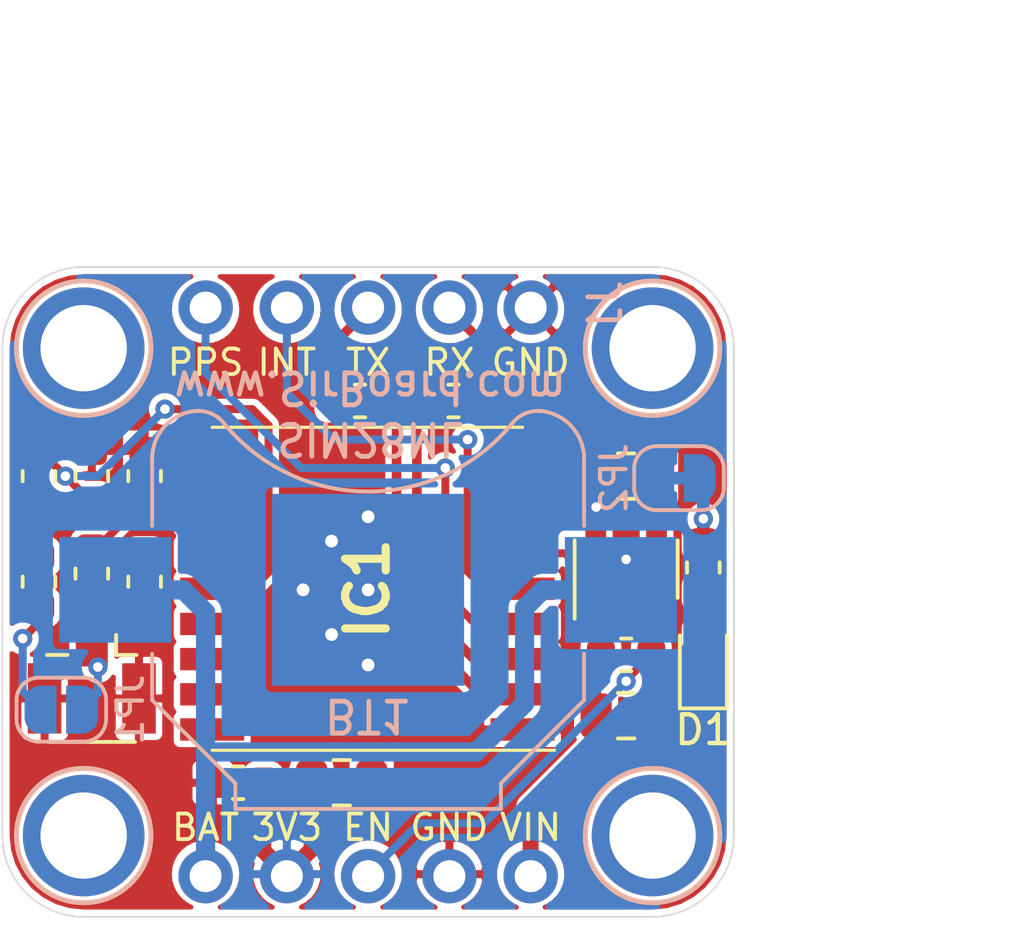
<source format=kicad_pcb>
(kicad_pcb (version 20171130) (host pcbnew "(5.1.2)-2")

  (general
    (thickness 1.6)
    (drawings 25)
    (tracks 115)
    (zones 0)
    (modules 27)
    (nets 27)
  )

  (page User 132.004 102.006)
  (title_block
    (title "SIM28ML Based GPS Module")
    (date 2019-10-30)
    (rev 1)
    (company SirBoard)
    (comment 1 "SIM28ML is based on the MT3339 Chipset")
    (comment 2 "Breadboard Friendly Micro GPS Module")
  )

  (layers
    (0 F.Cu signal)
    (31 B.Cu signal)
    (32 B.Adhes user hide)
    (33 F.Adhes user hide)
    (34 B.Paste user hide)
    (35 F.Paste user hide)
    (36 B.SilkS user)
    (37 F.SilkS user)
    (38 B.Mask user hide)
    (39 F.Mask user hide)
    (40 Dwgs.User user)
    (41 Cmts.User user hide)
    (42 Eco1.User user hide)
    (43 Eco2.User user hide)
    (44 Edge.Cuts user)
    (45 Margin user hide)
    (46 B.CrtYd user hide)
    (47 F.CrtYd user hide)
    (48 B.Fab user hide)
    (49 F.Fab user hide)
  )

  (setup
    (last_trace_width 0.127)
    (user_trace_width 0.127)
    (user_trace_width 0.15)
    (user_trace_width 0.2)
    (user_trace_width 0.25)
    (user_trace_width 0.3)
    (user_trace_width 0.4)
    (user_trace_width 0.5)
    (user_trace_width 0.6)
    (user_trace_width 0.7)
    (user_trace_width 0.8)
    (user_trace_width 0.9)
    (user_trace_width 1)
    (trace_clearance 0.127)
    (zone_clearance 0.2)
    (zone_45_only no)
    (trace_min 0.127)
    (via_size 0.6)
    (via_drill 0.3)
    (via_min_size 0.6)
    (via_min_drill 0.3)
    (user_via 0.6 0.3)
    (user_via 0.8 0.4)
    (user_via 1 0.5)
    (user_via 3.5 2.5)
    (uvia_size 0.45)
    (uvia_drill 0.2)
    (uvias_allowed no)
    (uvia_min_size 0.45)
    (uvia_min_drill 0.1)
    (edge_width 0.05)
    (segment_width 0.2)
    (pcb_text_width 0.3)
    (pcb_text_size 1.5 1.5)
    (mod_edge_width 0.12)
    (mod_text_size 1 1)
    (mod_text_width 0.15)
    (pad_size 6 6)
    (pad_drill 0)
    (pad_to_mask_clearance 0)
    (solder_mask_min_width 0.05)
    (aux_axis_origin 0 0)
    (visible_elements 7FFFFFFF)
    (pcbplotparams
      (layerselection 0x010f0_ffffffff)
      (usegerberextensions false)
      (usegerberattributes false)
      (usegerberadvancedattributes false)
      (creategerberjobfile false)
      (excludeedgelayer true)
      (linewidth 0.100000)
      (plotframeref false)
      (viasonmask false)
      (mode 1)
      (useauxorigin true)
      (hpglpennumber 1)
      (hpglpenspeed 20)
      (hpglpendiameter 15.000000)
      (psnegative false)
      (psa4output false)
      (plotreference true)
      (plotvalue false)
      (plotinvisibletext false)
      (padsonsilk false)
      (subtractmaskfromsilk false)
      (outputformat 1)
      (mirror false)
      (drillshape 0)
      (scaleselection 1)
      (outputdirectory "C:/Users/elisha3/Desktop/GitHub/Gerbers/SirMicro/"))
  )

  (net 0 "")
  (net 1 GND)
  (net 2 "Net-(L1-Pad2)")
  (net 3 3V3)
  (net 4 VIN)
  (net 5 "Net-(AE1-Pad1)")
  (net 6 "Net-(C5-Pad1)")
  (net 7 "Net-(C6-Pad1)")
  (net 8 "Net-(IC1-Pad18)")
  (net 9 "Net-(IC1-Pad17)")
  (net 10 "Net-(IC1-Pad16)")
  (net 11 "Net-(IC1-Pad15)")
  (net 12 "Net-(IC1-Pad13)")
  (net 13 "Net-(IC1-Pad9)")
  (net 14 "Net-(IC1-Pad7)")
  (net 15 INT)
  (net 16 PPS)
  (net 17 "Net-(IC1-Pad3)")
  (net 18 "Net-(IC1-Pad2)")
  (net 19 EN)
  (net 20 RXD0)
  (net 21 TXD0)
  (net 22 VBAT)
  (net 23 "Net-(JP1-Pad1)")
  (net 24 "Net-(D1-Pad2)")
  (net 25 "Net-(JP2-Pad2)")
  (net 26 "Net-(U1-Pad4)")

  (net_class Default "This is the default net class."
    (clearance 0.127)
    (trace_width 0.127)
    (via_dia 0.6)
    (via_drill 0.3)
    (uvia_dia 0.45)
    (uvia_drill 0.2)
    (add_net 3V3)
    (add_net EN)
    (add_net GND)
    (add_net INT)
    (add_net "Net-(AE1-Pad1)")
    (add_net "Net-(C5-Pad1)")
    (add_net "Net-(C6-Pad1)")
    (add_net "Net-(D1-Pad2)")
    (add_net "Net-(IC1-Pad13)")
    (add_net "Net-(IC1-Pad15)")
    (add_net "Net-(IC1-Pad16)")
    (add_net "Net-(IC1-Pad17)")
    (add_net "Net-(IC1-Pad18)")
    (add_net "Net-(IC1-Pad2)")
    (add_net "Net-(IC1-Pad3)")
    (add_net "Net-(IC1-Pad7)")
    (add_net "Net-(IC1-Pad9)")
    (add_net "Net-(JP1-Pad1)")
    (add_net "Net-(JP2-Pad2)")
    (add_net "Net-(L1-Pad2)")
    (add_net "Net-(U1-Pad4)")
    (add_net PPS)
    (add_net RXD0)
    (add_net TXD0)
    (add_net VBAT)
    (add_net VIN)
  )

  (module SirBoardLibrary:MountingHole_M2.5_SirBoard (layer F.Cu) (tedit 5DE563BC) (tstamp 5E3A8981)
    (at 72.3265 44.45)
    (descr "Mounting Hole 2.7mm, M2.5, ISO14580")
    (tags "mounting hole 2.7mm m2.5 iso14580")
    (path /5DB97005)
    (attr virtual)
    (fp_text reference H4 (at 0 -3.25) (layer F.SilkS) hide
      (effects (font (size 1 1) (thickness 0.15)))
    )
    (fp_text value MountingHole (at 0 3.25) (layer F.Fab)
      (effects (font (size 1 1) (thickness 0.15)))
    )
    (fp_circle (center 0 0) (end 2.1 0) (layer B.SilkS) (width 0.15))
    (fp_text user %R (at 0.3 0) (layer F.Fab)
      (effects (font (size 1 1) (thickness 0.15)))
    )
    (fp_circle (center 0 0) (end 2.1 0) (layer F.SilkS) (width 0.15))
    (fp_circle (center 0 0) (end 2.2 0) (layer F.CrtYd) (width 0.05))
    (pad 1 thru_hole circle (at 0 0) (size 3.8 3.8) (drill 2.7) (layers *.Cu *.Mask))
  )

  (module SirBoardLibrary:MountingHole_M2.5_SirBoard (layer F.Cu) (tedit 5DE563BC) (tstamp 5E3A8978)
    (at 72.3265 29.21)
    (descr "Mounting Hole 2.7mm, M2.5, ISO14580")
    (tags "mounting hole 2.7mm m2.5 iso14580")
    (path /5DB9577B)
    (attr virtual)
    (fp_text reference H3 (at 0 -3.25) (layer F.SilkS) hide
      (effects (font (size 1 1) (thickness 0.15)))
    )
    (fp_text value MountingHole (at 0 3.25) (layer F.Fab)
      (effects (font (size 1 1) (thickness 0.15)))
    )
    (fp_circle (center 0 0) (end 2.1 0) (layer B.SilkS) (width 0.15))
    (fp_text user %R (at 0.3 0) (layer F.Fab)
      (effects (font (size 1 1) (thickness 0.15)))
    )
    (fp_circle (center 0 0) (end 2.1 0) (layer F.SilkS) (width 0.15))
    (fp_circle (center 0 0) (end 2.2 0) (layer F.CrtYd) (width 0.05))
    (pad 1 thru_hole circle (at 0 0) (size 3.8 3.8) (drill 2.7) (layers *.Cu *.Mask))
  )

  (module SirBoardLibrary:MountingHole_M2.5_SirBoard (layer F.Cu) (tedit 5DE563BC) (tstamp 5E3A896F)
    (at 54.5465 44.45)
    (descr "Mounting Hole 2.7mm, M2.5, ISO14580")
    (tags "mounting hole 2.7mm m2.5 iso14580")
    (path /5DB93F2F)
    (attr virtual)
    (fp_text reference H2 (at 0 -3.25) (layer F.SilkS) hide
      (effects (font (size 1 1) (thickness 0.15)))
    )
    (fp_text value MountingHole (at 0 3.25) (layer F.Fab)
      (effects (font (size 1 1) (thickness 0.15)))
    )
    (fp_circle (center 0 0) (end 2.1 0) (layer B.SilkS) (width 0.15))
    (fp_text user %R (at 0.3 0) (layer F.Fab)
      (effects (font (size 1 1) (thickness 0.15)))
    )
    (fp_circle (center 0 0) (end 2.1 0) (layer F.SilkS) (width 0.15))
    (fp_circle (center 0 0) (end 2.2 0) (layer F.CrtYd) (width 0.05))
    (pad 1 thru_hole circle (at 0 0) (size 3.8 3.8) (drill 2.7) (layers *.Cu *.Mask))
  )

  (module SirBoardLibrary:MountingHole_M2.5_SirBoard (layer F.Cu) (tedit 5DE563BC) (tstamp 5E3A8966)
    (at 54.5465 29.21)
    (descr "Mounting Hole 2.7mm, M2.5, ISO14580")
    (tags "mounting hole 2.7mm m2.5 iso14580")
    (path /5DB93353)
    (attr virtual)
    (fp_text reference H1 (at 0 -3.25) (layer F.SilkS) hide
      (effects (font (size 1 1) (thickness 0.15)))
    )
    (fp_text value MountingHole (at 0 3.25) (layer F.Fab)
      (effects (font (size 1 1) (thickness 0.15)))
    )
    (fp_circle (center 0 0) (end 2.1 0) (layer B.SilkS) (width 0.15))
    (fp_text user %R (at 0.3 0) (layer F.Fab)
      (effects (font (size 1 1) (thickness 0.15)))
    )
    (fp_circle (center 0 0) (end 2.1 0) (layer F.SilkS) (width 0.15))
    (fp_circle (center 0 0) (end 2.2 0) (layer F.CrtYd) (width 0.05))
    (pad 1 thru_hole circle (at 0 0) (size 3.8 3.8) (drill 2.7) (layers *.Cu *.Mask))
  )

  (module Jumper:SolderJumper-2_P1.3mm_Bridged_RoundedPad1.0x1.5mm (layer B.Cu) (tedit 5DE83452) (tstamp 5DE8A5EB)
    (at 73.152 33.274)
    (descr "SMD Solder Jumper, 1x1.5mm, rounded Pads, 0.3mm gap, bridged with 1 copper strip")
    (tags "solder jumper open")
    (path /5DFB467A)
    (attr virtual)
    (fp_text reference JP2 (at -2.032 0 90) (layer B.SilkS)
      (effects (font (size 0.8 0.8) (thickness 0.13)) (justify mirror))
    )
    (fp_text value SolderJumper_2_Bridged (at 0 -1.9) (layer B.Fab)
      (effects (font (size 1 1) (thickness 0.15)) (justify mirror))
    )
    (fp_poly (pts (xy 0.25 0.2) (xy -0.25 0.2) (xy -0.25 -0.2) (xy 0.25 -0.2)) (layer B.Cu) (width 0))
    (fp_line (start 1.65 -1.25) (end -1.65 -1.25) (layer B.CrtYd) (width 0.05))
    (fp_line (start 1.65 -1.25) (end 1.65 1.25) (layer B.CrtYd) (width 0.05))
    (fp_line (start -1.65 1.25) (end -1.65 -1.25) (layer B.CrtYd) (width 0.05))
    (fp_line (start -1.65 1.25) (end 1.65 1.25) (layer B.CrtYd) (width 0.05))
    (fp_line (start -0.7 1) (end 0.7 1) (layer B.SilkS) (width 0.12))
    (fp_line (start 1.4 0.3) (end 1.4 -0.3) (layer B.SilkS) (width 0.12))
    (fp_line (start 0.7 -1) (end -0.7 -1) (layer B.SilkS) (width 0.12))
    (fp_line (start -1.4 -0.3) (end -1.4 0.3) (layer B.SilkS) (width 0.12))
    (fp_arc (start -0.7 0.3) (end -0.7 1) (angle 90) (layer B.SilkS) (width 0.12))
    (fp_arc (start -0.7 -0.3) (end -1.4 -0.3) (angle 90) (layer B.SilkS) (width 0.12))
    (fp_arc (start 0.7 -0.3) (end 0.7 -1) (angle 90) (layer B.SilkS) (width 0.12))
    (fp_arc (start 0.7 0.3) (end 1.4 0.3) (angle 90) (layer B.SilkS) (width 0.12))
    (fp_poly (pts (xy 0.25 0.2) (xy -0.25 0.2) (xy -0.25 -0.2) (xy 0.25 -0.2)) (layer B.Mask) (width 0))
    (pad 1 smd custom (at -0.65 0) (size 1 0.5) (layers B.Cu B.Mask)
      (net 3 3V3) (zone_connect 2)
      (options (clearance outline) (anchor rect))
      (primitives
        (gr_circle (center 0 -0.25) (end 0.5 -0.25) (width 0))
        (gr_circle (center 0 0.25) (end 0.5 0.25) (width 0))
        (gr_poly (pts
           (xy 0 0.75) (xy 0.5 0.75) (xy 0.5 -0.75) (xy 0 -0.75)) (width 0))
      ))
    (pad 2 smd custom (at 0.65 0) (size 1 0.5) (layers B.Cu B.Mask)
      (net 25 "Net-(JP2-Pad2)") (zone_connect 2)
      (options (clearance outline) (anchor rect))
      (primitives
        (gr_circle (center 0 -0.25) (end 0.5 -0.25) (width 0))
        (gr_circle (center 0 0.25) (end 0.5 0.25) (width 0))
        (gr_poly (pts
           (xy 0 0.75) (xy -0.5 0.75) (xy -0.5 -0.75) (xy 0 -0.75)) (width 0))
      ))
  )

  (module Package_TO_SOT_SMD:SOT-23-5 (layer F.Cu) (tedit 5A02FF57) (tstamp 5DE8A6D1)
    (at 71.501 36.1188 90)
    (descr "5-pin SOT23 package")
    (tags SOT-23-5)
    (path /5DF815E8)
    (attr smd)
    (fp_text reference U1 (at 0.001 -0.063 90) (layer F.SilkS) hide
      (effects (font (size 1 1) (thickness 0.15)))
    )
    (fp_text value AP2127K-3.3 (at 0 2.9 90) (layer F.Fab)
      (effects (font (size 1 1) (thickness 0.15)))
    )
    (fp_line (start 0.9 -1.55) (end 0.9 1.55) (layer F.Fab) (width 0.1))
    (fp_line (start 0.9 1.55) (end -0.9 1.55) (layer F.Fab) (width 0.1))
    (fp_line (start -0.9 -0.9) (end -0.9 1.55) (layer F.Fab) (width 0.1))
    (fp_line (start 0.9 -1.55) (end -0.25 -1.55) (layer F.Fab) (width 0.1))
    (fp_line (start -0.9 -0.9) (end -0.25 -1.55) (layer F.Fab) (width 0.1))
    (fp_line (start -1.9 1.8) (end -1.9 -1.8) (layer F.CrtYd) (width 0.05))
    (fp_line (start 1.9 1.8) (end -1.9 1.8) (layer F.CrtYd) (width 0.05))
    (fp_line (start 1.9 -1.8) (end 1.9 1.8) (layer F.CrtYd) (width 0.05))
    (fp_line (start -1.9 -1.8) (end 1.9 -1.8) (layer F.CrtYd) (width 0.05))
    (fp_line (start 0.9 -1.61) (end -1.55 -1.61) (layer F.SilkS) (width 0.12))
    (fp_line (start -0.9 1.61) (end 0.9 1.61) (layer F.SilkS) (width 0.12))
    (fp_text user %R (at 0 0) (layer F.Fab)
      (effects (font (size 0.5 0.5) (thickness 0.075)))
    )
    (pad 5 smd rect (at 1.1 -0.95 90) (size 1.06 0.65) (layers F.Cu F.Paste F.Mask)
      (net 3 3V3))
    (pad 4 smd rect (at 1.1 0.95 90) (size 1.06 0.65) (layers F.Cu F.Paste F.Mask)
      (net 26 "Net-(U1-Pad4)"))
    (pad 3 smd rect (at -1.1 0.95 90) (size 1.06 0.65) (layers F.Cu F.Paste F.Mask)
      (net 19 EN))
    (pad 2 smd rect (at -1.1 0 90) (size 1.06 0.65) (layers F.Cu F.Paste F.Mask)
      (net 1 GND))
    (pad 1 smd rect (at -1.1 -0.95 90) (size 1.06 0.65) (layers F.Cu F.Paste F.Mask)
      (net 4 VIN))
    (model ${KISYS3DMOD}/Package_TO_SOT_SMD.3dshapes/SOT-23-5.wrl
      (at (xyz 0 0 0))
      (scale (xyz 1 1 1))
      (rotate (xyz 0 0 0))
    )
  )

  (module Resistor_SMD:R_0603_1608Metric (layer F.Cu) (tedit 5B301BBD) (tstamp 5DE8A6BC)
    (at 73.914 36.068 90)
    (descr "Resistor SMD 0603 (1608 Metric), square (rectangular) end terminal, IPC_7351 nominal, (Body size source: http://www.tortai-tech.com/upload/download/2011102023233369053.pdf), generated with kicad-footprint-generator")
    (tags resistor)
    (path /5DFAD977)
    (attr smd)
    (fp_text reference R6 (at 0 -0.003 90) (layer F.SilkS) hide
      (effects (font (size 1 1) (thickness 0.15)))
    )
    (fp_text value 680E (at 0 1.43 90) (layer F.Fab)
      (effects (font (size 1 1) (thickness 0.15)))
    )
    (fp_text user %R (at 0 0 90) (layer F.Fab)
      (effects (font (size 0.4 0.4) (thickness 0.06)))
    )
    (fp_line (start 1.48 0.73) (end -1.48 0.73) (layer F.CrtYd) (width 0.05))
    (fp_line (start 1.48 -0.73) (end 1.48 0.73) (layer F.CrtYd) (width 0.05))
    (fp_line (start -1.48 -0.73) (end 1.48 -0.73) (layer F.CrtYd) (width 0.05))
    (fp_line (start -1.48 0.73) (end -1.48 -0.73) (layer F.CrtYd) (width 0.05))
    (fp_line (start -0.162779 0.51) (end 0.162779 0.51) (layer F.SilkS) (width 0.12))
    (fp_line (start -0.162779 -0.51) (end 0.162779 -0.51) (layer F.SilkS) (width 0.12))
    (fp_line (start 0.8 0.4) (end -0.8 0.4) (layer F.Fab) (width 0.1))
    (fp_line (start 0.8 -0.4) (end 0.8 0.4) (layer F.Fab) (width 0.1))
    (fp_line (start -0.8 -0.4) (end 0.8 -0.4) (layer F.Fab) (width 0.1))
    (fp_line (start -0.8 0.4) (end -0.8 -0.4) (layer F.Fab) (width 0.1))
    (pad 2 smd roundrect (at 0.7875 0 90) (size 0.875 0.95) (layers F.Cu F.Paste F.Mask) (roundrect_rratio 0.25)
      (net 25 "Net-(JP2-Pad2)"))
    (pad 1 smd roundrect (at -0.7875 0 90) (size 0.875 0.95) (layers F.Cu F.Paste F.Mask) (roundrect_rratio 0.25)
      (net 24 "Net-(D1-Pad2)"))
    (model ${KISYS3DMOD}/Resistor_SMD.3dshapes/R_0603_1608Metric.wrl
      (at (xyz 0 0 0))
      (scale (xyz 1 1 1))
      (rotate (xyz 0 0 0))
    )
  )

  (module LED_SMD:LED_0603_1608Metric (layer F.Cu) (tedit 5B301BBE) (tstamp 5DE8A526)
    (at 73.914 38.989 90)
    (descr "LED SMD 0603 (1608 Metric), square (rectangular) end terminal, IPC_7351 nominal, (Body size source: http://www.tortai-tech.com/upload/download/2011102023233369053.pdf), generated with kicad-footprint-generator")
    (tags diode)
    (path /5DFB00AA)
    (attr smd)
    (fp_text reference D1 (at -2.159 0 180) (layer F.SilkS)
      (effects (font (size 0.9 0.9) (thickness 0.14)))
    )
    (fp_text value LED (at 0 1.43 90) (layer F.Fab)
      (effects (font (size 1 1) (thickness 0.15)))
    )
    (fp_text user %R (at 0 0 90) (layer F.Fab)
      (effects (font (size 0.4 0.4) (thickness 0.06)))
    )
    (fp_line (start 1.48 0.73) (end -1.48 0.73) (layer F.CrtYd) (width 0.05))
    (fp_line (start 1.48 -0.73) (end 1.48 0.73) (layer F.CrtYd) (width 0.05))
    (fp_line (start -1.48 -0.73) (end 1.48 -0.73) (layer F.CrtYd) (width 0.05))
    (fp_line (start -1.48 0.73) (end -1.48 -0.73) (layer F.CrtYd) (width 0.05))
    (fp_line (start -1.485 0.735) (end 0.8 0.735) (layer F.SilkS) (width 0.12))
    (fp_line (start -1.485 -0.735) (end -1.485 0.735) (layer F.SilkS) (width 0.12))
    (fp_line (start 0.8 -0.735) (end -1.485 -0.735) (layer F.SilkS) (width 0.12))
    (fp_line (start 0.8 0.4) (end 0.8 -0.4) (layer F.Fab) (width 0.1))
    (fp_line (start -0.8 0.4) (end 0.8 0.4) (layer F.Fab) (width 0.1))
    (fp_line (start -0.8 -0.1) (end -0.8 0.4) (layer F.Fab) (width 0.1))
    (fp_line (start -0.5 -0.4) (end -0.8 -0.1) (layer F.Fab) (width 0.1))
    (fp_line (start 0.8 -0.4) (end -0.5 -0.4) (layer F.Fab) (width 0.1))
    (pad 2 smd roundrect (at 0.7875 0 90) (size 0.875 0.95) (layers F.Cu F.Paste F.Mask) (roundrect_rratio 0.25)
      (net 24 "Net-(D1-Pad2)"))
    (pad 1 smd roundrect (at -0.7875 0 90) (size 0.875 0.95) (layers F.Cu F.Paste F.Mask) (roundrect_rratio 0.25)
      (net 1 GND))
    (model ${KISYS3DMOD}/LED_SMD.3dshapes/LED_0603_1608Metric.wrl
      (at (xyz 0 0 0))
      (scale (xyz 1 1 1))
      (rotate (xyz 0 0 0))
    )
  )

  (module Jumper:SolderJumper-2_P1.3mm_Open_RoundedPad1.0x1.5mm (layer B.Cu) (tedit 5B391E66) (tstamp 5DBBA72C)
    (at 53.848 40.513)
    (descr "SMD Solder Jumper, 1x1.5mm, rounded Pads, 0.3mm gap, open")
    (tags "solder jumper open")
    (path /5DC0960C)
    (attr virtual)
    (fp_text reference JP1 (at 2.159 0 90) (layer B.SilkS)
      (effects (font (size 0.8 0.8) (thickness 0.13)) (justify mirror))
    )
    (fp_text value SolderJumper_2_Open (at 0 -1.9) (layer B.Fab)
      (effects (font (size 1 1) (thickness 0.15)) (justify mirror))
    )
    (fp_line (start 1.65 -1.25) (end -1.65 -1.25) (layer B.CrtYd) (width 0.05))
    (fp_line (start 1.65 -1.25) (end 1.65 1.25) (layer B.CrtYd) (width 0.05))
    (fp_line (start -1.65 1.25) (end -1.65 -1.25) (layer B.CrtYd) (width 0.05))
    (fp_line (start -1.65 1.25) (end 1.65 1.25) (layer B.CrtYd) (width 0.05))
    (fp_line (start -0.7 1) (end 0.7 1) (layer B.SilkS) (width 0.12))
    (fp_line (start 1.4 0.3) (end 1.4 -0.3) (layer B.SilkS) (width 0.12))
    (fp_line (start 0.7 -1) (end -0.7 -1) (layer B.SilkS) (width 0.12))
    (fp_line (start -1.4 -0.3) (end -1.4 0.3) (layer B.SilkS) (width 0.12))
    (fp_arc (start -0.7 0.3) (end -0.7 1) (angle 90) (layer B.SilkS) (width 0.12))
    (fp_arc (start -0.7 -0.3) (end -1.4 -0.3) (angle 90) (layer B.SilkS) (width 0.12))
    (fp_arc (start 0.7 -0.3) (end 0.7 -1) (angle 90) (layer B.SilkS) (width 0.12))
    (fp_arc (start 0.7 0.3) (end 1.4 0.3) (angle 90) (layer B.SilkS) (width 0.12))
    (pad 2 smd custom (at 0.65 0) (size 1 0.5) (layers B.Cu B.Mask)
      (net 5 "Net-(AE1-Pad1)") (zone_connect 2)
      (options (clearance outline) (anchor rect))
      (primitives
        (gr_circle (center 0 -0.25) (end 0.5 -0.25) (width 0))
        (gr_circle (center 0 0.25) (end 0.5 0.25) (width 0))
        (gr_poly (pts
           (xy 0 0.75) (xy -0.5 0.75) (xy -0.5 -0.75) (xy 0 -0.75)) (width 0))
      ))
    (pad 1 smd custom (at -0.65 0) (size 1 0.5) (layers B.Cu B.Mask)
      (net 23 "Net-(JP1-Pad1)") (zone_connect 2)
      (options (clearance outline) (anchor rect))
      (primitives
        (gr_circle (center 0 -0.25) (end 0.5 -0.25) (width 0))
        (gr_circle (center 0 0.25) (end 0.5 0.25) (width 0))
        (gr_poly (pts
           (xy 0 0.75) (xy 0.5 0.75) (xy 0.5 -0.75) (xy 0 -0.75)) (width 0))
      ))
  )

  (module SirBoardLibrary:SIM28M (layer F.Cu) (tedit 0) (tstamp 5DB8E48A)
    (at 68.2625 41.783 180)
    (descr SIM28M)
    (tags "Integrated Circuit")
    (path /5DC84452)
    (attr smd)
    (fp_text reference IC1 (at 4.85 5.05 90) (layer F.SilkS)
      (effects (font (size 1.27 1.27) (thickness 0.254)))
    )
    (fp_text value SIM28M (at 4.85 5.05) (layer F.SilkS) hide
      (effects (font (size 1.27 1.27) (thickness 0.254)))
    )
    (fp_text user %R (at 4.85 5.05) (layer F.Fab)
      (effects (font (size 1.27 1.27) (thickness 0.254)))
    )
    (fp_line (start 0 0) (end 9.7 0) (layer F.Fab) (width 0.2))
    (fp_line (start 9.7 0) (end 9.7 10.1) (layer F.Fab) (width 0.2))
    (fp_line (start 9.7 10.1) (end 0 10.1) (layer F.Fab) (width 0.2))
    (fp_line (start 0 10.1) (end 0 0) (layer F.Fab) (width 0.2))
    (fp_line (start -2 -1) (end 11.7 -1) (layer F.CrtYd) (width 0.1))
    (fp_line (start 11.7 -1) (end 11.7 11.1) (layer F.CrtYd) (width 0.1))
    (fp_line (start 11.7 11.1) (end -2 11.1) (layer F.CrtYd) (width 0.1))
    (fp_line (start -2 11.1) (end -2 -1) (layer F.CrtYd) (width 0.1))
    (fp_line (start 0 10.1) (end 9.7 10.1) (layer F.SilkS) (width 0.1))
    (fp_line (start -1 0) (end 9.7 0) (layer F.SilkS) (width 0.1))
    (fp_line (start 2 0) (end 0 2) (layer F.Fab) (width 0.2))
    (pad 1 smd rect (at 0 0.65 270) (size 0.7 2) (layers F.Cu F.Paste F.Mask)
      (net 1 GND))
    (pad 2 smd rect (at 0 1.75 270) (size 0.7 2) (layers F.Cu F.Paste F.Mask)
      (net 18 "Net-(IC1-Pad2)"))
    (pad 3 smd rect (at 0 2.85 270) (size 0.7 2) (layers F.Cu F.Paste F.Mask)
      (net 17 "Net-(IC1-Pad3)"))
    (pad 4 smd rect (at 0 3.95 270) (size 0.7 2) (layers F.Cu F.Paste F.Mask)
      (net 16 PPS))
    (pad 5 smd rect (at 0 5.05 270) (size 0.7 2) (layers F.Cu F.Paste F.Mask)
      (net 15 INT))
    (pad 6 smd rect (at 0 6.15 270) (size 0.7 2) (layers F.Cu F.Paste F.Mask)
      (net 22 VBAT))
    (pad 7 smd rect (at 0 7.25 270) (size 0.7 2) (layers F.Cu F.Paste F.Mask)
      (net 14 "Net-(IC1-Pad7)"))
    (pad 8 smd rect (at 0 8.35 270) (size 0.7 2) (layers F.Cu F.Paste F.Mask)
      (net 3 3V3))
    (pad 9 smd rect (at 0 9.45 270) (size 0.7 2) (layers F.Cu F.Paste F.Mask)
      (net 13 "Net-(IC1-Pad9)"))
    (pad 10 smd rect (at 9.7 9.45 270) (size 0.7 2) (layers F.Cu F.Paste F.Mask)
      (net 1 GND))
    (pad 11 smd rect (at 9.7 8.35 270) (size 0.7 2) (layers F.Cu F.Paste F.Mask)
      (net 6 "Net-(C5-Pad1)"))
    (pad 12 smd rect (at 9.7 7.25 270) (size 0.7 2) (layers F.Cu F.Paste F.Mask)
      (net 1 GND))
    (pad 13 smd rect (at 9.7 6.15 270) (size 0.7 2) (layers F.Cu F.Paste F.Mask)
      (net 12 "Net-(IC1-Pad13)"))
    (pad 14 smd rect (at 9.7 5.05 270) (size 0.7 2) (layers F.Cu F.Paste F.Mask)
      (net 7 "Net-(C6-Pad1)"))
    (pad 15 smd rect (at 9.7 3.95 270) (size 0.7 2) (layers F.Cu F.Paste F.Mask)
      (net 11 "Net-(IC1-Pad15)"))
    (pad 16 smd rect (at 9.7 2.85 270) (size 0.7 2) (layers F.Cu F.Paste F.Mask)
      (net 10 "Net-(IC1-Pad16)"))
    (pad 17 smd rect (at 9.7 1.75 270) (size 0.7 2) (layers F.Cu F.Paste F.Mask)
      (net 9 "Net-(IC1-Pad17)"))
    (pad 18 smd rect (at 9.7 0.65 270) (size 0.7 2) (layers F.Cu F.Paste F.Mask)
      (net 8 "Net-(IC1-Pad18)"))
  )

  (module Connector_PinHeader_2.54mm:PinHeader_1x05_P2.54mm_Vertical (layer B.Cu) (tedit 5DB8B473) (tstamp 5DB9486D)
    (at 68.5165 45.72 90)
    (descr "Through hole straight pin header, 1x05, 2.54mm pitch, single row")
    (tags "Through hole pin header THT 1x05 2.54mm single row")
    (path /5DBCEDAD)
    (fp_text reference J2 (at 0 1.524 90) (layer B.SilkS) hide
      (effects (font (size 1 1) (thickness 0.15)) (justify mirror))
    )
    (fp_text value Conn_01x05 (at 0 -12.49 90) (layer B.Fab)
      (effects (font (size 1 1) (thickness 0.15)) (justify mirror))
    )
    (fp_text user %R (at 0 -5.08 180) (layer B.Fab)
      (effects (font (size 1 1) (thickness 0.15)) (justify mirror))
    )
    (fp_line (start 1.8 1.8) (end -1.8 1.8) (layer B.CrtYd) (width 0.05))
    (fp_line (start 1.8 -11.95) (end 1.8 1.8) (layer B.CrtYd) (width 0.05))
    (fp_line (start -1.8 -11.95) (end 1.8 -11.95) (layer B.CrtYd) (width 0.05))
    (fp_line (start -1.8 1.8) (end -1.8 -11.95) (layer B.CrtYd) (width 0.05))
    (fp_line (start -1.27 0.635) (end -0.635 1.27) (layer B.Fab) (width 0.1))
    (fp_line (start -1.27 -11.43) (end -1.27 0.635) (layer B.Fab) (width 0.1))
    (fp_line (start 1.27 -11.43) (end -1.27 -11.43) (layer B.Fab) (width 0.1))
    (fp_line (start 1.27 1.27) (end 1.27 -11.43) (layer B.Fab) (width 0.1))
    (fp_line (start -0.635 1.27) (end 1.27 1.27) (layer B.Fab) (width 0.1))
    (pad 5 thru_hole oval (at 0 -10.16 90) (size 1.7 1.7) (drill 1) (layers *.Cu *.Mask)
      (net 22 VBAT))
    (pad 4 thru_hole oval (at 0 -7.62 90) (size 1.7 1.7) (drill 1) (layers *.Cu *.Mask)
      (net 3 3V3))
    (pad 3 thru_hole oval (at 0 -5.08 90) (size 1.7 1.7) (drill 1) (layers *.Cu *.Mask)
      (net 19 EN))
    (pad 2 thru_hole oval (at 0 -2.54 90) (size 1.7 1.7) (drill 1) (layers *.Cu *.Mask)
      (net 1 GND))
    (pad 1 thru_hole circle (at 0 0 90) (size 1.7 1.7) (drill 1) (layers *.Cu *.Mask)
      (net 4 VIN))
    (model ${KISYS3DMOD}/Connector_PinHeader_2.54mm.3dshapes/PinHeader_1x05_P2.54mm_Vertical.wrl
      (at (xyz 0 0 0))
      (scale (xyz 1 1 1))
      (rotate (xyz 0 0 0))
    )
  )

  (module Connector_PinHeader_2.54mm:PinHeader_1x05_P2.54mm_Vertical (layer B.Cu) (tedit 5DB8B47D) (tstamp 5DB94854)
    (at 68.5165 27.94 90)
    (descr "Through hole straight pin header, 1x05, 2.54mm pitch, single row")
    (tags "Through hole pin header THT 1x05 2.54mm single row")
    (path /5DBB2595)
    (fp_text reference J1 (at 0 2.33 90) (layer B.SilkS)
      (effects (font (size 1 1) (thickness 0.15)) (justify mirror))
    )
    (fp_text value Conn_01x05 (at 0 -12.49 90) (layer B.Fab)
      (effects (font (size 1 1) (thickness 0.15)) (justify mirror))
    )
    (fp_text user %R (at 0 -5.08 180) (layer B.Fab)
      (effects (font (size 1 1) (thickness 0.15)) (justify mirror))
    )
    (fp_line (start 1.8 1.8) (end -1.8 1.8) (layer B.CrtYd) (width 0.05))
    (fp_line (start 1.8 -11.95) (end 1.8 1.8) (layer B.CrtYd) (width 0.05))
    (fp_line (start -1.8 -11.95) (end 1.8 -11.95) (layer B.CrtYd) (width 0.05))
    (fp_line (start -1.8 1.8) (end -1.8 -11.95) (layer B.CrtYd) (width 0.05))
    (fp_line (start -1.27 0.635) (end -0.635 1.27) (layer B.Fab) (width 0.1))
    (fp_line (start -1.27 -11.43) (end -1.27 0.635) (layer B.Fab) (width 0.1))
    (fp_line (start 1.27 -11.43) (end -1.27 -11.43) (layer B.Fab) (width 0.1))
    (fp_line (start 1.27 1.27) (end 1.27 -11.43) (layer B.Fab) (width 0.1))
    (fp_line (start -0.635 1.27) (end 1.27 1.27) (layer B.Fab) (width 0.1))
    (pad 5 thru_hole oval (at 0 -10.16 90) (size 1.7 1.7) (drill 1) (layers *.Cu *.Mask)
      (net 16 PPS))
    (pad 4 thru_hole oval (at 0 -7.62 90) (size 1.7 1.7) (drill 1) (layers *.Cu *.Mask)
      (net 15 INT))
    (pad 3 thru_hole oval (at 0 -5.08 90) (size 1.7 1.7) (drill 1) (layers *.Cu *.Mask)
      (net 21 TXD0))
    (pad 2 thru_hole oval (at 0 -2.54 90) (size 1.7 1.7) (drill 1) (layers *.Cu *.Mask)
      (net 20 RXD0))
    (pad 1 thru_hole circle (at 0 0 90) (size 1.7 1.7) (drill 1) (layers *.Cu *.Mask)
      (net 1 GND))
    (model ${KISYS3DMOD}/Connector_PinHeader_2.54mm.3dshapes/PinHeader_1x05_P2.54mm_Vertical.wrl
      (at (xyz 0 0 0))
      (scale (xyz 1 1 1))
      (rotate (xyz 0 0 0))
    )
  )

  (module Capacitor_SMD:C_0805_2012Metric (layer F.Cu) (tedit 5B36C52B) (tstamp 5DB8B042)
    (at 71.501 33.2105)
    (descr "Capacitor SMD 0805 (2012 Metric), square (rectangular) end terminal, IPC_7351 nominal, (Body size source: https://docs.google.com/spreadsheets/d/1BsfQQcO9C6DZCsRaXUlFlo91Tg2WpOkGARC1WS5S8t0/edit?usp=sharing), generated with kicad-footprint-generator")
    (tags capacitor)
    (path /5DB8E885)
    (attr smd)
    (fp_text reference C4 (at 0.0254 0 90) (layer F.SilkS) hide
      (effects (font (size 1 1) (thickness 0.15)))
    )
    (fp_text value 1uF (at 0 1.65) (layer F.Fab)
      (effects (font (size 1 1) (thickness 0.15)))
    )
    (fp_line (start -1 0.6) (end -1 -0.6) (layer F.Fab) (width 0.1))
    (fp_line (start -1 -0.6) (end 1 -0.6) (layer F.Fab) (width 0.1))
    (fp_line (start 1 -0.6) (end 1 0.6) (layer F.Fab) (width 0.1))
    (fp_line (start 1 0.6) (end -1 0.6) (layer F.Fab) (width 0.1))
    (fp_line (start -0.258578 -0.71) (end 0.258578 -0.71) (layer F.SilkS) (width 0.12))
    (fp_line (start -0.258578 0.71) (end 0.258578 0.71) (layer F.SilkS) (width 0.12))
    (fp_line (start -1.68 0.95) (end -1.68 -0.95) (layer F.CrtYd) (width 0.05))
    (fp_line (start -1.68 -0.95) (end 1.68 -0.95) (layer F.CrtYd) (width 0.05))
    (fp_line (start 1.68 -0.95) (end 1.68 0.95) (layer F.CrtYd) (width 0.05))
    (fp_line (start 1.68 0.95) (end -1.68 0.95) (layer F.CrtYd) (width 0.05))
    (fp_text user %R (at 0 0) (layer F.Fab)
      (effects (font (size 0.5 0.5) (thickness 0.08)))
    )
    (pad 1 smd roundrect (at -0.9375 0) (size 0.975 1.4) (layers F.Cu F.Paste F.Mask) (roundrect_rratio 0.25)
      (net 3 3V3))
    (pad 2 smd roundrect (at 0.9375 0) (size 0.975 1.4) (layers F.Cu F.Paste F.Mask) (roundrect_rratio 0.25)
      (net 1 GND))
    (model ${KISYS3DMOD}/Capacitor_SMD.3dshapes/C_0805_2012Metric.wrl
      (at (xyz 0 0 0))
      (scale (xyz 1 1 1))
      (rotate (xyz 0 0 0))
    )
  )

  (module Resistor_SMD:R_0603_1608Metric (layer F.Cu) (tedit 5B301BBD) (tstamp 5DB8E50C)
    (at 53.1495 33.2105 270)
    (descr "Resistor SMD 0603 (1608 Metric), square (rectangular) end terminal, IPC_7351 nominal, (Body size source: http://www.tortai-tech.com/upload/download/2011102023233369053.pdf), generated with kicad-footprint-generator")
    (tags resistor)
    (path /5DC84464)
    (attr smd)
    (fp_text reference R5 (at 0 0) (layer F.SilkS) hide
      (effects (font (size 1 1) (thickness 0.15)))
    )
    (fp_text value 10R (at 0 1.43 90) (layer F.Fab)
      (effects (font (size 1 1) (thickness 0.15)))
    )
    (fp_line (start -0.8 0.4) (end -0.8 -0.4) (layer F.Fab) (width 0.1))
    (fp_line (start -0.8 -0.4) (end 0.8 -0.4) (layer F.Fab) (width 0.1))
    (fp_line (start 0.8 -0.4) (end 0.8 0.4) (layer F.Fab) (width 0.1))
    (fp_line (start 0.8 0.4) (end -0.8 0.4) (layer F.Fab) (width 0.1))
    (fp_line (start -0.162779 -0.51) (end 0.162779 -0.51) (layer F.SilkS) (width 0.12))
    (fp_line (start -0.162779 0.51) (end 0.162779 0.51) (layer F.SilkS) (width 0.12))
    (fp_line (start -1.48 0.73) (end -1.48 -0.73) (layer F.CrtYd) (width 0.05))
    (fp_line (start -1.48 -0.73) (end 1.48 -0.73) (layer F.CrtYd) (width 0.05))
    (fp_line (start 1.48 -0.73) (end 1.48 0.73) (layer F.CrtYd) (width 0.05))
    (fp_line (start 1.48 0.73) (end -1.48 0.73) (layer F.CrtYd) (width 0.05))
    (fp_text user %R (at 0 0 90) (layer F.Fab)
      (effects (font (size 0.4 0.4) (thickness 0.06)))
    )
    (pad 1 smd roundrect (at -0.7875 0 270) (size 0.875 0.95) (layers F.Cu F.Paste F.Mask) (roundrect_rratio 0.25)
      (net 7 "Net-(C6-Pad1)"))
    (pad 2 smd roundrect (at 0.7875 0 270) (size 0.875 0.95) (layers F.Cu F.Paste F.Mask) (roundrect_rratio 0.25)
      (net 2 "Net-(L1-Pad2)"))
    (model ${KISYS3DMOD}/Resistor_SMD.3dshapes/R_0603_1608Metric.wrl
      (at (xyz 0 0 0))
      (scale (xyz 1 1 1))
      (rotate (xyz 0 0 0))
    )
  )

  (module Resistor_SMD:R_0603_1608Metric (layer F.Cu) (tedit 5B301BBD) (tstamp 5DB8E4FB)
    (at 54.8005 36.2585 270)
    (descr "Resistor SMD 0603 (1608 Metric), square (rectangular) end terminal, IPC_7351 nominal, (Body size source: http://www.tortai-tech.com/upload/download/2011102023233369053.pdf), generated with kicad-footprint-generator")
    (tags resistor)
    (path /5DC8445E)
    (attr smd)
    (fp_text reference R4 (at 0 0) (layer F.SilkS) hide
      (effects (font (size 1 1) (thickness 0.15)))
    )
    (fp_text value 0R (at 0 1.43 90) (layer F.Fab)
      (effects (font (size 1 1) (thickness 0.15)))
    )
    (fp_line (start -0.8 0.4) (end -0.8 -0.4) (layer F.Fab) (width 0.1))
    (fp_line (start -0.8 -0.4) (end 0.8 -0.4) (layer F.Fab) (width 0.1))
    (fp_line (start 0.8 -0.4) (end 0.8 0.4) (layer F.Fab) (width 0.1))
    (fp_line (start 0.8 0.4) (end -0.8 0.4) (layer F.Fab) (width 0.1))
    (fp_line (start -0.162779 -0.51) (end 0.162779 -0.51) (layer F.SilkS) (width 0.12))
    (fp_line (start -0.162779 0.51) (end 0.162779 0.51) (layer F.SilkS) (width 0.12))
    (fp_line (start -1.48 0.73) (end -1.48 -0.73) (layer F.CrtYd) (width 0.05))
    (fp_line (start -1.48 -0.73) (end 1.48 -0.73) (layer F.CrtYd) (width 0.05))
    (fp_line (start 1.48 -0.73) (end 1.48 0.73) (layer F.CrtYd) (width 0.05))
    (fp_line (start 1.48 0.73) (end -1.48 0.73) (layer F.CrtYd) (width 0.05))
    (fp_text user %R (at 0 0 90) (layer F.Fab)
      (effects (font (size 0.4 0.4) (thickness 0.06)))
    )
    (pad 1 smd roundrect (at -0.7875 0 270) (size 0.875 0.95) (layers F.Cu F.Paste F.Mask) (roundrect_rratio 0.25)
      (net 6 "Net-(C5-Pad1)"))
    (pad 2 smd roundrect (at 0.7875 0 270) (size 0.875 0.95) (layers F.Cu F.Paste F.Mask) (roundrect_rratio 0.25)
      (net 5 "Net-(AE1-Pad1)"))
    (model ${KISYS3DMOD}/Resistor_SMD.3dshapes/R_0603_1608Metric.wrl
      (at (xyz 0 0 0))
      (scale (xyz 1 1 1))
      (rotate (xyz 0 0 0))
    )
  )

  (module Resistor_SMD:R_0603_1608Metric (layer F.Cu) (tedit 5B301BBD) (tstamp 5DB8E4EA)
    (at 71.501 38.7985)
    (descr "Resistor SMD 0603 (1608 Metric), square (rectangular) end terminal, IPC_7351 nominal, (Body size source: http://www.tortai-tech.com/upload/download/2011102023233369053.pdf), generated with kicad-footprint-generator")
    (tags resistor)
    (path /5DCC87E2)
    (attr smd)
    (fp_text reference R3 (at 0 0 90) (layer F.SilkS) hide
      (effects (font (size 1 1) (thickness 0.15)))
    )
    (fp_text value 10K (at 0 1.43) (layer F.Fab)
      (effects (font (size 1 1) (thickness 0.15)))
    )
    (fp_line (start -0.8 0.4) (end -0.8 -0.4) (layer F.Fab) (width 0.1))
    (fp_line (start -0.8 -0.4) (end 0.8 -0.4) (layer F.Fab) (width 0.1))
    (fp_line (start 0.8 -0.4) (end 0.8 0.4) (layer F.Fab) (width 0.1))
    (fp_line (start 0.8 0.4) (end -0.8 0.4) (layer F.Fab) (width 0.1))
    (fp_line (start -0.162779 -0.51) (end 0.162779 -0.51) (layer F.SilkS) (width 0.12))
    (fp_line (start -0.162779 0.51) (end 0.162779 0.51) (layer F.SilkS) (width 0.12))
    (fp_line (start -1.48 0.73) (end -1.48 -0.73) (layer F.CrtYd) (width 0.05))
    (fp_line (start -1.48 -0.73) (end 1.48 -0.73) (layer F.CrtYd) (width 0.05))
    (fp_line (start 1.48 -0.73) (end 1.48 0.73) (layer F.CrtYd) (width 0.05))
    (fp_line (start 1.48 0.73) (end -1.48 0.73) (layer F.CrtYd) (width 0.05))
    (fp_text user %R (at 0 0) (layer F.Fab)
      (effects (font (size 0.4 0.4) (thickness 0.06)))
    )
    (pad 1 smd roundrect (at -0.7875 0) (size 0.875 0.95) (layers F.Cu F.Paste F.Mask) (roundrect_rratio 0.25)
      (net 4 VIN))
    (pad 2 smd roundrect (at 0.7875 0) (size 0.875 0.95) (layers F.Cu F.Paste F.Mask) (roundrect_rratio 0.25)
      (net 19 EN))
    (model ${KISYS3DMOD}/Resistor_SMD.3dshapes/R_0603_1608Metric.wrl
      (at (xyz 0 0 0))
      (scale (xyz 1 1 1))
      (rotate (xyz 0 0 0))
    )
  )

  (module Resistor_SMD:R_0603_1608Metric (layer F.Cu) (tedit 5B301BBD) (tstamp 5DB8E4D9)
    (at 63.1825 30.861)
    (descr "Resistor SMD 0603 (1608 Metric), square (rectangular) end terminal, IPC_7351 nominal, (Body size source: http://www.tortai-tech.com/upload/download/2011102023233369053.pdf), generated with kicad-footprint-generator")
    (tags resistor)
    (path /5DC8446A)
    (attr smd)
    (fp_text reference R2 (at 0 0 90) (layer F.SilkS) hide
      (effects (font (size 1 1) (thickness 0.15)))
    )
    (fp_text value 100R (at 0 1.43) (layer F.Fab)
      (effects (font (size 1 1) (thickness 0.15)))
    )
    (fp_line (start -0.8 0.4) (end -0.8 -0.4) (layer F.Fab) (width 0.1))
    (fp_line (start -0.8 -0.4) (end 0.8 -0.4) (layer F.Fab) (width 0.1))
    (fp_line (start 0.8 -0.4) (end 0.8 0.4) (layer F.Fab) (width 0.1))
    (fp_line (start 0.8 0.4) (end -0.8 0.4) (layer F.Fab) (width 0.1))
    (fp_line (start -0.162779 -0.51) (end 0.162779 -0.51) (layer F.SilkS) (width 0.12))
    (fp_line (start -0.162779 0.51) (end 0.162779 0.51) (layer F.SilkS) (width 0.12))
    (fp_line (start -1.48 0.73) (end -1.48 -0.73) (layer F.CrtYd) (width 0.05))
    (fp_line (start -1.48 -0.73) (end 1.48 -0.73) (layer F.CrtYd) (width 0.05))
    (fp_line (start 1.48 -0.73) (end 1.48 0.73) (layer F.CrtYd) (width 0.05))
    (fp_line (start 1.48 0.73) (end -1.48 0.73) (layer F.CrtYd) (width 0.05))
    (fp_text user %R (at 0 0) (layer F.Fab)
      (effects (font (size 0.4 0.4) (thickness 0.06)))
    )
    (pad 1 smd roundrect (at -0.7875 0) (size 0.875 0.95) (layers F.Cu F.Paste F.Mask) (roundrect_rratio 0.25)
      (net 21 TXD0))
    (pad 2 smd roundrect (at 0.7875 0) (size 0.875 0.95) (layers F.Cu F.Paste F.Mask) (roundrect_rratio 0.25)
      (net 18 "Net-(IC1-Pad2)"))
    (model ${KISYS3DMOD}/Resistor_SMD.3dshapes/R_0603_1608Metric.wrl
      (at (xyz 0 0 0))
      (scale (xyz 1 1 1))
      (rotate (xyz 0 0 0))
    )
  )

  (module Resistor_SMD:R_0603_1608Metric (layer F.Cu) (tedit 5B301BBD) (tstamp 5DB8E4C8)
    (at 66.1035 30.861 180)
    (descr "Resistor SMD 0603 (1608 Metric), square (rectangular) end terminal, IPC_7351 nominal, (Body size source: http://www.tortai-tech.com/upload/download/2011102023233369053.pdf), generated with kicad-footprint-generator")
    (tags resistor)
    (path /5DC84458)
    (attr smd)
    (fp_text reference R1 (at 0 0 90) (layer F.SilkS) hide
      (effects (font (size 1 1) (thickness 0.15)))
    )
    (fp_text value 100R (at 0 1.43) (layer F.Fab)
      (effects (font (size 1 1) (thickness 0.15)))
    )
    (fp_line (start -0.8 0.4) (end -0.8 -0.4) (layer F.Fab) (width 0.1))
    (fp_line (start -0.8 -0.4) (end 0.8 -0.4) (layer F.Fab) (width 0.1))
    (fp_line (start 0.8 -0.4) (end 0.8 0.4) (layer F.Fab) (width 0.1))
    (fp_line (start 0.8 0.4) (end -0.8 0.4) (layer F.Fab) (width 0.1))
    (fp_line (start -0.162779 -0.51) (end 0.162779 -0.51) (layer F.SilkS) (width 0.12))
    (fp_line (start -0.162779 0.51) (end 0.162779 0.51) (layer F.SilkS) (width 0.12))
    (fp_line (start -1.48 0.73) (end -1.48 -0.73) (layer F.CrtYd) (width 0.05))
    (fp_line (start -1.48 -0.73) (end 1.48 -0.73) (layer F.CrtYd) (width 0.05))
    (fp_line (start 1.48 -0.73) (end 1.48 0.73) (layer F.CrtYd) (width 0.05))
    (fp_line (start 1.48 0.73) (end -1.48 0.73) (layer F.CrtYd) (width 0.05))
    (fp_text user %R (at 0 0) (layer F.Fab)
      (effects (font (size 0.4 0.4) (thickness 0.06)))
    )
    (pad 1 smd roundrect (at -0.7875 0 180) (size 0.875 0.95) (layers F.Cu F.Paste F.Mask) (roundrect_rratio 0.25)
      (net 20 RXD0))
    (pad 2 smd roundrect (at 0.7875 0 180) (size 0.875 0.95) (layers F.Cu F.Paste F.Mask) (roundrect_rratio 0.25)
      (net 17 "Net-(IC1-Pad3)"))
    (model ${KISYS3DMOD}/Resistor_SMD.3dshapes/R_0603_1608Metric.wrl
      (at (xyz 0 0 0))
      (scale (xyz 1 1 1))
      (rotate (xyz 0 0 0))
    )
  )

  (module Inductor_SMD:L_0603_1608Metric (layer F.Cu) (tedit 5B301BBE) (tstamp 5DB8E4B7)
    (at 53.1495 36.5125 90)
    (descr "Inductor SMD 0603 (1608 Metric), square (rectangular) end terminal, IPC_7351 nominal, (Body size source: http://www.tortai-tech.com/upload/download/2011102023233369053.pdf), generated with kicad-footprint-generator")
    (tags inductor)
    (path /5DC8449D)
    (attr smd)
    (fp_text reference L1 (at -0.0822 0) (layer F.SilkS) hide
      (effects (font (size 1 1) (thickness 0.15)))
    )
    (fp_text value 27n (at 0 1.43 90) (layer F.Fab)
      (effects (font (size 1 1) (thickness 0.15)))
    )
    (fp_line (start -0.8 0.4) (end -0.8 -0.4) (layer F.Fab) (width 0.1))
    (fp_line (start -0.8 -0.4) (end 0.8 -0.4) (layer F.Fab) (width 0.1))
    (fp_line (start 0.8 -0.4) (end 0.8 0.4) (layer F.Fab) (width 0.1))
    (fp_line (start 0.8 0.4) (end -0.8 0.4) (layer F.Fab) (width 0.1))
    (fp_line (start -0.162779 -0.51) (end 0.162779 -0.51) (layer F.SilkS) (width 0.12))
    (fp_line (start -0.162779 0.51) (end 0.162779 0.51) (layer F.SilkS) (width 0.12))
    (fp_line (start -1.48 0.73) (end -1.48 -0.73) (layer F.CrtYd) (width 0.05))
    (fp_line (start -1.48 -0.73) (end 1.48 -0.73) (layer F.CrtYd) (width 0.05))
    (fp_line (start 1.48 -0.73) (end 1.48 0.73) (layer F.CrtYd) (width 0.05))
    (fp_line (start 1.48 0.73) (end -1.48 0.73) (layer F.CrtYd) (width 0.05))
    (fp_text user %R (at 0 0 90) (layer F.Fab)
      (effects (font (size 0.4 0.4) (thickness 0.06)))
    )
    (pad 1 smd roundrect (at -0.7875 0 90) (size 0.875 0.95) (layers F.Cu F.Paste F.Mask) (roundrect_rratio 0.25)
      (net 23 "Net-(JP1-Pad1)"))
    (pad 2 smd roundrect (at 0.7875 0 90) (size 0.875 0.95) (layers F.Cu F.Paste F.Mask) (roundrect_rratio 0.25)
      (net 2 "Net-(L1-Pad2)"))
    (model ${KISYS3DMOD}/Inductor_SMD.3dshapes/L_0603_1608Metric.wrl
      (at (xyz 0 0 0))
      (scale (xyz 1 1 1))
      (rotate (xyz 0 0 0))
    )
  )

  (module Capacitor_SMD:C_0603_1608Metric (layer F.Cu) (tedit 5B301BBE) (tstamp 5DB8E442)
    (at 56.4515 36.5125 270)
    (descr "Capacitor SMD 0603 (1608 Metric), square (rectangular) end terminal, IPC_7351 nominal, (Body size source: http://www.tortai-tech.com/upload/download/2011102023233369053.pdf), generated with kicad-footprint-generator")
    (tags capacitor)
    (path /5DC84488)
    (attr smd)
    (fp_text reference C7 (at 0 0) (layer F.SilkS) hide
      (effects (font (size 1 1) (thickness 0.15)))
    )
    (fp_text value NC (at 0 1.43 90) (layer F.Fab)
      (effects (font (size 1 1) (thickness 0.15)))
    )
    (fp_line (start -0.8 0.4) (end -0.8 -0.4) (layer F.Fab) (width 0.1))
    (fp_line (start -0.8 -0.4) (end 0.8 -0.4) (layer F.Fab) (width 0.1))
    (fp_line (start 0.8 -0.4) (end 0.8 0.4) (layer F.Fab) (width 0.1))
    (fp_line (start 0.8 0.4) (end -0.8 0.4) (layer F.Fab) (width 0.1))
    (fp_line (start -0.162779 -0.51) (end 0.162779 -0.51) (layer F.SilkS) (width 0.12))
    (fp_line (start -0.162779 0.51) (end 0.162779 0.51) (layer F.SilkS) (width 0.12))
    (fp_line (start -1.48 0.73) (end -1.48 -0.73) (layer F.CrtYd) (width 0.05))
    (fp_line (start -1.48 -0.73) (end 1.48 -0.73) (layer F.CrtYd) (width 0.05))
    (fp_line (start 1.48 -0.73) (end 1.48 0.73) (layer F.CrtYd) (width 0.05))
    (fp_line (start 1.48 0.73) (end -1.48 0.73) (layer F.CrtYd) (width 0.05))
    (fp_text user %R (at 0 0 90) (layer F.Fab)
      (effects (font (size 0.4 0.4) (thickness 0.06)))
    )
    (pad 1 smd roundrect (at -0.7875 0 270) (size 0.875 0.95) (layers F.Cu F.Paste F.Mask) (roundrect_rratio 0.25)
      (net 5 "Net-(AE1-Pad1)"))
    (pad 2 smd roundrect (at 0.7875 0 270) (size 0.875 0.95) (layers F.Cu F.Paste F.Mask) (roundrect_rratio 0.25)
      (net 1 GND))
    (model ${KISYS3DMOD}/Capacitor_SMD.3dshapes/C_0603_1608Metric.wrl
      (at (xyz 0 0 0))
      (scale (xyz 1 1 1))
      (rotate (xyz 0 0 0))
    )
  )

  (module Capacitor_SMD:C_0603_1608Metric (layer F.Cu) (tedit 5B301BBE) (tstamp 5DB8E431)
    (at 54.8005 33.2105 90)
    (descr "Capacitor SMD 0603 (1608 Metric), square (rectangular) end terminal, IPC_7351 nominal, (Body size source: http://www.tortai-tech.com/upload/download/2011102023233369053.pdf), generated with kicad-footprint-generator")
    (tags capacitor)
    (path /5DC844B7)
    (attr smd)
    (fp_text reference C6 (at 0 0) (layer F.SilkS) hide
      (effects (font (size 1 1) (thickness 0.15)))
    )
    (fp_text value 100nF (at 0 1.43 90) (layer F.Fab)
      (effects (font (size 1 1) (thickness 0.15)))
    )
    (fp_line (start -0.8 0.4) (end -0.8 -0.4) (layer F.Fab) (width 0.1))
    (fp_line (start -0.8 -0.4) (end 0.8 -0.4) (layer F.Fab) (width 0.1))
    (fp_line (start 0.8 -0.4) (end 0.8 0.4) (layer F.Fab) (width 0.1))
    (fp_line (start 0.8 0.4) (end -0.8 0.4) (layer F.Fab) (width 0.1))
    (fp_line (start -0.162779 -0.51) (end 0.162779 -0.51) (layer F.SilkS) (width 0.12))
    (fp_line (start -0.162779 0.51) (end 0.162779 0.51) (layer F.SilkS) (width 0.12))
    (fp_line (start -1.48 0.73) (end -1.48 -0.73) (layer F.CrtYd) (width 0.05))
    (fp_line (start -1.48 -0.73) (end 1.48 -0.73) (layer F.CrtYd) (width 0.05))
    (fp_line (start 1.48 -0.73) (end 1.48 0.73) (layer F.CrtYd) (width 0.05))
    (fp_line (start 1.48 0.73) (end -1.48 0.73) (layer F.CrtYd) (width 0.05))
    (fp_text user %R (at 0 0 90) (layer F.Fab)
      (effects (font (size 0.4 0.4) (thickness 0.06)))
    )
    (pad 1 smd roundrect (at -0.7875 0 90) (size 0.875 0.95) (layers F.Cu F.Paste F.Mask) (roundrect_rratio 0.25)
      (net 7 "Net-(C6-Pad1)"))
    (pad 2 smd roundrect (at 0.7875 0 90) (size 0.875 0.95) (layers F.Cu F.Paste F.Mask) (roundrect_rratio 0.25)
      (net 1 GND))
    (model ${KISYS3DMOD}/Capacitor_SMD.3dshapes/C_0603_1608Metric.wrl
      (at (xyz 0 0 0))
      (scale (xyz 1 1 1))
      (rotate (xyz 0 0 0))
    )
  )

  (module Capacitor_SMD:C_0603_1608Metric (layer F.Cu) (tedit 5B301BBE) (tstamp 5DB8E420)
    (at 56.4515 33.2105 90)
    (descr "Capacitor SMD 0603 (1608 Metric), square (rectangular) end terminal, IPC_7351 nominal, (Body size source: http://www.tortai-tech.com/upload/download/2011102023233369053.pdf), generated with kicad-footprint-generator")
    (tags capacitor)
    (path /5DC84482)
    (attr smd)
    (fp_text reference C5 (at 0 0) (layer F.SilkS) hide
      (effects (font (size 1 1) (thickness 0.15)))
    )
    (fp_text value NC (at 0 1.43 90) (layer F.Fab)
      (effects (font (size 1 1) (thickness 0.15)))
    )
    (fp_line (start -0.8 0.4) (end -0.8 -0.4) (layer F.Fab) (width 0.1))
    (fp_line (start -0.8 -0.4) (end 0.8 -0.4) (layer F.Fab) (width 0.1))
    (fp_line (start 0.8 -0.4) (end 0.8 0.4) (layer F.Fab) (width 0.1))
    (fp_line (start 0.8 0.4) (end -0.8 0.4) (layer F.Fab) (width 0.1))
    (fp_line (start -0.162779 -0.51) (end 0.162779 -0.51) (layer F.SilkS) (width 0.12))
    (fp_line (start -0.162779 0.51) (end 0.162779 0.51) (layer F.SilkS) (width 0.12))
    (fp_line (start -1.48 0.73) (end -1.48 -0.73) (layer F.CrtYd) (width 0.05))
    (fp_line (start -1.48 -0.73) (end 1.48 -0.73) (layer F.CrtYd) (width 0.05))
    (fp_line (start 1.48 -0.73) (end 1.48 0.73) (layer F.CrtYd) (width 0.05))
    (fp_line (start 1.48 0.73) (end -1.48 0.73) (layer F.CrtYd) (width 0.05))
    (fp_text user %R (at 0 0 90) (layer F.Fab)
      (effects (font (size 0.4 0.4) (thickness 0.06)))
    )
    (pad 1 smd roundrect (at -0.7875 0 90) (size 0.875 0.95) (layers F.Cu F.Paste F.Mask) (roundrect_rratio 0.25)
      (net 6 "Net-(C5-Pad1)"))
    (pad 2 smd roundrect (at 0.7875 0 90) (size 0.875 0.95) (layers F.Cu F.Paste F.Mask) (roundrect_rratio 0.25)
      (net 1 GND))
    (model ${KISYS3DMOD}/Capacitor_SMD.3dshapes/C_0603_1608Metric.wrl
      (at (xyz 0 0 0))
      (scale (xyz 1 1 1))
      (rotate (xyz 0 0 0))
    )
  )

  (module Capacitor_SMD:C_0805_2012Metric (layer F.Cu) (tedit 5B36C52B) (tstamp 5DB8E3FE)
    (at 71.501 40.7035)
    (descr "Capacitor SMD 0805 (2012 Metric), square (rectangular) end terminal, IPC_7351 nominal, (Body size source: https://docs.google.com/spreadsheets/d/1BsfQQcO9C6DZCsRaXUlFlo91Tg2WpOkGARC1WS5S8t0/edit?usp=sharing), generated with kicad-footprint-generator")
    (tags capacitor)
    (path /5DCB3070)
    (attr smd)
    (fp_text reference C3 (at 0 0 90) (layer F.SilkS) hide
      (effects (font (size 1 1) (thickness 0.15)))
    )
    (fp_text value 1uF (at 0 1.65) (layer F.Fab)
      (effects (font (size 1 1) (thickness 0.15)))
    )
    (fp_line (start -1 0.6) (end -1 -0.6) (layer F.Fab) (width 0.1))
    (fp_line (start -1 -0.6) (end 1 -0.6) (layer F.Fab) (width 0.1))
    (fp_line (start 1 -0.6) (end 1 0.6) (layer F.Fab) (width 0.1))
    (fp_line (start 1 0.6) (end -1 0.6) (layer F.Fab) (width 0.1))
    (fp_line (start -0.258578 -0.71) (end 0.258578 -0.71) (layer F.SilkS) (width 0.12))
    (fp_line (start -0.258578 0.71) (end 0.258578 0.71) (layer F.SilkS) (width 0.12))
    (fp_line (start -1.68 0.95) (end -1.68 -0.95) (layer F.CrtYd) (width 0.05))
    (fp_line (start -1.68 -0.95) (end 1.68 -0.95) (layer F.CrtYd) (width 0.05))
    (fp_line (start 1.68 -0.95) (end 1.68 0.95) (layer F.CrtYd) (width 0.05))
    (fp_line (start 1.68 0.95) (end -1.68 0.95) (layer F.CrtYd) (width 0.05))
    (fp_text user %R (at 0 0) (layer F.Fab)
      (effects (font (size 0.5 0.5) (thickness 0.08)))
    )
    (pad 1 smd roundrect (at -0.9375 0) (size 0.975 1.4) (layers F.Cu F.Paste F.Mask) (roundrect_rratio 0.25)
      (net 4 VIN))
    (pad 2 smd roundrect (at 0.9375 0) (size 0.975 1.4) (layers F.Cu F.Paste F.Mask) (roundrect_rratio 0.25)
      (net 1 GND))
    (model ${KISYS3DMOD}/Capacitor_SMD.3dshapes/C_0805_2012Metric.wrl
      (at (xyz 0 0 0))
      (scale (xyz 1 1 1))
      (rotate (xyz 0 0 0))
    )
  )

  (module Capacitor_SMD:C_0603_1608Metric (layer F.Cu) (tedit 5B301BBE) (tstamp 5DB8E3ED)
    (at 59.3725 42.799 180)
    (descr "Capacitor SMD 0603 (1608 Metric), square (rectangular) end terminal, IPC_7351 nominal, (Body size source: http://www.tortai-tech.com/upload/download/2011102023233369053.pdf), generated with kicad-footprint-generator")
    (tags capacitor)
    (path /5DC8447C)
    (attr smd)
    (fp_text reference C2 (at 0.0258 0 90) (layer F.SilkS) hide
      (effects (font (size 1 1) (thickness 0.15)))
    )
    (fp_text value 100nF (at 0 1.43) (layer F.Fab)
      (effects (font (size 1 1) (thickness 0.15)))
    )
    (fp_line (start -0.8 0.4) (end -0.8 -0.4) (layer F.Fab) (width 0.1))
    (fp_line (start -0.8 -0.4) (end 0.8 -0.4) (layer F.Fab) (width 0.1))
    (fp_line (start 0.8 -0.4) (end 0.8 0.4) (layer F.Fab) (width 0.1))
    (fp_line (start 0.8 0.4) (end -0.8 0.4) (layer F.Fab) (width 0.1))
    (fp_line (start -0.162779 -0.51) (end 0.162779 -0.51) (layer F.SilkS) (width 0.12))
    (fp_line (start -0.162779 0.51) (end 0.162779 0.51) (layer F.SilkS) (width 0.12))
    (fp_line (start -1.48 0.73) (end -1.48 -0.73) (layer F.CrtYd) (width 0.05))
    (fp_line (start -1.48 -0.73) (end 1.48 -0.73) (layer F.CrtYd) (width 0.05))
    (fp_line (start 1.48 -0.73) (end 1.48 0.73) (layer F.CrtYd) (width 0.05))
    (fp_line (start 1.48 0.73) (end -1.48 0.73) (layer F.CrtYd) (width 0.05))
    (fp_text user %R (at 0 0) (layer F.Fab)
      (effects (font (size 0.4 0.4) (thickness 0.06)))
    )
    (pad 1 smd roundrect (at -0.7875 0 180) (size 0.875 0.95) (layers F.Cu F.Paste F.Mask) (roundrect_rratio 0.25)
      (net 3 3V3))
    (pad 2 smd roundrect (at 0.7875 0 180) (size 0.875 0.95) (layers F.Cu F.Paste F.Mask) (roundrect_rratio 0.25)
      (net 1 GND))
    (model ${KISYS3DMOD}/Capacitor_SMD.3dshapes/C_0603_1608Metric.wrl
      (at (xyz 0 0 0))
      (scale (xyz 1 1 1))
      (rotate (xyz 0 0 0))
    )
  )

  (module Capacitor_SMD:C_0805_2012Metric (layer F.Cu) (tedit 5B36C52B) (tstamp 5DB8E3DC)
    (at 62.611 42.799)
    (descr "Capacitor SMD 0805 (2012 Metric), square (rectangular) end terminal, IPC_7351 nominal, (Body size source: https://docs.google.com/spreadsheets/d/1BsfQQcO9C6DZCsRaXUlFlo91Tg2WpOkGARC1WS5S8t0/edit?usp=sharing), generated with kicad-footprint-generator")
    (tags capacitor)
    (path /5DC84476)
    (attr smd)
    (fp_text reference C1 (at 0 0 270) (layer F.SilkS) hide
      (effects (font (size 1 1) (thickness 0.15)))
    )
    (fp_text value 4u7 (at 0 1.65) (layer F.Fab)
      (effects (font (size 1 1) (thickness 0.15)))
    )
    (fp_line (start -1 0.6) (end -1 -0.6) (layer F.Fab) (width 0.1))
    (fp_line (start -1 -0.6) (end 1 -0.6) (layer F.Fab) (width 0.1))
    (fp_line (start 1 -0.6) (end 1 0.6) (layer F.Fab) (width 0.1))
    (fp_line (start 1 0.6) (end -1 0.6) (layer F.Fab) (width 0.1))
    (fp_line (start -0.258578 -0.71) (end 0.258578 -0.71) (layer F.SilkS) (width 0.12))
    (fp_line (start -0.258578 0.71) (end 0.258578 0.71) (layer F.SilkS) (width 0.12))
    (fp_line (start -1.68 0.95) (end -1.68 -0.95) (layer F.CrtYd) (width 0.05))
    (fp_line (start -1.68 -0.95) (end 1.68 -0.95) (layer F.CrtYd) (width 0.05))
    (fp_line (start 1.68 -0.95) (end 1.68 0.95) (layer F.CrtYd) (width 0.05))
    (fp_line (start 1.68 0.95) (end -1.68 0.95) (layer F.CrtYd) (width 0.05))
    (fp_text user %R (at 0 0) (layer F.Fab)
      (effects (font (size 0.5 0.5) (thickness 0.08)))
    )
    (pad 1 smd roundrect (at -0.9375 0) (size 0.975 1.4) (layers F.Cu F.Paste F.Mask) (roundrect_rratio 0.25)
      (net 3 3V3))
    (pad 2 smd roundrect (at 0.9375 0) (size 0.975 1.4) (layers F.Cu F.Paste F.Mask) (roundrect_rratio 0.25)
      (net 1 GND))
    (model ${KISYS3DMOD}/Capacitor_SMD.3dshapes/C_0805_2012Metric.wrl
      (at (xyz 0 0 0))
      (scale (xyz 1 1 1))
      (rotate (xyz 0 0 0))
    )
  )

  (module Battery:BatteryHolder_Keystone_3000_1x12mm (layer B.Cu) (tedit 5DB8BC9B) (tstamp 5DB8E3CB)
    (at 63.4365 36.7665)
    (descr http://www.keyelco.com/product-pdf.cfm?p=777)
    (tags "Keystone type 3000 coin cell retainer")
    (path /5DC84470)
    (attr smd)
    (fp_text reference BT1 (at 0 3.937 180 unlocked) (layer B.SilkS)
      (effects (font (size 1 1) (thickness 0.15)) (justify mirror))
    )
    (fp_text value Battery_Cell (at 0 -7.5) (layer B.Fab)
      (effects (font (size 1 1) (thickness 0.15)) (justify mirror))
    )
    (fp_line (start -4 6.7) (end 4 6.7) (layer B.Fab) (width 0.1))
    (fp_line (start -4 6.7) (end -4 6) (layer B.Fab) (width 0.1))
    (fp_line (start 4 6.7) (end 4 6) (layer B.Fab) (width 0.1))
    (fp_line (start -4 6) (end -6.6 3.4) (layer B.Fab) (width 0.1))
    (fp_line (start 4 6) (end 6.6 3.4) (layer B.Fab) (width 0.1))
    (fp_line (start -6.6 3.4) (end -6.6 -4.1) (layer B.Fab) (width 0.1))
    (fp_line (start 6.6 3.4) (end 6.6 -4.1) (layer B.Fab) (width 0.1))
    (fp_arc (start -5.25 -4.1) (end -5.3 -5.45) (angle -90) (layer B.Fab) (width 0.1))
    (fp_line (start 10.15 -2.15) (end 7.25 -2.15) (layer B.CrtYd) (width 0.05))
    (fp_line (start 10.15 2.15) (end 10.15 -2.15) (layer B.CrtYd) (width 0.05))
    (fp_line (start 7.25 2.15) (end 10.15 2.15) (layer B.CrtYd) (width 0.05))
    (fp_line (start -10.15 -2.15) (end -7.25 -2.15) (layer B.CrtYd) (width 0.05))
    (fp_line (start -10.15 2.15) (end -10.15 -2.15) (layer B.CrtYd) (width 0.05))
    (fp_line (start -7.25 2.15) (end -10.15 2.15) (layer B.CrtYd) (width 0.05))
    (fp_line (start 6.75 3.45) (end 6.75 2) (layer B.SilkS) (width 0.12))
    (fp_line (start 4.15 6.05) (end 6.75 3.45) (layer B.SilkS) (width 0.12))
    (fp_line (start 4.15 6.85) (end 4.15 6.05) (layer B.SilkS) (width 0.12))
    (fp_line (start -4.15 6.85) (end 4.15 6.85) (layer B.SilkS) (width 0.12))
    (fp_line (start -4.15 6.05) (end -4.15 6.85) (layer B.SilkS) (width 0.12))
    (fp_line (start -6.75 3.45) (end -4.15 6.05) (layer B.SilkS) (width 0.12))
    (fp_line (start -6.75 2) (end -6.75 3.45) (layer B.SilkS) (width 0.12))
    (fp_line (start -7.25 2.15) (end -7.25 3.8) (layer B.CrtYd) (width 0.05))
    (fp_line (start -7.25 3.8) (end -4.65 6.4) (layer B.CrtYd) (width 0.05))
    (fp_line (start -4.65 6.4) (end -4.65 7.35) (layer B.CrtYd) (width 0.05))
    (fp_line (start -4.65 7.35) (end 4.65 7.35) (layer B.CrtYd) (width 0.05))
    (fp_line (start 4.65 6.4) (end 4.65 7.35) (layer B.CrtYd) (width 0.05))
    (fp_line (start 7.25 3.8) (end 4.65 6.4) (layer B.CrtYd) (width 0.05))
    (fp_line (start 7.25 2.15) (end 7.25 3.8) (layer B.CrtYd) (width 0.05))
    (fp_arc (start 5.25 -4.1) (end 5.3 -5.45) (angle 90) (layer B.Fab) (width 0.1))
    (fp_line (start -6.75 -2) (end -6.75 -4.1) (layer B.SilkS) (width 0.12))
    (fp_line (start 6.75 -2) (end 6.75 -4.1) (layer B.SilkS) (width 0.12))
    (fp_line (start 7.25 -2.15) (end 7.25 -4.1) (layer B.CrtYd) (width 0.05))
    (fp_line (start -7.25 -2.15) (end -7.25 -4.1) (layer B.CrtYd) (width 0.05))
    (fp_arc (start -5.25 -4.1) (end -5.3 -5.6) (angle -90) (layer B.SilkS) (width 0.12))
    (fp_arc (start 5.25 -4.1) (end 5.3 -5.6) (angle 90) (layer B.SilkS) (width 0.12))
    (fp_arc (start -5.25 -4.1) (end -5.3 -6.1) (angle -90) (layer B.CrtYd) (width 0.05))
    (fp_arc (start 0 -8.9) (end -4.6 -5.1) (angle -101) (layer B.Fab) (width 0.1))
    (fp_arc (start -5.29 -4.6) (end -4.6 -5.1) (angle -60) (layer B.Fab) (width 0.1))
    (fp_arc (start 5.29 -4.6) (end 4.6 -5.1) (angle 60) (layer B.Fab) (width 0.1))
    (fp_arc (start 0 -8.9) (end -4.5 -5.2) (angle -101) (layer B.SilkS) (width 0.12))
    (fp_arc (start -5.29 -4.6) (end -4.5 -5.2) (angle -60) (layer B.SilkS) (width 0.12))
    (fp_arc (start 5.29 -4.6) (end 4.5 -5.2) (angle 60) (layer B.SilkS) (width 0.12))
    (fp_circle (center 0 0) (end 0 -6.25) (layer Dwgs.User) (width 0.15))
    (fp_arc (start -5.29 -4.6) (end -4.22 -5.65) (angle -54.1) (layer B.CrtYd) (width 0.05))
    (fp_arc (start 5.29 -4.6) (end 4.22 -5.65) (angle 54.1) (layer B.CrtYd) (width 0.05))
    (fp_arc (start 5.25 -4.1) (end 5.3 -6.1) (angle 90) (layer B.CrtYd) (width 0.05))
    (fp_arc (start 0 0) (end 0 -6.75) (angle 36.6) (layer B.CrtYd) (width 0.05))
    (fp_arc (start 0.11 -9.15) (end -4.22 -5.65) (angle -3.1) (layer B.CrtYd) (width 0.05))
    (fp_arc (start 0.11 -9.15) (end 4.22 -5.65) (angle 3.1) (layer B.CrtYd) (width 0.05))
    (fp_arc (start 0 0) (end 0 -6.75) (angle -36.6) (layer B.CrtYd) (width 0.05))
    (fp_text user %R (at 0 0) (layer B.Fab)
      (effects (font (size 1 1) (thickness 0.15)) (justify mirror))
    )
    (pad 2 smd rect (at 0 0) (size 6 6) (layers B.Cu B.Mask)
      (net 1 GND))
    (pad 1 smd rect (at 7.9 0) (size 3.5 3.3) (layers B.Cu B.Paste B.Mask)
      (net 22 VBAT))
    (pad 1 smd rect (at -7.9 0) (size 3.5 3.3) (layers B.Cu B.Paste B.Mask)
      (net 22 VBAT))
    (model ${KISYS3DMOD}/Battery.3dshapes/BatteryHolder_Keystone_3000_1x12mm.wrl
      (at (xyz 0 0 0))
      (scale (xyz 1 1 1))
      (rotate (xyz 0 0 0))
    )
  )

  (module Connector_Coaxial:U.FL_Hirose_U.FL-R-SMT-1_Vertical (layer F.Cu) (tedit 5A1DBFC3) (tstamp 5DB8E391)
    (at 54.8005 39.6875 270)
    (descr "Hirose U.FL Coaxial https://www.hirose.com/product/en/products/U.FL/U.FL-R-SMT-1%2810%29/")
    (tags "Hirose U.FL Coaxial")
    (path /5DC844C6)
    (attr smd)
    (fp_text reference AE1 (at 1.016 0 270) (layer F.SilkS) hide
      (effects (font (size 1 1) (thickness 0.15)))
    )
    (fp_text value Antenna_Shield (at 0.475 3.2 90) (layer F.Fab)
      (effects (font (size 1 1) (thickness 0.15)))
    )
    (fp_text user %R (at 0.475 0) (layer F.Fab)
      (effects (font (size 0.6 0.6) (thickness 0.09)))
    )
    (fp_line (start -2.02 1) (end -2.02 -1) (layer F.CrtYd) (width 0.05))
    (fp_line (start -1.32 1) (end -2.02 1) (layer F.CrtYd) (width 0.05))
    (fp_line (start 2.08 1.8) (end 2.28 1.8) (layer F.CrtYd) (width 0.05))
    (fp_line (start 2.08 2.5) (end 2.08 1.8) (layer F.CrtYd) (width 0.05))
    (fp_line (start 2.28 1.8) (end 2.28 -1.8) (layer F.CrtYd) (width 0.05))
    (fp_line (start -1.32 1.8) (end -1.12 1.8) (layer F.CrtYd) (width 0.05))
    (fp_line (start -1.12 2.5) (end -1.12 1.8) (layer F.CrtYd) (width 0.05))
    (fp_line (start 2.08 2.5) (end -1.12 2.5) (layer F.CrtYd) (width 0.05))
    (fp_line (start 1.835 -1.35) (end 1.835 1.35) (layer F.SilkS) (width 0.12))
    (fp_line (start -0.885 -0.76) (end -1.515 -0.76) (layer F.SilkS) (width 0.12))
    (fp_line (start -0.885 1.4) (end -0.885 0.76) (layer F.SilkS) (width 0.12))
    (fp_line (start -0.925 -0.3) (end -1.075 -0.15) (layer F.Fab) (width 0.1))
    (fp_line (start 1.775 -1.3) (end 1.375 -1.3) (layer F.Fab) (width 0.1))
    (fp_line (start 1.375 -1.5) (end 1.375 -1.3) (layer F.Fab) (width 0.1))
    (fp_line (start -0.425 -1.5) (end 1.375 -1.5) (layer F.Fab) (width 0.1))
    (fp_line (start 1.775 -1.3) (end 1.775 1.3) (layer F.Fab) (width 0.1))
    (fp_line (start 1.775 1.3) (end 1.375 1.3) (layer F.Fab) (width 0.1))
    (fp_line (start 1.375 1.5) (end 1.375 1.3) (layer F.Fab) (width 0.1))
    (fp_line (start -0.425 1.5) (end 1.375 1.5) (layer F.Fab) (width 0.1))
    (fp_line (start -0.425 -1.3) (end -0.825 -1.3) (layer F.Fab) (width 0.1))
    (fp_line (start -0.425 -1.5) (end -0.425 -1.3) (layer F.Fab) (width 0.1))
    (fp_line (start -0.825 -0.3) (end -0.825 -1.3) (layer F.Fab) (width 0.1))
    (fp_line (start -0.925 -0.3) (end -0.825 -0.3) (layer F.Fab) (width 0.1))
    (fp_line (start -1.075 0.3) (end -1.075 -0.15) (layer F.Fab) (width 0.1))
    (fp_line (start -1.075 0.3) (end -0.825 0.3) (layer F.Fab) (width 0.1))
    (fp_line (start -0.825 0.3) (end -0.825 1.3) (layer F.Fab) (width 0.1))
    (fp_line (start -0.425 1.3) (end -0.825 1.3) (layer F.Fab) (width 0.1))
    (fp_line (start -0.425 1.5) (end -0.425 1.3) (layer F.Fab) (width 0.1))
    (fp_line (start -0.885 -1.4) (end -0.885 -0.76) (layer F.SilkS) (width 0.12))
    (fp_line (start 2.08 -1.8) (end 2.28 -1.8) (layer F.CrtYd) (width 0.05))
    (fp_line (start 2.08 -1.8) (end 2.08 -2.5) (layer F.CrtYd) (width 0.05))
    (fp_line (start -1.32 -1) (end -1.32 -1.8) (layer F.CrtYd) (width 0.05))
    (fp_line (start 2.08 -2.5) (end -1.12 -2.5) (layer F.CrtYd) (width 0.05))
    (fp_line (start -1.12 -1.8) (end -1.12 -2.5) (layer F.CrtYd) (width 0.05))
    (fp_line (start -1.32 -1.8) (end -1.12 -1.8) (layer F.CrtYd) (width 0.05))
    (fp_line (start -1.32 1.8) (end -1.32 1) (layer F.CrtYd) (width 0.05))
    (fp_line (start -1.32 -1) (end -2.02 -1) (layer F.CrtYd) (width 0.05))
    (pad 2 smd rect (at 0.475 1.475 270) (size 2.2 1.05) (layers F.Cu F.Paste F.Mask)
      (net 1 GND))
    (pad 1 smd rect (at -1.05 0 270) (size 1.05 1) (layers F.Cu F.Paste F.Mask)
      (net 5 "Net-(AE1-Pad1)"))
    (pad 2 smd rect (at 0.475 -1.475 270) (size 2.2 1.05) (layers F.Cu F.Paste F.Mask)
      (net 1 GND))
    (model ${KISYS3DMOD}/Connector_Coaxial.3dshapes/U.FL_Hirose_U.FL-R-SMT-1_Vertical.wrl
      (offset (xyz 0.4749999928262157 0 0))
      (scale (xyz 1 1 1))
      (rotate (xyz 0 0 0))
    )
  )

  (dimension 17.78 (width 0.15) (layer Dwgs.User)
    (gr_text "17.780 mm" (at 80.04 36.83 270) (layer Dwgs.User)
      (effects (font (size 1 1) (thickness 0.15)))
    )
    (feature1 (pts (xy 68.5165 45.72) (xy 79.326421 45.72)))
    (feature2 (pts (xy 68.5165 27.94) (xy 79.326421 27.94)))
    (crossbar (pts (xy 78.74 27.94) (xy 78.74 45.72)))
    (arrow1a (pts (xy 78.74 45.72) (xy 78.153579 44.593496)))
    (arrow1b (pts (xy 78.74 45.72) (xy 79.326421 44.593496)))
    (arrow2a (pts (xy 78.74 27.94) (xy 78.153579 29.066504)))
    (arrow2b (pts (xy 78.74 27.94) (xy 79.326421 29.066504)))
  )
  (dimension 15.24 (width 0.15) (layer Dwgs.User)
    (gr_text "15.240 mm" (at 77.5 36.83 270) (layer Dwgs.User)
      (effects (font (size 1 1) (thickness 0.15)))
    )
    (feature1 (pts (xy 72.3265 44.45) (xy 76.786421 44.45)))
    (feature2 (pts (xy 72.3265 29.21) (xy 76.786421 29.21)))
    (crossbar (pts (xy 76.2 29.21) (xy 76.2 44.45)))
    (arrow1a (pts (xy 76.2 44.45) (xy 75.613579 43.323496)))
    (arrow1b (pts (xy 76.2 44.45) (xy 76.786421 43.323496)))
    (arrow2a (pts (xy 76.2 29.21) (xy 75.613579 30.336504)))
    (arrow2b (pts (xy 76.2 29.21) (xy 76.786421 30.336504)))
  )
  (dimension 17.78 (width 0.15) (layer Dwgs.User)
    (gr_text "17.780 mm" (at 63.4365 21.56) (layer Dwgs.User)
      (effects (font (size 1 1) (thickness 0.15)))
    )
    (feature1 (pts (xy 72.3265 29.21) (xy 72.3265 22.273579)))
    (feature2 (pts (xy 54.5465 29.21) (xy 54.5465 22.273579)))
    (crossbar (pts (xy 54.5465 22.86) (xy 72.3265 22.86)))
    (arrow1a (pts (xy 72.3265 22.86) (xy 71.199996 23.446421)))
    (arrow1b (pts (xy 72.3265 22.86) (xy 71.199996 22.273579)))
    (arrow2a (pts (xy 54.5465 22.86) (xy 55.673004 23.446421)))
    (arrow2b (pts (xy 54.5465 22.86) (xy 55.673004 22.273579)))
  )
  (dimension 22.86 (width 0.15) (layer Dwgs.User)
    (gr_text "22.860 mm" (at 63.4365 19.02) (layer Dwgs.User)
      (effects (font (size 1 1) (thickness 0.15)))
    )
    (feature1 (pts (xy 74.8665 29.21) (xy 74.8665 19.733579)))
    (feature2 (pts (xy 52.0065 29.21) (xy 52.0065 19.733579)))
    (crossbar (pts (xy 52.0065 20.32) (xy 74.8665 20.32)))
    (arrow1a (pts (xy 74.8665 20.32) (xy 73.739996 20.906421)))
    (arrow1b (pts (xy 74.8665 20.32) (xy 73.739996 19.733579)))
    (arrow2a (pts (xy 52.0065 20.32) (xy 53.133004 20.906421)))
    (arrow2b (pts (xy 52.0065 20.32) (xy 53.133004 19.733579)))
  )
  (gr_text "SIM28ML\nwww.SirBoard.com" (at 63.5 31.242 180) (layer B.SilkS)
    (effects (font (size 1 0.9) (thickness 0.15)) (justify mirror))
  )
  (dimension 20.32 (width 0.15) (layer Dwgs.User)
    (gr_text "20.320 mm" (at 82.58 36.83 270) (layer Dwgs.User)
      (effects (font (size 1 1) (thickness 0.15)))
    )
    (feature1 (pts (xy 72.3265 46.99) (xy 81.866421 46.99)))
    (feature2 (pts (xy 72.3265 26.67) (xy 81.866421 26.67)))
    (crossbar (pts (xy 81.28 26.67) (xy 81.28 46.99)))
    (arrow1a (pts (xy 81.28 46.99) (xy 80.693579 45.863496)))
    (arrow1b (pts (xy 81.28 46.99) (xy 81.866421 45.863496)))
    (arrow2a (pts (xy 81.28 26.67) (xy 80.693579 27.796504)))
    (arrow2b (pts (xy 81.28 26.67) (xy 81.866421 27.796504)))
  )
  (dimension 10.16 (width 0.15) (layer Dwgs.User)
    (gr_text "10.160 mm" (at 63.4365 24.0365) (layer Dwgs.User)
      (effects (font (size 1 1) (thickness 0.15)))
    )
    (feature1 (pts (xy 68.5165 27.94) (xy 68.5165 24.750079)))
    (feature2 (pts (xy 58.3565 27.94) (xy 58.3565 24.750079)))
    (crossbar (pts (xy 58.3565 25.3365) (xy 68.5165 25.3365)))
    (arrow1a (pts (xy 68.5165 25.3365) (xy 67.389996 25.922921)))
    (arrow1b (pts (xy 68.5165 25.3365) (xy 67.389996 24.750079)))
    (arrow2a (pts (xy 58.3565 25.3365) (xy 59.483004 25.922921)))
    (arrow2b (pts (xy 58.3565 25.3365) (xy 59.483004 24.750079)))
  )
  (gr_text RX (at 65.9765 29.6545) (layer F.SilkS) (tstamp 5DBA248D)
    (effects (font (size 0.8 0.8) (thickness 0.12)))
  )
  (gr_text GND (at 68.5165 29.6545) (layer F.SilkS) (tstamp 5DBA248C)
    (effects (font (size 0.8 0.8) (thickness 0.12)))
  )
  (gr_text PPS (at 58.3565 29.6545) (layer F.SilkS) (tstamp 5DBA248B)
    (effects (font (size 0.8 0.8) (thickness 0.12)))
  )
  (gr_text INT (at 60.8965 29.6545) (layer F.SilkS) (tstamp 5DBA248A)
    (effects (font (size 0.8 0.8) (thickness 0.12)))
  )
  (gr_text TX (at 63.4365 29.6545) (layer F.SilkS) (tstamp 5DBA2489)
    (effects (font (size 0.8 0.8) (thickness 0.12)))
  )
  (gr_text VIN (at 68.5165 44.196) (layer F.SilkS) (tstamp 5DBA2480)
    (effects (font (size 0.8 0.8) (thickness 0.12)))
  )
  (gr_text GND (at 65.9765 44.196) (layer F.SilkS) (tstamp 5DBA247D)
    (effects (font (size 0.8 0.8) (thickness 0.12)))
  )
  (gr_text EN (at 63.4365 44.196) (layer F.SilkS)
    (effects (font (size 0.8 0.8) (thickness 0.12)))
  )
  (gr_text 3V3 (at 60.8965 44.196) (layer F.SilkS)
    (effects (font (size 0.8 0.8) (thickness 0.12)))
  )
  (gr_text BAT (at 58.3565 44.196) (layer F.SilkS)
    (effects (font (size 0.8 0.8) (thickness 0.12)))
  )
  (gr_line (start 72.3265 26.67) (end 54.5465 26.67) (layer Edge.Cuts) (width 0.05) (tstamp 5DB8D98D))
  (gr_arc (start 72.3265 29.21) (end 74.8665 29.21) (angle -90) (layer Edge.Cuts) (width 0.05))
  (gr_line (start 74.8665 44.45) (end 74.8665 29.21) (layer Edge.Cuts) (width 0.05))
  (gr_arc (start 72.3265 44.45) (end 72.3265 46.99) (angle -90) (layer Edge.Cuts) (width 0.05))
  (gr_line (start 54.5465 46.99) (end 72.3265 46.99) (layer Edge.Cuts) (width 0.05))
  (gr_arc (start 54.5465 44.45) (end 52.0065 44.45) (angle -90) (layer Edge.Cuts) (width 0.05))
  (gr_line (start 52.0065 29.21) (end 52.0065 44.45) (layer Edge.Cuts) (width 0.05))
  (gr_arc (start 54.5465 29.21) (end 54.5465 26.67) (angle -90) (layer Edge.Cuts) (width 0.05))

  (via (at 62.2935 35.2425) (size 0.8) (drill 0.4) (layers F.Cu B.Cu) (net 1))
  (via (at 62.2935 38.1635) (size 0.8) (drill 0.4) (layers F.Cu B.Cu) (net 1))
  (via (at 63.4365 34.4805) (size 0.8) (drill 0.4) (layers F.Cu B.Cu) (net 1))
  (via (at 61.4045 36.7665) (size 0.8) (drill 0.4) (layers F.Cu B.Cu) (net 1))
  (via (at 63.4365 39.116) (size 0.8) (drill 0.4) (layers F.Cu B.Cu) (net 1))
  (via (at 63.4365 36.7665) (size 0.8) (drill 0.4) (layers F.Cu B.Cu) (net 1))
  (segment (start 53.1495 33.998) (end 53.1495 35.725) (width 0.25) (layer F.Cu) (net 2))
  (segment (start 70.5635 35.019) (end 70.551 35.0315) (width 0.3) (layer F.Cu) (net 3))
  (segment (start 70.5635 33.2105) (end 70.5635 34.178) (width 0.3) (layer F.Cu) (net 3))
  (segment (start 70.5635 34.178) (end 70.5635 35.019) (width 0.3) (layer F.Cu) (net 3) (tstamp 5DB98E6C))
  (via (at 70.5635 34.178) (size 0.6) (drill 0.3) (layers F.Cu B.Cu) (net 3))
  (segment (start 70.341 33.433) (end 70.5635 33.2105) (width 0.5) (layer F.Cu) (net 3))
  (segment (start 68.2625 33.433) (end 70.341 33.433) (width 0.5) (layer F.Cu) (net 3))
  (segment (start 60.16 44.92) (end 60.8965 45.6565) (width 0.5) (layer F.Cu) (net 3))
  (segment (start 60.16 42.799) (end 60.16 44.92) (width 0.5) (layer F.Cu) (net 3))
  (segment (start 61.6735 42.799) (end 60.16 42.799) (width 0.5) (layer F.Cu) (net 3))
  (segment (start 60.8965 45.6565) (end 61.6735 44.8795) (width 0.5) (layer F.Cu) (net 3))
  (segment (start 61.6735 44.8795) (end 61.6735 42.799) (width 0.5) (layer F.Cu) (net 3))
  (segment (start 70.551 38.636) (end 70.7135 38.7985) (width 0.3) (layer F.Cu) (net 4))
  (segment (start 70.551 37.2315) (end 70.551 38.636) (width 0.3) (layer F.Cu) (net 4))
  (segment (start 70.5635 38.9485) (end 70.7135 38.7985) (width 0.3) (layer F.Cu) (net 4))
  (segment (start 70.5635 40.4495) (end 70.5635 38.9485) (width 0.3) (layer F.Cu) (net 4))
  (segment (start 68.5165 44.454419) (end 68.5165 45.6565) (width 0.5) (layer F.Cu) (net 4))
  (segment (start 68.5165 43.561) (end 68.5165 44.454419) (width 0.5) (layer F.Cu) (net 4))
  (segment (start 70.5635 40.4495) (end 70.5635 41.514) (width 0.5) (layer F.Cu) (net 4))
  (segment (start 70.5635 41.514) (end 68.5165 43.561) (width 0.5) (layer F.Cu) (net 4))
  (segment (start 54.8005 37.046) (end 54.8005 38.6375) (width 0.25) (layer F.Cu) (net 5))
  (segment (start 55.1305 37.046) (end 54.8005 37.046) (width 0.25) (layer F.Cu) (net 5))
  (segment (start 56.4515 35.725) (end 55.1305 37.046) (width 0.25) (layer F.Cu) (net 5))
  (via (at 54.991 39.1795) (size 0.6) (drill 0.3) (layers F.Cu B.Cu) (net 5))
  (segment (start 54.8005 38.989) (end 54.991 39.1795) (width 0.25) (layer F.Cu) (net 5))
  (segment (start 54.8005 38.6375) (end 54.8005 38.989) (width 0.25) (layer F.Cu) (net 5))
  (segment (start 54.991 40.005) (end 54.991 39.1795) (width 0.25) (layer B.Cu) (net 5))
  (segment (start 54.483 40.513) (end 54.991 40.005) (width 0.25) (layer B.Cu) (net 5))
  (segment (start 56.4515 33.998) (end 56.4515 34.29) (width 0.25) (layer F.Cu) (net 6))
  (segment (start 56.4515 33.998) (end 56.426 33.998) (width 0.25) (layer F.Cu) (net 6))
  (segment (start 54.953 35.471) (end 54.8005 35.471) (width 0.25) (layer F.Cu) (net 6))
  (segment (start 56.426 33.998) (end 54.953 35.471) (width 0.25) (layer F.Cu) (net 6))
  (segment (start 57.0165 33.433) (end 56.4515 33.998) (width 0.25) (layer F.Cu) (net 6))
  (segment (start 58.5625 33.433) (end 57.0165 33.433) (width 0.25) (layer F.Cu) (net 6))
  (segment (start 54.7625 33.998) (end 54.8005 33.998) (width 0.25) (layer F.Cu) (net 7))
  (segment (start 53.1495 32.423) (end 53.1875 32.423) (width 0.25) (layer F.Cu) (net 7))
  (segment (start 53.1875 32.423) (end 54.7625 33.998) (width 0.25) (layer F.Cu) (net 7))
  (segment (start 54.8005 33.998) (end 54.8005 33.998) (width 0.25) (layer F.Cu) (net 7) (tstamp 5DB99400))
  (via (at 53.975 33.2105) (size 0.6) (drill 0.3) (layers F.Cu B.Cu) (net 7))
  (via (at 57.0865 31.115) (size 0.6) (drill 0.3) (layers F.Cu B.Cu) (net 7))
  (segment (start 54.991 33.2105) (end 53.975 33.2105) (width 0.25) (layer B.Cu) (net 7))
  (segment (start 57.0865 31.115) (end 54.991 33.2105) (width 0.25) (layer B.Cu) (net 7))
  (segment (start 59.817 31.115) (end 57.0865 31.115) (width 0.25) (layer F.Cu) (net 7))
  (segment (start 60.325 31.623) (end 59.817 31.115) (width 0.25) (layer F.Cu) (net 7))
  (segment (start 60.325 36.2205) (end 60.325 31.623) (width 0.25) (layer F.Cu) (net 7))
  (segment (start 58.5625 36.733) (end 59.8125 36.733) (width 0.25) (layer F.Cu) (net 7))
  (segment (start 59.8125 36.733) (end 60.325 36.2205) (width 0.25) (layer F.Cu) (net 7))
  (via (at 66.548 32.0675) (size 0.6) (drill 0.3) (layers F.Cu B.Cu) (net 15))
  (segment (start 60.8965 30.607) (end 60.8965 28.0035) (width 0.25) (layer B.Cu) (net 15))
  (segment (start 66.548 32.0675) (end 62.357 32.0675) (width 0.25) (layer B.Cu) (net 15))
  (segment (start 62.357 32.0675) (end 60.8965 30.607) (width 0.25) (layer B.Cu) (net 15))
  (segment (start 66.548 36.195) (end 66.548 32.0675) (width 0.25) (layer F.Cu) (net 15))
  (segment (start 68.2625 36.733) (end 67.086 36.733) (width 0.25) (layer F.Cu) (net 15))
  (segment (start 67.086 36.733) (end 66.548 36.195) (width 0.25) (layer F.Cu) (net 15))
  (via (at 65.8495 32.9565) (size 0.6) (drill 0.3) (layers F.Cu B.Cu) (net 16))
  (segment (start 58.3565 29.972) (end 58.3565 28.0035) (width 0.25) (layer B.Cu) (net 16))
  (segment (start 65.8495 32.9565) (end 61.341 32.9565) (width 0.25) (layer B.Cu) (net 16))
  (segment (start 61.341 32.9565) (end 58.3565 29.972) (width 0.25) (layer B.Cu) (net 16))
  (segment (start 65.8495 36.8935) (end 65.8495 32.9565) (width 0.25) (layer F.Cu) (net 16))
  (segment (start 68.2625 37.833) (end 66.789 37.833) (width 0.25) (layer F.Cu) (net 16))
  (segment (start 66.789 37.833) (end 65.8495 36.8935) (width 0.25) (layer F.Cu) (net 16))
  (segment (start 66.746 38.933) (end 68.2625 38.933) (width 0.3) (layer F.Cu) (net 17))
  (segment (start 64.9605 37.1475) (end 66.746 38.933) (width 0.3) (layer F.Cu) (net 17))
  (segment (start 65.316 30.861) (end 64.9605 31.2165) (width 0.3) (layer F.Cu) (net 17))
  (segment (start 64.9605 31.2165) (end 64.9605 37.1475) (width 0.3) (layer F.Cu) (net 17))
  (segment (start 66.9625 40.033) (end 68.2625 40.033) (width 0.3) (layer F.Cu) (net 18))
  (segment (start 64.3255 37.396) (end 66.9625 40.033) (width 0.3) (layer F.Cu) (net 18))
  (segment (start 63.97 30.861) (end 64.3255 31.2165) (width 0.3) (layer F.Cu) (net 18))
  (segment (start 64.3255 31.2165) (end 64.3255 37.396) (width 0.3) (layer F.Cu) (net 18))
  (segment (start 72.451 38.636) (end 72.2885 38.7985) (width 0.3) (layer F.Cu) (net 19))
  (segment (start 72.451 37.2315) (end 72.451 38.636) (width 0.3) (layer F.Cu) (net 19))
  (segment (start 71.201001 39.923999) (end 71.501 39.624) (width 0.25) (layer B.Cu) (net 19))
  (segment (start 72.2885 38.7985) (end 71.501 39.586) (width 0.25) (layer F.Cu) (net 19))
  (segment (start 67.056 44.069) (end 71.201001 39.923999) (width 0.25) (layer B.Cu) (net 19))
  (segment (start 65.024 44.069) (end 67.056 44.069) (width 0.25) (layer B.Cu) (net 19))
  (segment (start 63.4365 45.6565) (end 65.024 44.069) (width 0.25) (layer B.Cu) (net 19))
  (segment (start 71.501 39.586) (end 71.501 39.624) (width 0.25) (layer F.Cu) (net 19))
  (via (at 71.501 39.624) (size 0.6) (drill 0.3) (layers F.Cu B.Cu) (net 19))
  (segment (start 66.891 28.918) (end 65.9765 28.0035) (width 0.3) (layer F.Cu) (net 20))
  (segment (start 66.891 30.861) (end 66.891 28.918) (width 0.3) (layer F.Cu) (net 20))
  (segment (start 62.395 29.045) (end 63.4365 28.0035) (width 0.3) (layer F.Cu) (net 21))
  (segment (start 62.395 30.861) (end 62.395 29.045) (width 0.3) (layer F.Cu) (net 21))
  (via (at 71.501 35.814) (size 0.6) (drill 0.3) (layers F.Cu B.Cu) (net 22))
  (segment (start 58.3565 44.454419) (end 58.3565 45.6565) (width 0.6) (layer B.Cu) (net 22))
  (segment (start 58.3565 41.8365) (end 58.3565 44.454419) (width 0.6) (layer B.Cu) (net 22))
  (segment (start 58.3565 37.465) (end 58.3565 41.8365) (width 0.6) (layer B.Cu) (net 22))
  (segment (start 55.5365 36.7665) (end 57.658 36.7665) (width 0.6) (layer B.Cu) (net 22))
  (segment (start 57.658 36.7665) (end 58.3565 37.465) (width 0.6) (layer B.Cu) (net 22))
  (segment (start 68.8975 36.7665) (end 71.3365 36.7665) (width 0.6) (layer B.Cu) (net 22))
  (segment (start 68.326 37.338) (end 68.8975 36.7665) (width 0.6) (layer B.Cu) (net 22))
  (segment (start 68.326 40.3225) (end 68.326 37.338) (width 0.6) (layer B.Cu) (net 22))
  (segment (start 58.3565 41.8365) (end 66.812 41.8365) (width 0.6) (layer B.Cu) (net 22))
  (segment (start 66.812 41.8365) (end 68.326 40.3225) (width 0.6) (layer B.Cu) (net 22))
  (segment (start 68.272 35.6235) (end 68.2625 35.633) (width 0.25) (layer F.Cu) (net 22))
  (segment (start 69.596 35.6235) (end 68.272 35.6235) (width 0.25) (layer F.Cu) (net 22))
  (segment (start 69.9135 35.941) (end 69.596 35.6235) (width 0.25) (layer F.Cu) (net 22))
  (segment (start 71.4375 35.941) (end 69.9135 35.941) (width 0.25) (layer F.Cu) (net 22))
  (segment (start 53.1495 37.3) (end 53.1875 37.338) (width 0.25) (layer F.Cu) (net 23))
  (via (at 52.6415 38.2905) (size 0.6) (drill 0.3) (layers F.Cu B.Cu) (net 23))
  (segment (start 53.1495 37.7825) (end 52.6415 38.2905) (width 0.25) (layer F.Cu) (net 23))
  (segment (start 53.1495 37.3) (end 53.1495 37.7825) (width 0.25) (layer F.Cu) (net 23))
  (segment (start 52.6415 39.9415) (end 52.6415 38.2905) (width 0.25) (layer B.Cu) (net 23))
  (segment (start 53.213 40.513) (end 52.6415 39.9415) (width 0.25) (layer B.Cu) (net 23))
  (segment (start 73.914 38.2015) (end 73.914 37.465) (width 0.4) (layer F.Cu) (net 24))
  (segment (start 73.914 37.465) (end 73.914 36.8555) (width 0.4) (layer F.Cu) (net 24))
  (via (at 73.914 34.544) (size 0.6) (drill 0.3) (layers F.Cu B.Cu) (net 25))
  (segment (start 73.914 35.2805) (end 73.914 34.544) (width 0.4) (layer F.Cu) (net 25))
  (segment (start 73.914 33.386) (end 73.802 33.274) (width 0.4) (layer B.Cu) (net 25))
  (segment (start 73.914 34.544) (end 73.914 33.386) (width 0.4) (layer B.Cu) (net 25))

  (zone (net 1) (net_name GND) (layer F.Cu) (tstamp 0) (hatch none 0.508)
    (connect_pads (clearance 0.2))
    (min_thickness 0.15)
    (fill yes (arc_segments 32) (thermal_gap 0.2) (thermal_bridge_width 0.25))
    (polygon
      (pts
        (xy 74.8665 26.67) (xy 74.8665 46.99) (xy 52.0065 46.99) (xy 52.0065 26.67)
      )
    )
    (filled_polygon
      (pts
        (xy 57.72846 27.063571) (xy 57.557156 27.204156) (xy 57.416571 27.37546) (xy 57.312107 27.570898) (xy 57.247778 27.782962)
        (xy 57.226057 28.0035) (xy 57.247778 28.224038) (xy 57.312107 28.436102) (xy 57.416571 28.63154) (xy 57.557156 28.802844)
        (xy 57.72846 28.943429) (xy 57.923898 29.047893) (xy 58.135962 29.112222) (xy 58.301236 29.1285) (xy 58.411764 29.1285)
        (xy 58.577038 29.112222) (xy 58.789102 29.047893) (xy 58.98454 28.943429) (xy 59.155844 28.802844) (xy 59.296429 28.63154)
        (xy 59.400893 28.436102) (xy 59.465222 28.224038) (xy 59.486943 28.0035) (xy 59.465222 27.782962) (xy 59.400893 27.570898)
        (xy 59.296429 27.37546) (xy 59.155844 27.204156) (xy 58.98454 27.063571) (xy 58.809481 26.97) (xy 60.443519 26.97)
        (xy 60.26846 27.063571) (xy 60.097156 27.204156) (xy 59.956571 27.37546) (xy 59.852107 27.570898) (xy 59.787778 27.782962)
        (xy 59.766057 28.0035) (xy 59.787778 28.224038) (xy 59.852107 28.436102) (xy 59.956571 28.63154) (xy 60.097156 28.802844)
        (xy 60.26846 28.943429) (xy 60.463898 29.047893) (xy 60.675962 29.112222) (xy 60.841236 29.1285) (xy 60.951764 29.1285)
        (xy 61.117038 29.112222) (xy 61.329102 29.047893) (xy 61.52454 28.943429) (xy 61.695844 28.802844) (xy 61.836429 28.63154)
        (xy 61.940893 28.436102) (xy 62.005222 28.224038) (xy 62.026943 28.0035) (xy 62.005222 27.782962) (xy 61.940893 27.570898)
        (xy 61.836429 27.37546) (xy 61.695844 27.204156) (xy 61.52454 27.063571) (xy 61.349481 26.97) (xy 62.983519 26.97)
        (xy 62.80846 27.063571) (xy 62.637156 27.204156) (xy 62.496571 27.37546) (xy 62.392107 27.570898) (xy 62.327778 27.782962)
        (xy 62.306057 28.0035) (xy 62.327778 28.224038) (xy 62.392107 28.436102) (xy 62.395852 28.443108) (xy 62.109239 28.729721)
        (xy 62.093027 28.743026) (xy 62.039917 28.80774) (xy 62.021632 28.84195) (xy 62.000453 28.881573) (xy 61.97615 28.961686)
        (xy 61.967945 29.045) (xy 61.970001 29.065877) (xy 61.97 30.156331) (xy 61.901198 30.193106) (xy 61.826176 30.254676)
        (xy 61.764606 30.329698) (xy 61.718856 30.415291) (xy 61.690683 30.508165) (xy 61.68117 30.60475) (xy 61.68117 31.11725)
        (xy 61.690683 31.213835) (xy 61.718856 31.306709) (xy 61.764606 31.392302) (xy 61.826176 31.467324) (xy 61.901198 31.528894)
        (xy 61.986791 31.574644) (xy 62.079665 31.602817) (xy 62.17625 31.61233) (xy 62.61375 31.61233) (xy 62.710335 31.602817)
        (xy 62.803209 31.574644) (xy 62.888802 31.528894) (xy 62.963824 31.467324) (xy 63.025394 31.392302) (xy 63.071144 31.306709)
        (xy 63.099317 31.213835) (xy 63.10883 31.11725) (xy 63.10883 30.60475) (xy 63.099317 30.508165) (xy 63.071144 30.415291)
        (xy 63.025394 30.329698) (xy 62.963824 30.254676) (xy 62.888802 30.193106) (xy 62.82 30.156331) (xy 62.82 29.22104)
        (xy 62.996892 29.044148) (xy 63.003898 29.047893) (xy 63.215962 29.112222) (xy 63.381236 29.1285) (xy 63.491764 29.1285)
        (xy 63.657038 29.112222) (xy 63.869102 29.047893) (xy 64.06454 28.943429) (xy 64.235844 28.802844) (xy 64.376429 28.63154)
        (xy 64.480893 28.436102) (xy 64.545222 28.224038) (xy 64.566943 28.0035) (xy 64.545222 27.782962) (xy 64.480893 27.570898)
        (xy 64.376429 27.37546) (xy 64.235844 27.204156) (xy 64.06454 27.063571) (xy 63.889481 26.97) (xy 65.523519 26.97)
        (xy 65.34846 27.063571) (xy 65.177156 27.204156) (xy 65.036571 27.37546) (xy 64.932107 27.570898) (xy 64.867778 27.782962)
        (xy 64.846057 28.0035) (xy 64.867778 28.224038) (xy 64.932107 28.436102) (xy 65.036571 28.63154) (xy 65.177156 28.802844)
        (xy 65.34846 28.943429) (xy 65.543898 29.047893) (xy 65.755962 29.112222) (xy 65.921236 29.1285) (xy 66.031764 29.1285)
        (xy 66.197038 29.112222) (xy 66.409102 29.047893) (xy 66.416108 29.044148) (xy 66.466001 29.094042) (xy 66.466 30.156331)
        (xy 66.397198 30.193106) (xy 66.322176 30.254676) (xy 66.260606 30.329698) (xy 66.214856 30.415291) (xy 66.186683 30.508165)
        (xy 66.17717 30.60475) (xy 66.17717 31.11725) (xy 66.186683 31.213835) (xy 66.214856 31.306709) (xy 66.260606 31.392302)
        (xy 66.322176 31.467324) (xy 66.379946 31.514735) (xy 66.275635 31.557942) (xy 66.181459 31.620868) (xy 66.101368 31.700959)
        (xy 66.038442 31.795135) (xy 65.995097 31.899779) (xy 65.973 32.010867) (xy 65.973 32.124133) (xy 65.995097 32.235221)
        (xy 66.038442 32.339865) (xy 66.101368 32.434041) (xy 66.108898 32.441571) (xy 66.017221 32.403597) (xy 65.906133 32.3815)
        (xy 65.792867 32.3815) (xy 65.681779 32.403597) (xy 65.577135 32.446942) (xy 65.482959 32.509868) (xy 65.402868 32.589959)
        (xy 65.3855 32.615952) (xy 65.3855 31.61233) (xy 65.53475 31.61233) (xy 65.631335 31.602817) (xy 65.724209 31.574644)
        (xy 65.809802 31.528894) (xy 65.884824 31.467324) (xy 65.946394 31.392302) (xy 65.992144 31.306709) (xy 66.020317 31.213835)
        (xy 66.02983 31.11725) (xy 66.02983 30.60475) (xy 66.020317 30.508165) (xy 65.992144 30.415291) (xy 65.946394 30.329698)
        (xy 65.884824 30.254676) (xy 65.809802 30.193106) (xy 65.724209 30.147356) (xy 65.631335 30.119183) (xy 65.53475 30.10967)
        (xy 65.09725 30.10967) (xy 65.000665 30.119183) (xy 64.907791 30.147356) (xy 64.822198 30.193106) (xy 64.747176 30.254676)
        (xy 64.685606 30.329698) (xy 64.643 30.409409) (xy 64.600394 30.329698) (xy 64.538824 30.254676) (xy 64.463802 30.193106)
        (xy 64.378209 30.147356) (xy 64.285335 30.119183) (xy 64.18875 30.10967) (xy 63.75125 30.10967) (xy 63.654665 30.119183)
        (xy 63.561791 30.147356) (xy 63.476198 30.193106) (xy 63.401176 30.254676) (xy 63.339606 30.329698) (xy 63.293856 30.415291)
        (xy 63.265683 30.508165) (xy 63.25617 30.60475) (xy 63.25617 31.11725) (xy 63.265683 31.213835) (xy 63.293856 31.306709)
        (xy 63.339606 31.392302) (xy 63.401176 31.467324) (xy 63.476198 31.528894) (xy 63.561791 31.574644) (xy 63.654665 31.602817)
        (xy 63.75125 31.61233) (xy 63.9005 31.61233) (xy 63.900501 37.375123) (xy 63.898445 37.396) (xy 63.90665 37.479314)
        (xy 63.922525 37.531644) (xy 63.930953 37.559427) (xy 63.970417 37.63326) (xy 63.98223 37.647654) (xy 64.005817 37.676394)
        (xy 64.023527 37.697974) (xy 64.039739 37.711279) (xy 66.647221 40.318762) (xy 66.660526 40.334974) (xy 66.72524 40.388084)
        (xy 66.799073 40.427548) (xy 66.85252 40.443761) (xy 66.879185 40.45185) (xy 66.887598 40.452679) (xy 66.941626 40.458)
        (xy 66.941632 40.458) (xy 66.962499 40.460055) (xy 66.983366 40.458) (xy 66.997878 40.458) (xy 67.007204 40.488747)
        (xy 67.03274 40.536521) (xy 67.067105 40.578395) (xy 67.072715 40.582999) (xy 67.067104 40.587604) (xy 67.032739 40.629479)
        (xy 67.007203 40.677253) (xy 66.991479 40.72909) (xy 66.986169 40.783) (xy 66.9875 41.01425) (xy 67.05625 41.083)
        (xy 68.2125 41.083) (xy 68.2125 41.063) (xy 68.3125 41.063) (xy 68.3125 41.083) (xy 69.46875 41.083)
        (xy 69.5375 41.01425) (xy 69.538831 40.783) (xy 69.533521 40.72909) (xy 69.517797 40.677253) (xy 69.492261 40.629479)
        (xy 69.457896 40.587604) (xy 69.452285 40.582999) (xy 69.457895 40.578395) (xy 69.49226 40.536521) (xy 69.517796 40.488747)
        (xy 69.53352 40.436909) (xy 69.53883 40.383) (xy 69.53883 39.683) (xy 69.53352 39.629091) (xy 69.517796 39.577253)
        (xy 69.49226 39.529479) (xy 69.457895 39.487605) (xy 69.452284 39.483) (xy 69.457895 39.478395) (xy 69.49226 39.436521)
        (xy 69.517796 39.388747) (xy 69.53352 39.336909) (xy 69.53883 39.283) (xy 69.53883 38.583) (xy 69.53352 38.529091)
        (xy 69.517796 38.477253) (xy 69.49226 38.429479) (xy 69.457895 38.387605) (xy 69.452284 38.383) (xy 69.457895 38.378395)
        (xy 69.49226 38.336521) (xy 69.517796 38.288747) (xy 69.53352 38.236909) (xy 69.53883 38.183) (xy 69.53883 37.483)
        (xy 69.53352 37.429091) (xy 69.517796 37.377253) (xy 69.49226 37.329479) (xy 69.457895 37.287605) (xy 69.452284 37.283)
        (xy 69.457895 37.278395) (xy 69.49226 37.236521) (xy 69.517796 37.188747) (xy 69.53352 37.136909) (xy 69.53883 37.083)
        (xy 69.53883 36.383) (xy 69.53352 36.329091) (xy 69.517796 36.277253) (xy 69.49226 36.229479) (xy 69.457895 36.187605)
        (xy 69.452284 36.183) (xy 69.457895 36.178395) (xy 69.49226 36.136521) (xy 69.510051 36.103237) (xy 69.616767 36.209953)
        (xy 69.629289 36.225211) (xy 69.644547 36.237733) (xy 69.644549 36.237735) (xy 69.690197 36.275197) (xy 69.759686 36.31234)
        (xy 69.835086 36.335212) (xy 69.9135 36.342935) (xy 69.933147 36.341) (xy 71.270744 36.341) (xy 71.333279 36.366903)
        (xy 71.444367 36.389) (xy 71.557633 36.389) (xy 71.668721 36.366903) (xy 71.773365 36.323558) (xy 71.867541 36.260632)
        (xy 71.947632 36.180541) (xy 72.010558 36.086365) (xy 72.053903 35.981721) (xy 72.076 35.870633) (xy 72.076 35.820205)
        (xy 72.126 35.82513) (xy 72.776 35.82513) (xy 72.829909 35.81982) (xy 72.881747 35.804096) (xy 72.929521 35.77856)
        (xy 72.971395 35.744195) (xy 73.00576 35.702321) (xy 73.031296 35.654547) (xy 73.04702 35.602709) (xy 73.05233 35.5488)
        (xy 73.05233 34.4888) (xy 73.04702 34.434891) (xy 73.031296 34.383053) (xy 73.00576 34.335279) (xy 72.971395 34.293405)
        (xy 72.929521 34.25904) (xy 72.881747 34.233504) (xy 72.829909 34.21778) (xy 72.776 34.21247) (xy 72.126 34.21247)
        (xy 72.072091 34.21778) (xy 72.020253 34.233504) (xy 71.972479 34.25904) (xy 71.930605 34.293405) (xy 71.89624 34.335279)
        (xy 71.870704 34.383053) (xy 71.85498 34.434891) (xy 71.84967 34.4888) (xy 71.84967 35.355427) (xy 71.773365 35.304442)
        (xy 71.668721 35.261097) (xy 71.557633 35.239) (xy 71.444367 35.239) (xy 71.333279 35.261097) (xy 71.228635 35.304442)
        (xy 71.15233 35.355427) (xy 71.15233 34.4888) (xy 71.14702 34.434891) (xy 71.131296 34.383053) (xy 71.114193 34.351056)
        (xy 71.116403 34.345721) (xy 71.1385 34.234633) (xy 71.1385 34.121367) (xy 71.128769 34.072445) (xy 71.175002 34.034502)
        (xy 71.239681 33.955691) (xy 71.263835 33.9105) (xy 71.674669 33.9105) (xy 71.679979 33.96441) (xy 71.695703 34.016247)
        (xy 71.721239 34.064021) (xy 71.755604 34.105896) (xy 71.797479 34.140261) (xy 71.845253 34.165797) (xy 71.89709 34.181521)
        (xy 71.951 34.186831) (xy 72.31975 34.1855) (xy 72.3885 34.11675) (xy 72.3885 33.2605) (xy 72.4885 33.2605)
        (xy 72.4885 34.11675) (xy 72.55725 34.1855) (xy 72.926 34.186831) (xy 72.97991 34.181521) (xy 73.031747 34.165797)
        (xy 73.079521 34.140261) (xy 73.121396 34.105896) (xy 73.155761 34.064021) (xy 73.181297 34.016247) (xy 73.197021 33.96441)
        (xy 73.202331 33.9105) (xy 73.201 33.32925) (xy 73.13225 33.2605) (xy 72.4885 33.2605) (xy 72.3885 33.2605)
        (xy 71.74475 33.2605) (xy 71.676 33.32925) (xy 71.674669 33.9105) (xy 71.263835 33.9105) (xy 71.287741 33.865776)
        (xy 71.317337 33.768213) (xy 71.32733 33.66675) (xy 71.32733 32.75425) (xy 71.317337 32.652787) (xy 71.287741 32.555224)
        (xy 71.263836 32.5105) (xy 71.674669 32.5105) (xy 71.676 33.09175) (xy 71.74475 33.1605) (xy 72.3885 33.1605)
        (xy 72.3885 32.30425) (xy 72.4885 32.30425) (xy 72.4885 33.1605) (xy 73.13225 33.1605) (xy 73.201 33.09175)
        (xy 73.202331 32.5105) (xy 73.197021 32.45659) (xy 73.181297 32.404753) (xy 73.155761 32.356979) (xy 73.121396 32.315104)
        (xy 73.079521 32.280739) (xy 73.031747 32.255203) (xy 72.97991 32.239479) (xy 72.926 32.234169) (xy 72.55725 32.2355)
        (xy 72.4885 32.30425) (xy 72.3885 32.30425) (xy 72.31975 32.2355) (xy 71.951 32.234169) (xy 71.89709 32.239479)
        (xy 71.845253 32.255203) (xy 71.797479 32.280739) (xy 71.755604 32.315104) (xy 71.721239 32.356979) (xy 71.695703 32.404753)
        (xy 71.679979 32.45659) (xy 71.674669 32.5105) (xy 71.263836 32.5105) (xy 71.239681 32.465309) (xy 71.175002 32.386498)
        (xy 71.096191 32.321819) (xy 71.006276 32.273759) (xy 70.908713 32.244163) (xy 70.80725 32.23417) (xy 70.31975 32.23417)
        (xy 70.218287 32.244163) (xy 70.120724 32.273759) (xy 70.030809 32.321819) (xy 69.951998 32.386498) (xy 69.887319 32.465309)
        (xy 69.839259 32.555224) (xy 69.809663 32.652787) (xy 69.79967 32.75425) (xy 69.79967 32.908) (xy 69.474633 32.908)
        (xy 69.457895 32.887605) (xy 69.452284 32.883) (xy 69.457895 32.878395) (xy 69.49226 32.836521) (xy 69.517796 32.788747)
        (xy 69.53352 32.736909) (xy 69.53883 32.683) (xy 69.53883 31.983) (xy 69.53352 31.929091) (xy 69.517796 31.877253)
        (xy 69.49226 31.829479) (xy 69.457895 31.787605) (xy 69.416021 31.75324) (xy 69.368247 31.727704) (xy 69.316409 31.71198)
        (xy 69.2625 31.70667) (xy 67.2625 31.70667) (xy 67.208591 31.71198) (xy 67.156753 31.727704) (xy 67.108979 31.75324)
        (xy 67.067105 31.787605) (xy 67.058687 31.797862) (xy 67.057558 31.795135) (xy 66.994632 31.700959) (xy 66.914541 31.620868)
        (xy 66.901763 31.61233) (xy 67.10975 31.61233) (xy 67.206335 31.602817) (xy 67.299209 31.574644) (xy 67.384802 31.528894)
        (xy 67.459824 31.467324) (xy 67.521394 31.392302) (xy 67.567144 31.306709) (xy 67.595317 31.213835) (xy 67.60483 31.11725)
        (xy 67.60483 30.60475) (xy 67.595317 30.508165) (xy 67.567144 30.415291) (xy 67.521394 30.329698) (xy 67.459824 30.254676)
        (xy 67.384802 30.193106) (xy 67.316 30.156331) (xy 67.316 28.938866) (xy 67.318055 28.917999) (xy 67.316 28.897132)
        (xy 67.316 28.897126) (xy 67.30985 28.834686) (xy 67.295917 28.788753) (xy 67.801958 28.788753) (xy 67.893144 28.946542)
        (xy 68.0891 29.050033) (xy 68.301481 29.113306) (xy 68.522125 29.13393) (xy 68.742553 29.111111) (xy 68.954293 29.045728)
        (xy 69.047736 28.995781) (xy 70.1515 28.995781) (xy 70.1515 29.424219) (xy 70.235084 29.844424) (xy 70.39904 30.240249)
        (xy 70.637067 30.596482) (xy 70.940018 30.899433) (xy 71.296251 31.13746) (xy 71.692076 31.301416) (xy 72.112281 31.385)
        (xy 72.540719 31.385) (xy 72.960924 31.301416) (xy 73.356749 31.13746) (xy 73.712982 30.899433) (xy 74.015933 30.596482)
        (xy 74.25396 30.240249) (xy 74.417916 29.844424) (xy 74.5015 29.424219) (xy 74.5015 28.995781) (xy 74.417916 28.575576)
        (xy 74.25396 28.179751) (xy 74.015933 27.823518) (xy 73.712982 27.520567) (xy 73.356749 27.28254) (xy 72.960924 27.118584)
        (xy 72.540719 27.035) (xy 72.112281 27.035) (xy 71.692076 27.118584) (xy 71.296251 27.28254) (xy 70.940018 27.520567)
        (xy 70.637067 27.823518) (xy 70.39904 28.179751) (xy 70.235084 28.575576) (xy 70.1515 28.995781) (xy 69.047736 28.995781)
        (xy 69.139856 28.946542) (xy 69.231042 28.788753) (xy 68.5165 28.074211) (xy 67.801958 28.788753) (xy 67.295917 28.788753)
        (xy 67.285548 28.754573) (xy 67.246084 28.68074) (xy 67.192974 28.616026) (xy 67.176762 28.602721) (xy 67.017148 28.443108)
        (xy 67.020893 28.436102) (xy 67.085222 28.224038) (xy 67.106388 28.009125) (xy 67.38607 28.009125) (xy 67.408889 28.229553)
        (xy 67.474272 28.441293) (xy 67.573458 28.626856) (xy 67.731247 28.718042) (xy 68.445789 28.0035) (xy 68.587211 28.0035)
        (xy 69.301753 28.718042) (xy 69.459542 28.626856) (xy 69.563033 28.4309) (xy 69.626306 28.218519) (xy 69.64693 27.997875)
        (xy 69.624111 27.777447) (xy 69.558728 27.565707) (xy 69.459542 27.380144) (xy 69.301753 27.288958) (xy 68.587211 28.0035)
        (xy 68.445789 28.0035) (xy 67.731247 27.288958) (xy 67.573458 27.380144) (xy 67.469967 27.5761) (xy 67.406694 27.788481)
        (xy 67.38607 28.009125) (xy 67.106388 28.009125) (xy 67.106943 28.0035) (xy 67.085222 27.782962) (xy 67.020893 27.570898)
        (xy 66.916429 27.37546) (xy 66.775844 27.204156) (xy 66.60454 27.063571) (xy 66.429481 26.97) (xy 68.062378 26.97)
        (xy 67.893144 27.060458) (xy 67.801958 27.218247) (xy 68.5165 27.932789) (xy 69.231042 27.218247) (xy 69.139856 27.060458)
        (xy 68.968577 26.97) (xy 72.31183 26.97) (xy 72.761304 27.014071) (xy 73.179552 27.140348) (xy 73.565302 27.345455)
        (xy 73.903869 27.621585) (xy 74.18235 27.958211) (xy 74.390147 28.342523) (xy 74.519338 28.759871) (xy 74.566493 29.20852)
        (xy 74.566501 29.210763) (xy 74.566501 34.767941) (xy 74.520324 34.711676) (xy 74.474408 34.673993) (xy 74.489 34.600633)
        (xy 74.489 34.487367) (xy 74.466903 34.376279) (xy 74.423558 34.271635) (xy 74.360632 34.177459) (xy 74.280541 34.097368)
        (xy 74.186365 34.034442) (xy 74.081721 33.991097) (xy 73.970633 33.969) (xy 73.857367 33.969) (xy 73.746279 33.991097)
        (xy 73.641635 34.034442) (xy 73.547459 34.097368) (xy 73.467368 34.177459) (xy 73.404442 34.271635) (xy 73.361097 34.376279)
        (xy 73.339 34.487367) (xy 73.339 34.600633) (xy 73.353592 34.673993) (xy 73.307676 34.711676) (xy 73.246106 34.786698)
        (xy 73.200356 34.872291) (xy 73.172183 34.965165) (xy 73.16267 35.06175) (xy 73.16267 35.49925) (xy 73.172183 35.595835)
        (xy 73.200356 35.688709) (xy 73.246106 35.774302) (xy 73.307676 35.849324) (xy 73.382698 35.910894) (xy 73.468291 35.956644)
        (xy 73.561165 35.984817) (xy 73.65775 35.99433) (xy 74.17025 35.99433) (xy 74.266835 35.984817) (xy 74.359709 35.956644)
        (xy 74.445302 35.910894) (xy 74.520324 35.849324) (xy 74.566501 35.793059) (xy 74.566501 36.342941) (xy 74.520324 36.286676)
        (xy 74.445302 36.225106) (xy 74.359709 36.179356) (xy 74.266835 36.151183) (xy 74.17025 36.14167) (xy 73.65775 36.14167)
        (xy 73.561165 36.151183) (xy 73.468291 36.179356) (xy 73.382698 36.225106) (xy 73.307676 36.286676) (xy 73.246106 36.361698)
        (xy 73.200356 36.447291) (xy 73.172183 36.540165) (xy 73.16267 36.63675) (xy 73.16267 37.07425) (xy 73.172183 37.170835)
        (xy 73.200356 37.263709) (xy 73.246106 37.349302) (xy 73.307676 37.424324) (xy 73.382698 37.485894) (xy 73.439001 37.515988)
        (xy 73.439001 37.541012) (xy 73.382698 37.571106) (xy 73.307676 37.632676) (xy 73.246106 37.707698) (xy 73.200356 37.793291)
        (xy 73.172183 37.886165) (xy 73.16267 37.98275) (xy 73.16267 38.42025) (xy 73.172183 38.516835) (xy 73.200356 38.609709)
        (xy 73.246106 38.695302) (xy 73.307676 38.770324) (xy 73.382698 38.831894) (xy 73.468291 38.877644) (xy 73.561165 38.905817)
        (xy 73.65775 38.91533) (xy 74.17025 38.91533) (xy 74.266835 38.905817) (xy 74.359709 38.877644) (xy 74.445302 38.831894)
        (xy 74.520324 38.770324) (xy 74.5665 38.714059) (xy 74.5665 39.128918) (xy 74.542521 39.109239) (xy 74.494747 39.083703)
        (xy 74.44291 39.067979) (xy 74.389 39.062669) (xy 74.03275 39.064) (xy 73.964 39.13275) (xy 73.964 39.7265)
        (xy 73.984 39.7265) (xy 73.984 39.8265) (xy 73.964 39.8265) (xy 73.964 40.42025) (xy 74.03275 40.489)
        (xy 74.389 40.490331) (xy 74.44291 40.485021) (xy 74.494747 40.469297) (xy 74.542521 40.443761) (xy 74.5665 40.424082)
        (xy 74.5665 44.43533) (xy 74.522429 44.884803) (xy 74.396152 45.303052) (xy 74.191047 45.6888) (xy 73.914918 46.027367)
        (xy 73.578289 46.30585) (xy 73.193978 46.513646) (xy 72.776629 46.642838) (xy 72.32798 46.689993) (xy 72.326023 46.69)
        (xy 68.961177 46.69) (xy 69.049387 46.653462) (xy 69.233645 46.530344) (xy 69.390344 46.373645) (xy 69.513462 46.189387)
        (xy 69.598267 45.98465) (xy 69.6415 45.767303) (xy 69.6415 45.545697) (xy 69.598267 45.32835) (xy 69.513462 45.123613)
        (xy 69.390344 44.939355) (xy 69.233645 44.782656) (xy 69.049387 44.659538) (xy 69.0415 44.656271) (xy 69.0415 44.235781)
        (xy 70.1515 44.235781) (xy 70.1515 44.664219) (xy 70.235084 45.084424) (xy 70.39904 45.480249) (xy 70.637067 45.836482)
        (xy 70.940018 46.139433) (xy 71.296251 46.37746) (xy 71.692076 46.541416) (xy 72.112281 46.625) (xy 72.540719 46.625)
        (xy 72.960924 46.541416) (xy 73.356749 46.37746) (xy 73.712982 46.139433) (xy 74.015933 45.836482) (xy 74.25396 45.480249)
        (xy 74.417916 45.084424) (xy 74.5015 44.664219) (xy 74.5015 44.235781) (xy 74.417916 43.815576) (xy 74.25396 43.419751)
        (xy 74.015933 43.063518) (xy 73.712982 42.760567) (xy 73.356749 42.52254) (xy 72.960924 42.358584) (xy 72.540719 42.275)
        (xy 72.112281 42.275) (xy 71.692076 42.358584) (xy 71.296251 42.52254) (xy 70.940018 42.760567) (xy 70.637067 43.063518)
        (xy 70.39904 43.419751) (xy 70.235084 43.815576) (xy 70.1515 44.235781) (xy 69.0415 44.235781) (xy 69.0415 43.778461)
        (xy 70.916496 41.903466) (xy 70.936527 41.887027) (xy 71.002133 41.807086) (xy 71.050883 41.715881) (xy 71.080903 41.616918)
        (xy 71.082625 41.599432) (xy 71.096191 41.592181) (xy 71.175002 41.527502) (xy 71.239681 41.448691) (xy 71.263835 41.4035)
        (xy 71.674669 41.4035) (xy 71.679979 41.45741) (xy 71.695703 41.509247) (xy 71.721239 41.557021) (xy 71.755604 41.598896)
        (xy 71.797479 41.633261) (xy 71.845253 41.658797) (xy 71.89709 41.674521) (xy 71.951 41.679831) (xy 72.31975 41.6785)
        (xy 72.3885 41.60975) (xy 72.3885 40.7535) (xy 72.4885 40.7535) (xy 72.4885 41.60975) (xy 72.55725 41.6785)
        (xy 72.926 41.679831) (xy 72.97991 41.674521) (xy 73.031747 41.658797) (xy 73.079521 41.633261) (xy 73.121396 41.598896)
        (xy 73.155761 41.557021) (xy 73.181297 41.509247) (xy 73.197021 41.45741) (xy 73.202331 41.4035) (xy 73.201 40.82225)
        (xy 73.13225 40.7535) (xy 72.4885 40.7535) (xy 72.3885 40.7535) (xy 71.74475 40.7535) (xy 71.676 40.82225)
        (xy 71.674669 41.4035) (xy 71.263835 41.4035) (xy 71.287741 41.358776) (xy 71.317337 41.261213) (xy 71.32733 41.15975)
        (xy 71.32733 40.24725) (xy 71.319854 40.171342) (xy 71.333279 40.176903) (xy 71.444367 40.199) (xy 71.557633 40.199)
        (xy 71.668721 40.176903) (xy 71.67506 40.174277) (xy 71.676 40.58475) (xy 71.74475 40.6535) (xy 72.3885 40.6535)
        (xy 72.3885 39.79725) (xy 72.4885 39.79725) (xy 72.4885 40.6535) (xy 73.13225 40.6535) (xy 73.201 40.58475)
        (xy 73.20153 40.353099) (xy 73.209239 40.367521) (xy 73.243604 40.409396) (xy 73.285479 40.443761) (xy 73.333253 40.469297)
        (xy 73.38509 40.485021) (xy 73.439 40.490331) (xy 73.79525 40.489) (xy 73.864 40.42025) (xy 73.864 39.8265)
        (xy 73.23275 39.8265) (xy 73.1744 39.88485) (xy 73.155761 39.849979) (xy 73.121396 39.808104) (xy 73.079521 39.773739)
        (xy 73.031747 39.748203) (xy 72.97991 39.732479) (xy 72.926 39.727169) (xy 72.55725 39.7285) (xy 72.4885 39.79725)
        (xy 72.3885 39.79725) (xy 72.31975 39.7285) (xy 72.06666 39.727586) (xy 72.076 39.680633) (xy 72.076 39.576685)
        (xy 72.102855 39.54983) (xy 72.50725 39.54983) (xy 72.603835 39.540317) (xy 72.696709 39.512144) (xy 72.782302 39.466394)
        (xy 72.857324 39.404824) (xy 72.911345 39.339) (xy 73.162669 39.339) (xy 73.164 39.65775) (xy 73.23275 39.7265)
        (xy 73.864 39.7265) (xy 73.864 39.13275) (xy 73.79525 39.064) (xy 73.439 39.062669) (xy 73.38509 39.067979)
        (xy 73.333253 39.083703) (xy 73.285479 39.109239) (xy 73.243604 39.143604) (xy 73.209239 39.185479) (xy 73.183703 39.233253)
        (xy 73.167979 39.28509) (xy 73.162669 39.339) (xy 72.911345 39.339) (xy 72.918894 39.329802) (xy 72.964644 39.244209)
        (xy 72.992817 39.151335) (xy 73.00233 39.05475) (xy 73.00233 38.54225) (xy 72.992817 38.445665) (xy 72.964644 38.352791)
        (xy 72.918894 38.267198) (xy 72.876 38.214932) (xy 72.876 38.005839) (xy 72.881747 38.004096) (xy 72.929521 37.97856)
        (xy 72.971395 37.944195) (xy 73.00576 37.902321) (xy 73.031296 37.854547) (xy 73.04702 37.802709) (xy 73.05233 37.7488)
        (xy 73.05233 36.6888) (xy 73.04702 36.634891) (xy 73.031296 36.583053) (xy 73.00576 36.535279) (xy 72.971395 36.493405)
        (xy 72.929521 36.45904) (xy 72.881747 36.433504) (xy 72.829909 36.41778) (xy 72.776 36.41247) (xy 72.126 36.41247)
        (xy 72.072091 36.41778) (xy 72.020253 36.433504) (xy 71.976001 36.457157) (xy 71.931747 36.433503) (xy 71.87991 36.417779)
        (xy 71.826 36.412469) (xy 71.61975 36.4138) (xy 71.551 36.48255) (xy 71.551 37.1688) (xy 71.571 37.1688)
        (xy 71.571 37.2688) (xy 71.551 37.2688) (xy 71.551 37.95505) (xy 71.61975 38.0238) (xy 71.826 38.025131)
        (xy 71.87991 38.019821) (xy 71.931747 38.004097) (xy 71.976001 37.980443) (xy 72.020253 38.004096) (xy 72.026001 38.005839)
        (xy 72.026001 38.051479) (xy 71.973165 38.056683) (xy 71.880291 38.084856) (xy 71.794698 38.130606) (xy 71.719676 38.192176)
        (xy 71.658106 38.267198) (xy 71.612356 38.352791) (xy 71.584183 38.445665) (xy 71.57467 38.54225) (xy 71.57467 38.946645)
        (xy 71.472315 39.049) (xy 71.444367 39.049) (xy 71.42733 39.052389) (xy 71.42733 38.54225) (xy 71.417817 38.445665)
        (xy 71.389644 38.352791) (xy 71.343894 38.267198) (xy 71.282324 38.192176) (xy 71.207302 38.130606) (xy 71.121709 38.084856)
        (xy 71.028835 38.056683) (xy 70.976 38.051479) (xy 70.976 38.005839) (xy 70.981747 38.004096) (xy 71.025999 37.980443)
        (xy 71.070253 38.004097) (xy 71.12209 38.019821) (xy 71.176 38.025131) (xy 71.38225 38.0238) (xy 71.451 37.95505)
        (xy 71.451 37.2688) (xy 71.431 37.2688) (xy 71.431 37.1688) (xy 71.451 37.1688) (xy 71.451 36.48255)
        (xy 71.38225 36.4138) (xy 71.176 36.412469) (xy 71.12209 36.417779) (xy 71.070253 36.433503) (xy 71.025999 36.457157)
        (xy 70.981747 36.433504) (xy 70.929909 36.41778) (xy 70.876 36.41247) (xy 70.226 36.41247) (xy 70.172091 36.41778)
        (xy 70.120253 36.433504) (xy 70.072479 36.45904) (xy 70.030605 36.493405) (xy 69.99624 36.535279) (xy 69.970704 36.583053)
        (xy 69.95498 36.634891) (xy 69.94967 36.6888) (xy 69.94967 37.7488) (xy 69.95498 37.802709) (xy 69.970704 37.854547)
        (xy 69.99624 37.902321) (xy 70.030605 37.944195) (xy 70.072479 37.97856) (xy 70.120253 38.004096) (xy 70.126001 38.005839)
        (xy 70.126001 38.214932) (xy 70.083106 38.267198) (xy 70.037356 38.352791) (xy 70.009183 38.445665) (xy 69.99967 38.54225)
        (xy 69.99967 39.05475) (xy 70.009183 39.151335) (xy 70.037356 39.244209) (xy 70.083106 39.329802) (xy 70.138501 39.397299)
        (xy 70.1385 39.761366) (xy 70.120724 39.766759) (xy 70.030809 39.814819) (xy 69.951998 39.879498) (xy 69.887319 39.958309)
        (xy 69.839259 40.048224) (xy 69.809663 40.145787) (xy 69.79967 40.24725) (xy 69.79967 41.15975) (xy 69.809663 41.261213)
        (xy 69.839259 41.358776) (xy 69.88698 41.448058) (xy 68.16351 43.171529) (xy 68.143473 43.187973) (xy 68.077867 43.267914)
        (xy 68.029117 43.35912) (xy 67.999097 43.458083) (xy 67.9915 43.535213) (xy 67.9915 43.53522) (xy 67.988961 43.561)
        (xy 67.9915 43.58678) (xy 67.9915 44.656271) (xy 67.983613 44.659538) (xy 67.799355 44.782656) (xy 67.642656 44.939355)
        (xy 67.519538 45.123613) (xy 67.434733 45.32835) (xy 67.3915 45.545697) (xy 67.3915 45.767303) (xy 67.434733 45.98465)
        (xy 67.519538 46.189387) (xy 67.642656 46.373645) (xy 67.799355 46.530344) (xy 67.983613 46.653462) (xy 68.071823 46.69)
        (xy 66.416943 46.69) (xy 66.596656 46.595137) (xy 66.767859 46.456115) (xy 66.90865 46.286364) (xy 67.013619 46.092408)
        (xy 67.078732 45.8817) (xy 67.031641 45.7065) (xy 66.0265 45.7065) (xy 66.0265 45.7265) (xy 65.9265 45.7265)
        (xy 65.9265 45.7065) (xy 64.921359 45.7065) (xy 64.874268 45.8817) (xy 64.939381 46.092408) (xy 65.04435 46.286364)
        (xy 65.185141 46.456115) (xy 65.356344 46.595137) (xy 65.536057 46.69) (xy 63.889481 46.69) (xy 64.06454 46.596429)
        (xy 64.235844 46.455844) (xy 64.376429 46.28454) (xy 64.480893 46.089102) (xy 64.545222 45.877038) (xy 64.566943 45.6565)
        (xy 64.545222 45.435962) (xy 64.543808 45.4313) (xy 64.874268 45.4313) (xy 64.921359 45.6065) (xy 65.9265 45.6065)
        (xy 65.9265 44.601434) (xy 66.0265 44.601434) (xy 66.0265 45.6065) (xy 67.031641 45.6065) (xy 67.078732 45.4313)
        (xy 67.013619 45.220592) (xy 66.90865 45.026636) (xy 66.767859 44.856885) (xy 66.596656 44.717863) (xy 66.401621 44.614912)
        (xy 66.201699 44.554271) (xy 66.0265 44.601434) (xy 65.9265 44.601434) (xy 65.751301 44.554271) (xy 65.551379 44.614912)
        (xy 65.356344 44.717863) (xy 65.185141 44.856885) (xy 65.04435 45.026636) (xy 64.939381 45.220592) (xy 64.874268 45.4313)
        (xy 64.543808 45.4313) (xy 64.480893 45.223898) (xy 64.376429 45.02846) (xy 64.235844 44.857156) (xy 64.06454 44.716571)
        (xy 63.869102 44.612107) (xy 63.657038 44.547778) (xy 63.491764 44.5315) (xy 63.381236 44.5315) (xy 63.215962 44.547778)
        (xy 63.003898 44.612107) (xy 62.80846 44.716571) (xy 62.637156 44.857156) (xy 62.496571 45.02846) (xy 62.392107 45.223898)
        (xy 62.327778 45.435962) (xy 62.306057 45.6565) (xy 62.327778 45.877038) (xy 62.392107 46.089102) (xy 62.496571 46.28454)
        (xy 62.637156 46.455844) (xy 62.80846 46.596429) (xy 62.983519 46.69) (xy 61.349481 46.69) (xy 61.52454 46.596429)
        (xy 61.695844 46.455844) (xy 61.836429 46.28454) (xy 61.940893 46.089102) (xy 62.005222 45.877038) (xy 62.026943 45.6565)
        (xy 62.005222 45.435962) (xy 61.971306 45.324156) (xy 62.026495 45.268966) (xy 62.046527 45.252527) (xy 62.112133 45.172586)
        (xy 62.160883 45.081381) (xy 62.190903 44.982418) (xy 62.1985 44.905288) (xy 62.1985 44.90528) (xy 62.201039 44.8795)
        (xy 62.1985 44.85372) (xy 62.1985 43.691792) (xy 62.206191 43.687681) (xy 62.285002 43.623002) (xy 62.349681 43.544191)
        (xy 62.373835 43.499) (xy 62.784669 43.499) (xy 62.789979 43.55291) (xy 62.805703 43.604747) (xy 62.831239 43.652521)
        (xy 62.865604 43.694396) (xy 62.907479 43.728761) (xy 62.955253 43.754297) (xy 63.00709 43.770021) (xy 63.061 43.775331)
        (xy 63.42975 43.774) (xy 63.4985 43.70525) (xy 63.4985 42.849) (xy 63.5985 42.849) (xy 63.5985 43.70525)
        (xy 63.66725 43.774) (xy 64.036 43.775331) (xy 64.08991 43.770021) (xy 64.141747 43.754297) (xy 64.189521 43.728761)
        (xy 64.231396 43.694396) (xy 64.265761 43.652521) (xy 64.291297 43.604747) (xy 64.307021 43.55291) (xy 64.312331 43.499)
        (xy 64.311 42.91775) (xy 64.24225 42.849) (xy 63.5985 42.849) (xy 63.4985 42.849) (xy 62.85475 42.849)
        (xy 62.786 42.91775) (xy 62.784669 43.499) (xy 62.373835 43.499) (xy 62.397741 43.454276) (xy 62.427337 43.356713)
        (xy 62.43733 43.25525) (xy 62.43733 42.34275) (xy 62.427337 42.241287) (xy 62.397741 42.143724) (xy 62.373836 42.099)
        (xy 62.784669 42.099) (xy 62.786 42.68025) (xy 62.85475 42.749) (xy 63.4985 42.749) (xy 63.4985 41.89275)
        (xy 63.5985 41.89275) (xy 63.5985 42.749) (xy 64.24225 42.749) (xy 64.311 42.68025) (xy 64.312331 42.099)
        (xy 64.307021 42.04509) (xy 64.291297 41.993253) (xy 64.265761 41.945479) (xy 64.231396 41.903604) (xy 64.189521 41.869239)
        (xy 64.141747 41.843703) (xy 64.08991 41.827979) (xy 64.036 41.822669) (xy 63.66725 41.824) (xy 63.5985 41.89275)
        (xy 63.4985 41.89275) (xy 63.42975 41.824) (xy 63.061 41.822669) (xy 63.00709 41.827979) (xy 62.955253 41.843703)
        (xy 62.907479 41.869239) (xy 62.865604 41.903604) (xy 62.831239 41.945479) (xy 62.805703 41.993253) (xy 62.789979 42.04509)
        (xy 62.784669 42.099) (xy 62.373836 42.099) (xy 62.349681 42.053809) (xy 62.285002 41.974998) (xy 62.206191 41.910319)
        (xy 62.116276 41.862259) (xy 62.018713 41.832663) (xy 61.91725 41.82267) (xy 61.42975 41.82267) (xy 61.328287 41.832663)
        (xy 61.230724 41.862259) (xy 61.140809 41.910319) (xy 61.061998 41.974998) (xy 60.997319 42.053809) (xy 60.949259 42.143724)
        (xy 60.919663 42.241287) (xy 60.916441 42.274) (xy 60.793762 42.274) (xy 60.790394 42.267698) (xy 60.728824 42.192676)
        (xy 60.653802 42.131106) (xy 60.568209 42.085356) (xy 60.475335 42.057183) (xy 60.37875 42.04767) (xy 59.94125 42.04767)
        (xy 59.844665 42.057183) (xy 59.751791 42.085356) (xy 59.666198 42.131106) (xy 59.591176 42.192676) (xy 59.529606 42.267698)
        (xy 59.483856 42.353291) (xy 59.455683 42.446165) (xy 59.44617 42.54275) (xy 59.44617 43.05525) (xy 59.455683 43.151835)
        (xy 59.483856 43.244709) (xy 59.529606 43.330302) (xy 59.591176 43.405324) (xy 59.635 43.44129) (xy 59.635001 44.89421)
        (xy 59.632461 44.92) (xy 59.642597 45.022917) (xy 59.672617 45.12188) (xy 59.721367 45.213085) (xy 59.749967 45.247934)
        (xy 59.786974 45.293027) (xy 59.807005 45.309466) (xy 59.821694 45.324155) (xy 59.787778 45.435962) (xy 59.766057 45.6565)
        (xy 59.787778 45.877038) (xy 59.852107 46.089102) (xy 59.956571 46.28454) (xy 60.097156 46.455844) (xy 60.26846 46.596429)
        (xy 60.443519 46.69) (xy 58.809481 46.69) (xy 58.98454 46.596429) (xy 59.155844 46.455844) (xy 59.296429 46.28454)
        (xy 59.400893 46.089102) (xy 59.465222 45.877038) (xy 59.486943 45.6565) (xy 59.465222 45.435962) (xy 59.400893 45.223898)
        (xy 59.296429 45.02846) (xy 59.155844 44.857156) (xy 58.98454 44.716571) (xy 58.789102 44.612107) (xy 58.577038 44.547778)
        (xy 58.411764 44.5315) (xy 58.301236 44.5315) (xy 58.135962 44.547778) (xy 57.923898 44.612107) (xy 57.72846 44.716571)
        (xy 57.557156 44.857156) (xy 57.416571 45.02846) (xy 57.312107 45.223898) (xy 57.247778 45.435962) (xy 57.226057 45.6565)
        (xy 57.247778 45.877038) (xy 57.312107 46.089102) (xy 57.416571 46.28454) (xy 57.557156 46.455844) (xy 57.72846 46.596429)
        (xy 57.903519 46.69) (xy 54.56117 46.69) (xy 54.111697 46.645929) (xy 53.693448 46.519652) (xy 53.3077 46.314547)
        (xy 52.969133 46.038418) (xy 52.69065 45.701789) (xy 52.482854 45.317478) (xy 52.353662 44.900129) (xy 52.306507 44.45148)
        (xy 52.3065 44.449523) (xy 52.3065 44.235781) (xy 52.3715 44.235781) (xy 52.3715 44.664219) (xy 52.455084 45.084424)
        (xy 52.61904 45.480249) (xy 52.857067 45.836482) (xy 53.160018 46.139433) (xy 53.516251 46.37746) (xy 53.912076 46.541416)
        (xy 54.332281 46.625) (xy 54.760719 46.625) (xy 55.180924 46.541416) (xy 55.576749 46.37746) (xy 55.932982 46.139433)
        (xy 56.235933 45.836482) (xy 56.47396 45.480249) (xy 56.637916 45.084424) (xy 56.7215 44.664219) (xy 56.7215 44.235781)
        (xy 56.637916 43.815576) (xy 56.47396 43.419751) (xy 56.376573 43.274) (xy 57.871169 43.274) (xy 57.876479 43.32791)
        (xy 57.892203 43.379747) (xy 57.917739 43.427521) (xy 57.952104 43.469396) (xy 57.993979 43.503761) (xy 58.041753 43.529297)
        (xy 58.09359 43.545021) (xy 58.1475 43.550331) (xy 58.46625 43.549) (xy 58.535 43.48025) (xy 58.535 42.849)
        (xy 58.635 42.849) (xy 58.635 43.48025) (xy 58.70375 43.549) (xy 59.0225 43.550331) (xy 59.07641 43.545021)
        (xy 59.128247 43.529297) (xy 59.176021 43.503761) (xy 59.217896 43.469396) (xy 59.252261 43.427521) (xy 59.277797 43.379747)
        (xy 59.293521 43.32791) (xy 59.298831 43.274) (xy 59.2975 42.91775) (xy 59.22875 42.849) (xy 58.635 42.849)
        (xy 58.535 42.849) (xy 57.94125 42.849) (xy 57.8725 42.91775) (xy 57.871169 43.274) (xy 56.376573 43.274)
        (xy 56.235933 43.063518) (xy 55.932982 42.760567) (xy 55.576749 42.52254) (xy 55.180924 42.358584) (xy 55.007059 42.324)
        (xy 57.871169 42.324) (xy 57.8725 42.68025) (xy 57.94125 42.749) (xy 58.535 42.749) (xy 58.535 42.11775)
        (xy 58.635 42.11775) (xy 58.635 42.749) (xy 59.22875 42.749) (xy 59.2975 42.68025) (xy 59.298831 42.324)
        (xy 59.293521 42.27009) (xy 59.277797 42.218253) (xy 59.252261 42.170479) (xy 59.217896 42.128604) (xy 59.176021 42.094239)
        (xy 59.128247 42.068703) (xy 59.07641 42.052979) (xy 59.0225 42.047669) (xy 58.70375 42.049) (xy 58.635 42.11775)
        (xy 58.535 42.11775) (xy 58.46625 42.049) (xy 58.1475 42.047669) (xy 58.09359 42.052979) (xy 58.041753 42.068703)
        (xy 57.993979 42.094239) (xy 57.952104 42.128604) (xy 57.917739 42.170479) (xy 57.892203 42.218253) (xy 57.876479 42.27009)
        (xy 57.871169 42.324) (xy 55.007059 42.324) (xy 54.760719 42.275) (xy 54.332281 42.275) (xy 53.912076 42.358584)
        (xy 53.516251 42.52254) (xy 53.160018 42.760567) (xy 52.857067 43.063518) (xy 52.61904 43.419751) (xy 52.455084 43.815576)
        (xy 52.3715 44.235781) (xy 52.3065 44.235781) (xy 52.3065 41.2625) (xy 52.524169 41.2625) (xy 52.529479 41.31641)
        (xy 52.545203 41.368247) (xy 52.570739 41.416021) (xy 52.605104 41.457896) (xy 52.646979 41.492261) (xy 52.694753 41.517797)
        (xy 52.74659 41.533521) (xy 52.8005 41.538831) (xy 53.20675 41.5375) (xy 53.2755 41.46875) (xy 53.2755 40.2125)
        (xy 53.3755 40.2125) (xy 53.3755 41.46875) (xy 53.44425 41.5375) (xy 53.8505 41.538831) (xy 53.90441 41.533521)
        (xy 53.956247 41.517797) (xy 54.004021 41.492261) (xy 54.045896 41.457896) (xy 54.080261 41.416021) (xy 54.105797 41.368247)
        (xy 54.121521 41.31641) (xy 54.126831 41.2625) (xy 55.474169 41.2625) (xy 55.479479 41.31641) (xy 55.495203 41.368247)
        (xy 55.520739 41.416021) (xy 55.555104 41.457896) (xy 55.596979 41.492261) (xy 55.644753 41.517797) (xy 55.69659 41.533521)
        (xy 55.7505 41.538831) (xy 56.15675 41.5375) (xy 56.2255 41.46875) (xy 56.2255 40.2125) (xy 56.3255 40.2125)
        (xy 56.3255 41.46875) (xy 56.39425 41.5375) (xy 56.8005 41.538831) (xy 56.85441 41.533521) (xy 56.906247 41.517797)
        (xy 56.954021 41.492261) (xy 56.995896 41.457896) (xy 57.030261 41.416021) (xy 57.055797 41.368247) (xy 57.071521 41.31641)
        (xy 57.076831 41.2625) (xy 57.0755 40.28125) (xy 57.00675 40.2125) (xy 56.3255 40.2125) (xy 56.2255 40.2125)
        (xy 55.54425 40.2125) (xy 55.4755 40.28125) (xy 55.474169 41.2625) (xy 54.126831 41.2625) (xy 54.1255 40.28125)
        (xy 54.05675 40.2125) (xy 53.3755 40.2125) (xy 53.2755 40.2125) (xy 52.59425 40.2125) (xy 52.5255 40.28125)
        (xy 52.524169 41.2625) (xy 52.3065 41.2625) (xy 52.3065 38.758207) (xy 52.369135 38.800058) (xy 52.473779 38.843403)
        (xy 52.584867 38.8655) (xy 52.607059 38.8655) (xy 52.605104 38.867104) (xy 52.570739 38.908979) (xy 52.545203 38.956753)
        (xy 52.529479 39.00859) (xy 52.524169 39.0625) (xy 52.5255 40.04375) (xy 52.59425 40.1125) (xy 53.2755 40.1125)
        (xy 53.2755 38.85625) (xy 53.3755 38.85625) (xy 53.3755 40.1125) (xy 54.05675 40.1125) (xy 54.1255 40.04375)
        (xy 54.126407 39.375377) (xy 54.146979 39.39226) (xy 54.194753 39.417796) (xy 54.246591 39.43352) (xy 54.3005 39.43883)
        (xy 54.476043 39.43883) (xy 54.481442 39.451865) (xy 54.544368 39.546041) (xy 54.624459 39.626132) (xy 54.718635 39.689058)
        (xy 54.823279 39.732403) (xy 54.934367 39.7545) (xy 55.047633 39.7545) (xy 55.158721 39.732403) (xy 55.263365 39.689058)
        (xy 55.357541 39.626132) (xy 55.437632 39.546041) (xy 55.47475 39.49049) (xy 55.4755 40.04375) (xy 55.54425 40.1125)
        (xy 56.2255 40.1125) (xy 56.2255 38.85625) (xy 56.3255 38.85625) (xy 56.3255 40.1125) (xy 57.00675 40.1125)
        (xy 57.0755 40.04375) (xy 57.076831 39.0625) (xy 57.071521 39.00859) (xy 57.055797 38.956753) (xy 57.030261 38.908979)
        (xy 56.995896 38.867104) (xy 56.954021 38.832739) (xy 56.906247 38.807203) (xy 56.85441 38.791479) (xy 56.8005 38.786169)
        (xy 56.39425 38.7875) (xy 56.3255 38.85625) (xy 56.2255 38.85625) (xy 56.15675 38.7875) (xy 55.7505 38.786169)
        (xy 55.69659 38.791479) (xy 55.644753 38.807203) (xy 55.596979 38.832739) (xy 55.57683 38.849274) (xy 55.57683 38.1125)
        (xy 55.57152 38.058591) (xy 55.555796 38.006753) (xy 55.53026 37.958979) (xy 55.495895 37.917105) (xy 55.454021 37.88274)
        (xy 55.406247 37.857204) (xy 55.354409 37.84148) (xy 55.3005 37.83617) (xy 55.2005 37.83617) (xy 55.2005 37.7375)
        (xy 55.700169 37.7375) (xy 55.705479 37.79141) (xy 55.721203 37.843247) (xy 55.746739 37.891021) (xy 55.781104 37.932896)
        (xy 55.822979 37.967261) (xy 55.870753 37.992797) (xy 55.92259 38.008521) (xy 55.9765 38.013831) (xy 56.33275 38.0125)
        (xy 56.4015 37.94375) (xy 56.4015 37.35) (xy 56.5015 37.35) (xy 56.5015 37.94375) (xy 56.57025 38.0125)
        (xy 56.9265 38.013831) (xy 56.98041 38.008521) (xy 57.032247 37.992797) (xy 57.080021 37.967261) (xy 57.121896 37.932896)
        (xy 57.156261 37.891021) (xy 57.181797 37.843247) (xy 57.197521 37.79141) (xy 57.202831 37.7375) (xy 57.2015 37.41875)
        (xy 57.13275 37.35) (xy 56.5015 37.35) (xy 56.4015 37.35) (xy 55.77025 37.35) (xy 55.7015 37.41875)
        (xy 55.700169 37.7375) (xy 55.2005 37.7375) (xy 55.2005 37.73601) (xy 55.246209 37.722144) (xy 55.331802 37.676394)
        (xy 55.406824 37.614824) (xy 55.468394 37.539802) (xy 55.514144 37.454209) (xy 55.542317 37.361335) (xy 55.55183 37.26475)
        (xy 55.55183 37.190355) (xy 55.700915 37.04127) (xy 55.7015 37.18125) (xy 55.77025 37.25) (xy 56.4015 37.25)
        (xy 56.4015 36.65625) (xy 56.5015 36.65625) (xy 56.5015 37.25) (xy 57.13275 37.25) (xy 57.2015 37.18125)
        (xy 57.202831 36.8625) (xy 57.197521 36.80859) (xy 57.181797 36.756753) (xy 57.156261 36.708979) (xy 57.121896 36.667104)
        (xy 57.080021 36.632739) (xy 57.032247 36.607203) (xy 56.98041 36.591479) (xy 56.9265 36.586169) (xy 56.57025 36.5875)
        (xy 56.5015 36.65625) (xy 56.4015 36.65625) (xy 56.33275 36.5875) (xy 56.155348 36.586837) (xy 56.303356 36.43883)
        (xy 56.70775 36.43883) (xy 56.804335 36.429317) (xy 56.897209 36.401144) (xy 56.982802 36.355394) (xy 57.057824 36.293824)
        (xy 57.119394 36.218802) (xy 57.165144 36.133209) (xy 57.193317 36.040335) (xy 57.20283 35.94375) (xy 57.20283 35.50625)
        (xy 57.193317 35.409665) (xy 57.165144 35.316791) (xy 57.119394 35.231198) (xy 57.057824 35.156176) (xy 56.982802 35.094606)
        (xy 56.897209 35.048856) (xy 56.804335 35.020683) (xy 56.70775 35.01117) (xy 56.19525 35.01117) (xy 56.098665 35.020683)
        (xy 56.005791 35.048856) (xy 55.920198 35.094606) (xy 55.845176 35.156176) (xy 55.783606 35.231198) (xy 55.737856 35.316791)
        (xy 55.709683 35.409665) (xy 55.70017 35.50625) (xy 55.70017 35.910644) (xy 55.242181 36.368634) (xy 55.153335 36.341683)
        (xy 55.05675 36.33217) (xy 54.54425 36.33217) (xy 54.447665 36.341683) (xy 54.354791 36.369856) (xy 54.269198 36.415606)
        (xy 54.194176 36.477176) (xy 54.132606 36.552198) (xy 54.086856 36.637791) (xy 54.058683 36.730665) (xy 54.04917 36.82725)
        (xy 54.04917 37.26475) (xy 54.058683 37.361335) (xy 54.086856 37.454209) (xy 54.132606 37.539802) (xy 54.194176 37.614824)
        (xy 54.269198 37.676394) (xy 54.354791 37.722144) (xy 54.4005 37.73601) (xy 54.4005 37.83617) (xy 54.3005 37.83617)
        (xy 54.246591 37.84148) (xy 54.194753 37.857204) (xy 54.146979 37.88274) (xy 54.105105 37.917105) (xy 54.07074 37.958979)
        (xy 54.045204 38.006753) (xy 54.02948 38.058591) (xy 54.02417 38.1125) (xy 54.02417 38.849274) (xy 54.004021 38.832739)
        (xy 53.956247 38.807203) (xy 53.90441 38.791479) (xy 53.8505 38.786169) (xy 53.44425 38.7875) (xy 53.3755 38.85625)
        (xy 53.2755 38.85625) (xy 53.20675 38.7875) (xy 52.933997 38.786606) (xy 53.008041 38.737132) (xy 53.088132 38.657041)
        (xy 53.151058 38.562865) (xy 53.194403 38.458221) (xy 53.2165 38.347133) (xy 53.2165 38.281185) (xy 53.418448 38.079237)
        (xy 53.433711 38.066711) (xy 53.483385 38.006183) (xy 53.502335 38.004317) (xy 53.595209 37.976144) (xy 53.680802 37.930394)
        (xy 53.755824 37.868824) (xy 53.817394 37.793802) (xy 53.863144 37.708209) (xy 53.891317 37.615335) (xy 53.90083 37.51875)
        (xy 53.90083 37.08125) (xy 53.891317 36.984665) (xy 53.863144 36.891791) (xy 53.817394 36.806198) (xy 53.755824 36.731176)
        (xy 53.680802 36.669606) (xy 53.595209 36.623856) (xy 53.502335 36.595683) (xy 53.40575 36.58617) (xy 52.89325 36.58617)
        (xy 52.796665 36.595683) (xy 52.703791 36.623856) (xy 52.618198 36.669606) (xy 52.543176 36.731176) (xy 52.481606 36.806198)
        (xy 52.435856 36.891791) (xy 52.407683 36.984665) (xy 52.39817 37.08125) (xy 52.39817 37.51875) (xy 52.407683 37.615335)
        (xy 52.435856 37.708209) (xy 52.455591 37.745131) (xy 52.369135 37.780942) (xy 52.3065 37.822793) (xy 52.3065 32.20425)
        (xy 52.39817 32.20425) (xy 52.39817 32.64175) (xy 52.407683 32.738335) (xy 52.435856 32.831209) (xy 52.481606 32.916802)
        (xy 52.543176 32.991824) (xy 52.618198 33.053394) (xy 52.703791 33.099144) (xy 52.796665 33.127317) (xy 52.89325 33.13683)
        (xy 53.335645 33.13683) (xy 53.4 33.201185) (xy 53.4 33.267133) (xy 53.403389 33.28417) (xy 52.89325 33.28417)
        (xy 52.796665 33.293683) (xy 52.703791 33.321856) (xy 52.618198 33.367606) (xy 52.543176 33.429176) (xy 52.481606 33.504198)
        (xy 52.435856 33.589791) (xy 52.407683 33.682665) (xy 52.39817 33.77925) (xy 52.39817 34.21675) (xy 52.407683 34.313335)
        (xy 52.435856 34.406209) (xy 52.481606 34.491802) (xy 52.543176 34.566824) (xy 52.618198 34.628394) (xy 52.703791 34.674144)
        (xy 52.7495 34.68801) (xy 52.749501 35.03499) (xy 52.703791 35.048856) (xy 52.618198 35.094606) (xy 52.543176 35.156176)
        (xy 52.481606 35.231198) (xy 52.435856 35.316791) (xy 52.407683 35.409665) (xy 52.39817 35.50625) (xy 52.39817 35.94375)
        (xy 52.407683 36.040335) (xy 52.435856 36.133209) (xy 52.481606 36.218802) (xy 52.543176 36.293824) (xy 52.618198 36.355394)
        (xy 52.703791 36.401144) (xy 52.796665 36.429317) (xy 52.89325 36.43883) (xy 53.40575 36.43883) (xy 53.502335 36.429317)
        (xy 53.595209 36.401144) (xy 53.680802 36.355394) (xy 53.755824 36.293824) (xy 53.817394 36.218802) (xy 53.863144 36.133209)
        (xy 53.891317 36.040335) (xy 53.90083 35.94375) (xy 53.90083 35.50625) (xy 53.891317 35.409665) (xy 53.863144 35.316791)
        (xy 53.817394 35.231198) (xy 53.755824 35.156176) (xy 53.680802 35.094606) (xy 53.595209 35.048856) (xy 53.5495 35.03499)
        (xy 53.5495 34.68801) (xy 53.595209 34.674144) (xy 53.680802 34.628394) (xy 53.755824 34.566824) (xy 53.817394 34.491802)
        (xy 53.863144 34.406209) (xy 53.891317 34.313335) (xy 53.90083 34.21675) (xy 53.90083 33.782012) (xy 53.918367 33.7855)
        (xy 53.984315 33.7855) (xy 54.04917 33.850355) (xy 54.04917 34.21675) (xy 54.058683 34.313335) (xy 54.086856 34.406209)
        (xy 54.132606 34.491802) (xy 54.194176 34.566824) (xy 54.269198 34.628394) (xy 54.354791 34.674144) (xy 54.447665 34.702317)
        (xy 54.54425 34.71183) (xy 55.05675 34.71183) (xy 55.153335 34.702317) (xy 55.157158 34.701157) (xy 55.097164 34.761151)
        (xy 55.05675 34.75717) (xy 54.54425 34.75717) (xy 54.447665 34.766683) (xy 54.354791 34.794856) (xy 54.269198 34.840606)
        (xy 54.194176 34.902176) (xy 54.132606 34.977198) (xy 54.086856 35.062791) (xy 54.058683 35.155665) (xy 54.04917 35.25225)
        (xy 54.04917 35.68975) (xy 54.058683 35.786335) (xy 54.086856 35.879209) (xy 54.132606 35.964802) (xy 54.194176 36.039824)
        (xy 54.269198 36.101394) (xy 54.354791 36.147144) (xy 54.447665 36.175317) (xy 54.54425 36.18483) (xy 55.05675 36.18483)
        (xy 55.153335 36.175317) (xy 55.246209 36.147144) (xy 55.331802 36.101394) (xy 55.406824 36.039824) (xy 55.468394 35.964802)
        (xy 55.514144 35.879209) (xy 55.542317 35.786335) (xy 55.55183 35.68975) (xy 55.55183 35.437855) (xy 56.277855 34.71183)
        (xy 56.70775 34.71183) (xy 56.804335 34.702317) (xy 56.897209 34.674144) (xy 56.982802 34.628394) (xy 57.057824 34.566824)
        (xy 57.119394 34.491802) (xy 57.165144 34.406209) (xy 57.193317 34.313335) (xy 57.20283 34.21675) (xy 57.20283 33.833)
        (xy 57.291095 33.833) (xy 57.29148 33.836909) (xy 57.307204 33.888747) (xy 57.33274 33.936521) (xy 57.367105 33.978395)
        (xy 57.372715 33.982999) (xy 57.367104 33.987604) (xy 57.332739 34.029479) (xy 57.307203 34.077253) (xy 57.291479 34.12909)
        (xy 57.286169 34.183) (xy 57.2875 34.41425) (xy 57.35625 34.483) (xy 58.5125 34.483) (xy 58.5125 34.463)
        (xy 58.6125 34.463) (xy 58.6125 34.483) (xy 59.76875 34.483) (xy 59.8375 34.41425) (xy 59.838831 34.183)
        (xy 59.833521 34.12909) (xy 59.817797 34.077253) (xy 59.792261 34.029479) (xy 59.757896 33.987604) (xy 59.752285 33.982999)
        (xy 59.757895 33.978395) (xy 59.79226 33.936521) (xy 59.817796 33.888747) (xy 59.83352 33.836909) (xy 59.83883 33.783)
        (xy 59.83883 33.083) (xy 59.83352 33.029091) (xy 59.817796 32.977253) (xy 59.79226 32.929479) (xy 59.757895 32.887605)
        (xy 59.752285 32.883001) (xy 59.757896 32.878396) (xy 59.792261 32.836521) (xy 59.817797 32.788747) (xy 59.833521 32.73691)
        (xy 59.838831 32.683) (xy 59.8375 32.45175) (xy 59.76875 32.383) (xy 58.6125 32.383) (xy 58.6125 32.403)
        (xy 58.5125 32.403) (xy 58.5125 32.383) (xy 57.35625 32.383) (xy 57.2875 32.45175) (xy 57.286169 32.683)
        (xy 57.291479 32.73691) (xy 57.307203 32.788747) (xy 57.332739 32.836521) (xy 57.367104 32.878396) (xy 57.372715 32.883001)
        (xy 57.367105 32.887605) (xy 57.33274 32.929479) (xy 57.307204 32.977253) (xy 57.29148 33.029091) (xy 57.291095 33.033)
        (xy 57.140686 33.033) (xy 57.156261 33.014021) (xy 57.181797 32.966247) (xy 57.197521 32.91441) (xy 57.202831 32.8605)
        (xy 57.2015 32.54175) (xy 57.13275 32.473) (xy 56.5015 32.473) (xy 56.5015 33.06675) (xy 56.57025 33.1355)
        (xy 56.747674 33.136163) (xy 56.732289 33.148789) (xy 56.719763 33.164052) (xy 56.599645 33.28417) (xy 56.19525 33.28417)
        (xy 56.098665 33.293683) (xy 56.005791 33.321856) (xy 55.920198 33.367606) (xy 55.845176 33.429176) (xy 55.783606 33.504198)
        (xy 55.737856 33.589791) (xy 55.709683 33.682665) (xy 55.70017 33.77925) (xy 55.70017 34.158145) (xy 55.541157 34.317158)
        (xy 55.542317 34.313335) (xy 55.55183 34.21675) (xy 55.55183 33.77925) (xy 55.542317 33.682665) (xy 55.514144 33.589791)
        (xy 55.468394 33.504198) (xy 55.406824 33.429176) (xy 55.331802 33.367606) (xy 55.246209 33.321856) (xy 55.153335 33.293683)
        (xy 55.05675 33.28417) (xy 54.614355 33.28417) (xy 54.55 33.219815) (xy 54.55 33.153867) (xy 54.546447 33.136006)
        (xy 54.68175 33.1355) (xy 54.7505 33.06675) (xy 54.7505 32.473) (xy 54.8505 32.473) (xy 54.8505 33.06675)
        (xy 54.91925 33.1355) (xy 55.2755 33.136831) (xy 55.32941 33.131521) (xy 55.381247 33.115797) (xy 55.429021 33.090261)
        (xy 55.470896 33.055896) (xy 55.505261 33.014021) (xy 55.530797 32.966247) (xy 55.546521 32.91441) (xy 55.551831 32.8605)
        (xy 55.700169 32.8605) (xy 55.705479 32.91441) (xy 55.721203 32.966247) (xy 55.746739 33.014021) (xy 55.781104 33.055896)
        (xy 55.822979 33.090261) (xy 55.870753 33.115797) (xy 55.92259 33.131521) (xy 55.9765 33.136831) (xy 56.33275 33.1355)
        (xy 56.4015 33.06675) (xy 56.4015 32.473) (xy 55.77025 32.473) (xy 55.7015 32.54175) (xy 55.700169 32.8605)
        (xy 55.551831 32.8605) (xy 55.5505 32.54175) (xy 55.48175 32.473) (xy 54.8505 32.473) (xy 54.7505 32.473)
        (xy 54.11925 32.473) (xy 54.0505 32.54175) (xy 54.050093 32.639172) (xy 54.031633 32.6355) (xy 53.965685 32.6355)
        (xy 53.90083 32.570645) (xy 53.90083 32.20425) (xy 53.891317 32.107665) (xy 53.863144 32.014791) (xy 53.847488 31.9855)
        (xy 54.049169 31.9855) (xy 54.0505 32.30425) (xy 54.11925 32.373) (xy 54.7505 32.373) (xy 54.7505 31.77925)
        (xy 54.8505 31.77925) (xy 54.8505 32.373) (xy 55.48175 32.373) (xy 55.5505 32.30425) (xy 55.551831 31.9855)
        (xy 55.700169 31.9855) (xy 55.7015 32.30425) (xy 55.77025 32.373) (xy 56.4015 32.373) (xy 56.4015 31.77925)
        (xy 56.5015 31.77925) (xy 56.5015 32.373) (xy 57.13275 32.373) (xy 57.2015 32.30425) (xy 57.202831 31.9855)
        (xy 57.202585 31.983) (xy 57.286169 31.983) (xy 57.2875 32.21425) (xy 57.35625 32.283) (xy 58.5125 32.283)
        (xy 58.5125 31.77675) (xy 58.6125 31.77675) (xy 58.6125 32.283) (xy 59.76875 32.283) (xy 59.8375 32.21425)
        (xy 59.838831 31.983) (xy 59.833521 31.92909) (xy 59.817797 31.877253) (xy 59.792261 31.829479) (xy 59.757896 31.787604)
        (xy 59.716021 31.753239) (xy 59.668247 31.727703) (xy 59.61641 31.711979) (xy 59.5625 31.706669) (xy 58.68125 31.708)
        (xy 58.6125 31.77675) (xy 58.5125 31.77675) (xy 58.44375 31.708) (xy 57.5625 31.706669) (xy 57.50859 31.711979)
        (xy 57.456753 31.727703) (xy 57.408979 31.753239) (xy 57.367104 31.787604) (xy 57.332739 31.829479) (xy 57.307203 31.877253)
        (xy 57.291479 31.92909) (xy 57.286169 31.983) (xy 57.202585 31.983) (xy 57.197521 31.93159) (xy 57.181797 31.879753)
        (xy 57.156261 31.831979) (xy 57.121896 31.790104) (xy 57.080021 31.755739) (xy 57.032247 31.730203) (xy 56.98041 31.714479)
        (xy 56.9265 31.709169) (xy 56.57025 31.7105) (xy 56.5015 31.77925) (xy 56.4015 31.77925) (xy 56.33275 31.7105)
        (xy 55.9765 31.709169) (xy 55.92259 31.714479) (xy 55.870753 31.730203) (xy 55.822979 31.755739) (xy 55.781104 31.790104)
        (xy 55.746739 31.831979) (xy 55.721203 31.879753) (xy 55.705479 31.93159) (xy 55.700169 31.9855) (xy 55.551831 31.9855)
        (xy 55.546521 31.93159) (xy 55.530797 31.879753) (xy 55.505261 31.831979) (xy 55.470896 31.790104) (xy 55.429021 31.755739)
        (xy 55.381247 31.730203) (xy 55.32941 31.714479) (xy 55.2755 31.709169) (xy 54.91925 31.7105) (xy 54.8505 31.77925)
        (xy 54.7505 31.77925) (xy 54.68175 31.7105) (xy 54.3255 31.709169) (xy 54.27159 31.714479) (xy 54.219753 31.730203)
        (xy 54.171979 31.755739) (xy 54.130104 31.790104) (xy 54.095739 31.831979) (xy 54.070203 31.879753) (xy 54.054479 31.93159)
        (xy 54.049169 31.9855) (xy 53.847488 31.9855) (xy 53.817394 31.929198) (xy 53.755824 31.854176) (xy 53.680802 31.792606)
        (xy 53.595209 31.746856) (xy 53.502335 31.718683) (xy 53.40575 31.70917) (xy 52.89325 31.70917) (xy 52.796665 31.718683)
        (xy 52.703791 31.746856) (xy 52.618198 31.792606) (xy 52.543176 31.854176) (xy 52.481606 31.929198) (xy 52.435856 32.014791)
        (xy 52.407683 32.107665) (xy 52.39817 32.20425) (xy 52.3065 32.20425) (xy 52.3065 29.22467) (xy 52.328942 28.995781)
        (xy 52.3715 28.995781) (xy 52.3715 29.424219) (xy 52.455084 29.844424) (xy 52.61904 30.240249) (xy 52.857067 30.596482)
        (xy 53.160018 30.899433) (xy 53.516251 31.13746) (xy 53.912076 31.301416) (xy 54.332281 31.385) (xy 54.760719 31.385)
        (xy 55.180924 31.301416) (xy 55.576749 31.13746) (xy 55.69512 31.058367) (xy 56.5115 31.058367) (xy 56.5115 31.171633)
        (xy 56.533597 31.282721) (xy 56.576942 31.387365) (xy 56.639868 31.481541) (xy 56.719959 31.561632) (xy 56.814135 31.624558)
        (xy 56.918779 31.667903) (xy 57.029867 31.69) (xy 57.143133 31.69) (xy 57.254221 31.667903) (xy 57.358865 31.624558)
        (xy 57.453041 31.561632) (xy 57.499673 31.515) (xy 59.651315 31.515) (xy 59.925001 31.788686) (xy 59.925 36.054815)
        (xy 59.773363 36.206452) (xy 59.757895 36.187605) (xy 59.752284 36.183) (xy 59.757895 36.178395) (xy 59.79226 36.136521)
        (xy 59.817796 36.088747) (xy 59.83352 36.036909) (xy 59.83883 35.983) (xy 59.83883 35.283) (xy 59.83352 35.229091)
        (xy 59.817796 35.177253) (xy 59.79226 35.129479) (xy 59.757895 35.087605) (xy 59.752285 35.083001) (xy 59.757896 35.078396)
        (xy 59.792261 35.036521) (xy 59.817797 34.988747) (xy 59.833521 34.93691) (xy 59.838831 34.883) (xy 59.8375 34.65175)
        (xy 59.76875 34.583) (xy 58.6125 34.583) (xy 58.6125 34.603) (xy 58.5125 34.603) (xy 58.5125 34.583)
        (xy 57.35625 34.583) (xy 57.2875 34.65175) (xy 57.286169 34.883) (xy 57.291479 34.93691) (xy 57.307203 34.988747)
        (xy 57.332739 35.036521) (xy 57.367104 35.078396) (xy 57.372715 35.083001) (xy 57.367105 35.087605) (xy 57.33274 35.129479)
        (xy 57.307204 35.177253) (xy 57.29148 35.229091) (xy 57.28617 35.283) (xy 57.28617 35.983) (xy 57.29148 36.036909)
        (xy 57.307204 36.088747) (xy 57.33274 36.136521) (xy 57.367105 36.178395) (xy 57.372716 36.183) (xy 57.367105 36.187605)
        (xy 57.33274 36.229479) (xy 57.307204 36.277253) (xy 57.29148 36.329091) (xy 57.28617 36.383) (xy 57.28617 37.083)
        (xy 57.29148 37.136909) (xy 57.307204 37.188747) (xy 57.33274 37.236521) (xy 57.367105 37.278395) (xy 57.372716 37.283)
        (xy 57.367105 37.287605) (xy 57.33274 37.329479) (xy 57.307204 37.377253) (xy 57.29148 37.429091) (xy 57.28617 37.483)
        (xy 57.28617 38.183) (xy 57.29148 38.236909) (xy 57.307204 38.288747) (xy 57.33274 38.336521) (xy 57.367105 38.378395)
        (xy 57.372716 38.383) (xy 57.367105 38.387605) (xy 57.33274 38.429479) (xy 57.307204 38.477253) (xy 57.29148 38.529091)
        (xy 57.28617 38.583) (xy 57.28617 39.283) (xy 57.29148 39.336909) (xy 57.307204 39.388747) (xy 57.33274 39.436521)
        (xy 57.367105 39.478395) (xy 57.372716 39.483) (xy 57.367105 39.487605) (xy 57.33274 39.529479) (xy 57.307204 39.577253)
        (xy 57.29148 39.629091) (xy 57.28617 39.683) (xy 57.28617 40.383) (xy 57.29148 40.436909) (xy 57.307204 40.488747)
        (xy 57.33274 40.536521) (xy 57.367105 40.578395) (xy 57.372716 40.583) (xy 57.367105 40.587605) (xy 57.33274 40.629479)
        (xy 57.307204 40.677253) (xy 57.29148 40.729091) (xy 57.28617 40.783) (xy 57.28617 41.483) (xy 57.29148 41.536909)
        (xy 57.307204 41.588747) (xy 57.33274 41.636521) (xy 57.367105 41.678395) (xy 57.408979 41.71276) (xy 57.456753 41.738296)
        (xy 57.508591 41.75402) (xy 57.5625 41.75933) (xy 59.5625 41.75933) (xy 59.616409 41.75402) (xy 59.668247 41.738296)
        (xy 59.716021 41.71276) (xy 59.757895 41.678395) (xy 59.79226 41.636521) (xy 59.817796 41.588747) (xy 59.83352 41.536909)
        (xy 59.83883 41.483) (xy 66.986169 41.483) (xy 66.991479 41.53691) (xy 67.007203 41.588747) (xy 67.032739 41.636521)
        (xy 67.067104 41.678396) (xy 67.108979 41.712761) (xy 67.156753 41.738297) (xy 67.20859 41.754021) (xy 67.2625 41.759331)
        (xy 68.14375 41.758) (xy 68.2125 41.68925) (xy 68.2125 41.183) (xy 68.3125 41.183) (xy 68.3125 41.68925)
        (xy 68.38125 41.758) (xy 69.2625 41.759331) (xy 69.31641 41.754021) (xy 69.368247 41.738297) (xy 69.416021 41.712761)
        (xy 69.457896 41.678396) (xy 69.492261 41.636521) (xy 69.517797 41.588747) (xy 69.533521 41.53691) (xy 69.538831 41.483)
        (xy 69.5375 41.25175) (xy 69.46875 41.183) (xy 68.3125 41.183) (xy 68.2125 41.183) (xy 67.05625 41.183)
        (xy 66.9875 41.25175) (xy 66.986169 41.483) (xy 59.83883 41.483) (xy 59.83883 40.783) (xy 59.83352 40.729091)
        (xy 59.817796 40.677253) (xy 59.79226 40.629479) (xy 59.757895 40.587605) (xy 59.752284 40.583) (xy 59.757895 40.578395)
        (xy 59.79226 40.536521) (xy 59.817796 40.488747) (xy 59.83352 40.436909) (xy 59.83883 40.383) (xy 59.83883 39.683)
        (xy 59.83352 39.629091) (xy 59.817796 39.577253) (xy 59.79226 39.529479) (xy 59.757895 39.487605) (xy 59.752284 39.483)
        (xy 59.757895 39.478395) (xy 59.79226 39.436521) (xy 59.817796 39.388747) (xy 59.83352 39.336909) (xy 59.83883 39.283)
        (xy 59.83883 38.583) (xy 59.83352 38.529091) (xy 59.817796 38.477253) (xy 59.79226 38.429479) (xy 59.757895 38.387605)
        (xy 59.752284 38.383) (xy 59.757895 38.378395) (xy 59.79226 38.336521) (xy 59.817796 38.288747) (xy 59.83352 38.236909)
        (xy 59.83883 38.183) (xy 59.83883 37.483) (xy 59.83352 37.429091) (xy 59.817796 37.377253) (xy 59.79226 37.329479)
        (xy 59.757895 37.287605) (xy 59.752284 37.283) (xy 59.757895 37.278395) (xy 59.79226 37.236521) (xy 59.817796 37.188747)
        (xy 59.83352 37.136909) (xy 59.833922 37.132825) (xy 59.890914 37.127212) (xy 59.966314 37.10434) (xy 60.035803 37.067197)
        (xy 60.096711 37.017211) (xy 60.109237 37.001948) (xy 60.593949 36.517236) (xy 60.609211 36.504711) (xy 60.659197 36.443803)
        (xy 60.69634 36.374314) (xy 60.719212 36.298914) (xy 60.725 36.240147) (xy 60.725 36.240137) (xy 60.726934 36.220501)
        (xy 60.725 36.200865) (xy 60.725 31.642635) (xy 60.726934 31.622999) (xy 60.725 31.603363) (xy 60.725 31.603353)
        (xy 60.719212 31.544586) (xy 60.69634 31.469186) (xy 60.659197 31.399697) (xy 60.609211 31.338789) (xy 60.593948 31.326263)
        (xy 60.113737 30.846052) (xy 60.101211 30.830789) (xy 60.040303 30.780803) (xy 59.970814 30.74366) (xy 59.895414 30.720788)
        (xy 59.836647 30.715) (xy 59.836646 30.715) (xy 59.817 30.713065) (xy 59.797354 30.715) (xy 57.499673 30.715)
        (xy 57.453041 30.668368) (xy 57.358865 30.605442) (xy 57.254221 30.562097) (xy 57.143133 30.54) (xy 57.029867 30.54)
        (xy 56.918779 30.562097) (xy 56.814135 30.605442) (xy 56.719959 30.668368) (xy 56.639868 30.748459) (xy 56.576942 30.842635)
        (xy 56.533597 30.947279) (xy 56.5115 31.058367) (xy 55.69512 31.058367) (xy 55.932982 30.899433) (xy 56.235933 30.596482)
        (xy 56.47396 30.240249) (xy 56.637916 29.844424) (xy 56.7215 29.424219) (xy 56.7215 28.995781) (xy 56.637916 28.575576)
        (xy 56.47396 28.179751) (xy 56.235933 27.823518) (xy 55.932982 27.520567) (xy 55.576749 27.28254) (xy 55.180924 27.118584)
        (xy 54.760719 27.035) (xy 54.332281 27.035) (xy 53.912076 27.118584) (xy 53.516251 27.28254) (xy 53.160018 27.520567)
        (xy 52.857067 27.823518) (xy 52.61904 28.179751) (xy 52.455084 28.575576) (xy 52.3715 28.995781) (xy 52.328942 28.995781)
        (xy 52.350571 28.775196) (xy 52.476848 28.356948) (xy 52.681955 27.971198) (xy 52.958085 27.632631) (xy 53.294711 27.35415)
        (xy 53.679023 27.146353) (xy 54.096371 27.017162) (xy 54.54502 26.970007) (xy 54.546977 26.97) (xy 57.903519 26.97)
      )
    )
  )
  (zone (net 3) (net_name 3V3) (layer B.Cu) (tstamp 5DB98EA9) (hatch none 0.508)
    (connect_pads (clearance 0.2))
    (min_thickness 0.2)
    (fill yes (arc_segments 32) (thermal_gap 0.25) (thermal_bridge_width 0.25))
    (polygon
      (pts
        (xy 74.8665 26.67) (xy 74.8665 46.99) (xy 52.0065 46.99) (xy 52.0065 26.67)
      )
    )
    (filled_polygon
      (pts
        (xy 57.714503 27.042684) (xy 57.539393 27.186393) (xy 57.395684 27.361503) (xy 57.288898 27.561285) (xy 57.22314 27.778061)
        (xy 57.200936 28.0035) (xy 57.22314 28.228939) (xy 57.288898 28.445715) (xy 57.395684 28.645497) (xy 57.539393 28.820607)
        (xy 57.714503 28.964316) (xy 57.914285 29.071102) (xy 57.9315 29.076324) (xy 57.9315 29.951133) (xy 57.929445 29.972)
        (xy 57.9315 29.992867) (xy 57.9315 29.992873) (xy 57.93765 30.055313) (xy 57.961952 30.135426) (xy 58.001416 30.209259)
        (xy 58.054526 30.273974) (xy 58.070743 30.287283) (xy 61.025721 33.242262) (xy 61.039026 33.258474) (xy 61.10374 33.311584)
        (xy 61.177573 33.351048) (xy 61.231623 33.367444) (xy 61.257685 33.37535) (xy 61.266098 33.376179) (xy 61.320126 33.3815)
        (xy 61.320132 33.3815) (xy 61.340999 33.383555) (xy 61.361866 33.3815) (xy 65.425972 33.3815) (xy 65.467022 33.42255)
        (xy 65.530626 33.465049) (xy 60.4365 33.465049) (xy 60.37769 33.470841) (xy 60.32114 33.487996) (xy 60.269023 33.515853)
        (xy 60.223342 33.553342) (xy 60.185853 33.599023) (xy 60.157996 33.65114) (xy 60.140841 33.70769) (xy 60.135049 33.7665)
        (xy 60.135049 39.7665) (xy 60.140841 39.82531) (xy 60.157996 39.88186) (xy 60.185853 39.933977) (xy 60.223342 39.979658)
        (xy 60.269023 40.017147) (xy 60.32114 40.045004) (xy 60.37769 40.062159) (xy 60.4365 40.067951) (xy 66.4365 40.067951)
        (xy 66.49531 40.062159) (xy 66.55186 40.045004) (xy 66.603977 40.017147) (xy 66.649658 39.979658) (xy 66.687147 39.933977)
        (xy 66.715004 39.88186) (xy 66.732159 39.82531) (xy 66.737951 39.7665) (xy 66.737951 33.7665) (xy 66.732159 33.70769)
        (xy 66.715004 33.65114) (xy 66.687147 33.599023) (xy 66.649658 33.553342) (xy 66.603977 33.515853) (xy 66.55186 33.487996)
        (xy 66.49531 33.470841) (xy 66.4365 33.465049) (xy 66.168374 33.465049) (xy 66.231978 33.42255) (xy 66.31555 33.338978)
        (xy 66.381213 33.240707) (xy 66.426442 33.131514) (xy 66.4495 33.015595) (xy 66.4495 32.897405) (xy 66.426442 32.781486)
        (xy 66.381213 32.672293) (xy 66.35863 32.638496) (xy 66.372986 32.644442) (xy 66.488905 32.6675) (xy 66.607095 32.6675)
        (xy 66.723014 32.644442) (xy 66.832207 32.599213) (xy 66.930478 32.53355) (xy 67.01405 32.449978) (xy 67.079713 32.351707)
        (xy 67.124942 32.242514) (xy 67.148 32.126595) (xy 67.148 32.008405) (xy 67.124942 31.892486) (xy 67.079713 31.783293)
        (xy 67.01405 31.685022) (xy 66.930478 31.60145) (xy 66.832207 31.535787) (xy 66.723014 31.490558) (xy 66.607095 31.4675)
        (xy 66.488905 31.4675) (xy 66.372986 31.490558) (xy 66.263793 31.535787) (xy 66.165522 31.60145) (xy 66.124472 31.6425)
        (xy 62.533041 31.6425) (xy 61.3215 30.43096) (xy 61.3215 29.076324) (xy 61.338715 29.071102) (xy 61.538497 28.964316)
        (xy 61.713607 28.820607) (xy 61.857316 28.645497) (xy 61.964102 28.445715) (xy 62.02986 28.228939) (xy 62.052064 28.0035)
        (xy 62.02986 27.778061) (xy 61.964102 27.561285) (xy 61.857316 27.361503) (xy 61.713607 27.186393) (xy 61.538497 27.042684)
        (xy 61.449287 26.995) (xy 62.883713 26.995) (xy 62.794503 27.042684) (xy 62.619393 27.186393) (xy 62.475684 27.361503)
        (xy 62.368898 27.561285) (xy 62.30314 27.778061) (xy 62.280936 28.0035) (xy 62.30314 28.228939) (xy 62.368898 28.445715)
        (xy 62.475684 28.645497) (xy 62.619393 28.820607) (xy 62.794503 28.964316) (xy 62.994285 29.071102) (xy 63.211061 29.13686)
        (xy 63.380008 29.1535) (xy 63.492992 29.1535) (xy 63.661939 29.13686) (xy 63.878715 29.071102) (xy 64.078497 28.964316)
        (xy 64.253607 28.820607) (xy 64.397316 28.645497) (xy 64.504102 28.445715) (xy 64.56986 28.228939) (xy 64.592064 28.0035)
        (xy 64.56986 27.778061) (xy 64.504102 27.561285) (xy 64.397316 27.361503) (xy 64.253607 27.186393) (xy 64.078497 27.042684)
        (xy 63.989287 26.995) (xy 65.423713 26.995) (xy 65.334503 27.042684) (xy 65.159393 27.186393) (xy 65.015684 27.361503)
        (xy 64.908898 27.561285) (xy 64.84314 27.778061) (xy 64.820936 28.0035) (xy 64.84314 28.228939) (xy 64.908898 28.445715)
        (xy 65.015684 28.645497) (xy 65.159393 28.820607) (xy 65.334503 28.964316) (xy 65.534285 29.071102) (xy 65.751061 29.13686)
        (xy 65.920008 29.1535) (xy 66.032992 29.1535) (xy 66.201939 29.13686) (xy 66.418715 29.071102) (xy 66.618497 28.964316)
        (xy 66.793607 28.820607) (xy 66.937316 28.645497) (xy 67.044102 28.445715) (xy 67.10986 28.228939) (xy 67.132064 28.0035)
        (xy 67.10986 27.778061) (xy 67.044102 27.561285) (xy 66.937316 27.361503) (xy 66.793607 27.186393) (xy 66.618497 27.042684)
        (xy 66.529287 26.995) (xy 67.955883 26.995) (xy 67.783418 27.110237) (xy 67.623237 27.270418) (xy 67.497384 27.458771)
        (xy 67.410694 27.668057) (xy 67.3665 27.890235) (xy 67.3665 28.116765) (xy 67.410694 28.338943) (xy 67.497384 28.548229)
        (xy 67.623237 28.736582) (xy 67.783418 28.896763) (xy 67.971771 29.022616) (xy 68.181057 29.109306) (xy 68.403235 29.1535)
        (xy 68.629765 29.1535) (xy 68.851943 29.109306) (xy 69.061229 29.022616) (xy 69.249582 28.896763) (xy 69.409763 28.736582)
        (xy 69.535616 28.548229) (xy 69.622306 28.338943) (xy 69.6665 28.116765) (xy 69.6665 27.890235) (xy 69.622306 27.668057)
        (xy 69.535616 27.458771) (xy 69.409763 27.270418) (xy 69.249582 27.110237) (xy 69.077117 26.995) (xy 72.310603 26.995)
        (xy 72.463585 27.01) (xy 72.109819 27.01) (xy 71.684784 27.094545) (xy 71.284409 27.260385) (xy 70.924082 27.501148)
        (xy 70.617648 27.807582) (xy 70.376885 28.167909) (xy 70.211045 28.568284) (xy 70.1265 28.993319) (xy 70.1265 29.426681)
        (xy 70.211045 29.851716) (xy 70.376885 30.252091) (xy 70.617648 30.612418) (xy 70.924082 30.918852) (xy 71.284409 31.159615)
        (xy 71.684784 31.325455) (xy 72.109819 31.41) (xy 72.543181 31.41) (xy 72.968216 31.325455) (xy 73.368591 31.159615)
        (xy 73.728918 30.918852) (xy 74.035352 30.612418) (xy 74.276115 30.252091) (xy 74.441955 29.851716) (xy 74.5265 29.426681)
        (xy 74.5265 29.067179) (xy 74.541498 29.209871) (xy 74.541501 29.21085) (xy 74.541501 32.721309) (xy 74.521467 32.672943)
        (xy 74.493609 32.620824) (xy 74.439153 32.539325) (xy 74.401664 32.493644) (xy 74.332356 32.424336) (xy 74.286675 32.386847)
        (xy 74.205176 32.332391) (xy 74.153057 32.304533) (xy 74.062501 32.267024) (xy 74.005952 32.24987) (xy 73.909819 32.230748)
        (xy 73.851009 32.224956) (xy 73.82645 32.224956) (xy 73.802 32.222548) (xy 73.302 32.222548) (xy 73.24319 32.22834)
        (xy 73.186639 32.245495) (xy 73.134522 32.273352) (xy 73.088841 32.310841) (xy 73.051352 32.356522) (xy 73.023495 32.408639)
        (xy 73.00634 32.46519) (xy 73.000548 32.524) (xy 73.000548 32.774) (xy 72.902 32.774) (xy 72.873881 32.776757)
        (xy 72.845786 32.779314) (xy 72.84478 32.77961) (xy 72.84373 32.779713) (xy 72.816639 32.787892) (xy 72.789618 32.795845)
        (xy 72.788687 32.796332) (xy 72.787679 32.796636) (xy 72.762753 32.80989) (xy 72.737731 32.822971) (xy 72.73691 32.823631)
        (xy 72.735983 32.824124) (xy 72.714153 32.841928) (xy 72.692101 32.859658) (xy 72.691423 32.860466) (xy 72.69061 32.861129)
        (xy 72.672636 32.882855) (xy 72.654466 32.90451) (xy 72.653959 32.905432) (xy 72.653289 32.906242) (xy 72.639877 32.931047)
        (xy 72.626259 32.955817) (xy 72.62594 32.956821) (xy 72.625441 32.957745) (xy 72.617091 32.98472) (xy 72.608556 33.011626)
        (xy 72.608439 33.012669) (xy 72.608127 33.013677) (xy 72.605172 33.041796) (xy 72.602029 33.069811) (xy 72.602015 33.07183)
        (xy 72.602007 33.071906) (xy 72.602014 33.071983) (xy 72.602 33.074) (xy 72.602 33.474) (xy 72.604757 33.502119)
        (xy 72.607314 33.530214) (xy 72.60761 33.53122) (xy 72.607713 33.53227) (xy 72.615892 33.559361) (xy 72.623845 33.586382)
        (xy 72.624332 33.587313) (xy 72.624636 33.588321) (xy 72.63789 33.613247) (xy 72.650971 33.638269) (xy 72.651631 33.63909)
        (xy 72.652124 33.640017) (xy 72.669928 33.661847) (xy 72.687658 33.683899) (xy 72.688466 33.684577) (xy 72.689129 33.68539)
        (xy 72.710855 33.703364) (xy 72.73251 33.721534) (xy 72.733432 33.722041) (xy 72.734242 33.722711) (xy 72.759047 33.736123)
        (xy 72.783817 33.749741) (xy 72.784821 33.75006) (xy 72.785745 33.750559) (xy 72.81272 33.758909) (xy 72.839626 33.767444)
        (xy 72.840669 33.767561) (xy 72.841677 33.767873) (xy 72.869796 33.770828) (xy 72.897811 33.773971) (xy 72.89983 33.773985)
        (xy 72.899906 33.773993) (xy 72.899983 33.773986) (xy 72.902 33.774) (xy 73.000548 33.774) (xy 73.000548 34.024)
        (xy 73.00634 34.08281) (xy 73.023495 34.139361) (xy 73.051352 34.191478) (xy 73.088841 34.237159) (xy 73.134522 34.274648)
        (xy 73.186639 34.302505) (xy 73.24319 34.31966) (xy 73.302 34.325452) (xy 73.35509 34.325452) (xy 73.337058 34.368986)
        (xy 73.314 34.484905) (xy 73.314 34.603095) (xy 73.337058 34.719014) (xy 73.382287 34.828207) (xy 73.44795 34.926478)
        (xy 73.531522 35.01005) (xy 73.629793 35.075713) (xy 73.738986 35.120942) (xy 73.854905 35.144) (xy 73.973095 35.144)
        (xy 74.089014 35.120942) (xy 74.198207 35.075713) (xy 74.296478 35.01005) (xy 74.38005 34.926478) (xy 74.445713 34.828207)
        (xy 74.490942 34.719014) (xy 74.514 34.603095) (xy 74.514 34.484905) (xy 74.490942 34.368986) (xy 74.445713 34.259793)
        (xy 74.414 34.212331) (xy 74.414 34.039324) (xy 74.439153 34.008675) (xy 74.493609 33.927176) (xy 74.521467 33.875057)
        (xy 74.541501 33.826691) (xy 74.5415 44.434103) (xy 74.5265 44.587085) (xy 74.5265 44.233319) (xy 74.441955 43.808284)
        (xy 74.276115 43.407909) (xy 74.035352 43.047582) (xy 73.728918 42.741148) (xy 73.368591 42.500385) (xy 72.968216 42.334545)
        (xy 72.543181 42.25) (xy 72.109819 42.25) (xy 71.684784 42.334545) (xy 71.284409 42.500385) (xy 70.924082 42.741148)
        (xy 70.617648 43.047582) (xy 70.376885 43.407909) (xy 70.211045 43.808284) (xy 70.1265 44.233319) (xy 70.1265 44.666681)
        (xy 70.211045 45.091716) (xy 70.376885 45.492091) (xy 70.617648 45.852418) (xy 70.924082 46.158852) (xy 71.284409 46.399615)
        (xy 71.684784 46.565455) (xy 72.109819 46.65) (xy 72.469322 46.65) (xy 72.326629 46.664998) (xy 72.325936 46.665)
        (xy 69.077117 46.665) (xy 69.249582 46.549763) (xy 69.409763 46.389582) (xy 69.535616 46.201229) (xy 69.622306 45.991943)
        (xy 69.6665 45.769765) (xy 69.6665 45.543235) (xy 69.622306 45.321057) (xy 69.535616 45.111771) (xy 69.409763 44.923418)
        (xy 69.249582 44.763237) (xy 69.061229 44.637384) (xy 68.851943 44.550694) (xy 68.629765 44.5065) (xy 68.403235 44.5065)
        (xy 68.181057 44.550694) (xy 67.971771 44.637384) (xy 67.783418 44.763237) (xy 67.623237 44.923418) (xy 67.497384 45.111771)
        (xy 67.410694 45.321057) (xy 67.3665 45.543235) (xy 67.3665 45.769765) (xy 67.410694 45.991943) (xy 67.497384 46.201229)
        (xy 67.623237 46.389582) (xy 67.783418 46.549763) (xy 67.955883 46.665) (xy 66.529287 46.665) (xy 66.618497 46.617316)
        (xy 66.793607 46.473607) (xy 66.937316 46.298497) (xy 67.044102 46.098715) (xy 67.10986 45.881939) (xy 67.132064 45.6565)
        (xy 67.10986 45.431061) (xy 67.044102 45.214285) (xy 66.937316 45.014503) (xy 66.793607 44.839393) (xy 66.618497 44.695684)
        (xy 66.418715 44.588898) (xy 66.201939 44.52314) (xy 66.032992 44.5065) (xy 65.920008 44.5065) (xy 65.751061 44.52314)
        (xy 65.534285 44.588898) (xy 65.334503 44.695684) (xy 65.159393 44.839393) (xy 65.015684 45.014503) (xy 64.908898 45.214285)
        (xy 64.84314 45.431061) (xy 64.820936 45.6565) (xy 64.84314 45.881939) (xy 64.908898 46.098715) (xy 65.015684 46.298497)
        (xy 65.159393 46.473607) (xy 65.334503 46.617316) (xy 65.423713 46.665) (xy 63.989287 46.665) (xy 64.078497 46.617316)
        (xy 64.253607 46.473607) (xy 64.397316 46.298497) (xy 64.504102 46.098715) (xy 64.56986 45.881939) (xy 64.592064 45.6565)
        (xy 64.56986 45.431061) (xy 64.504102 45.214285) (xy 64.495621 45.198419) (xy 65.200041 44.494) (xy 67.035133 44.494)
        (xy 67.056 44.496055) (xy 67.076867 44.494) (xy 67.076874 44.494) (xy 67.139314 44.48785) (xy 67.219427 44.463548)
        (xy 67.29326 44.424084) (xy 67.357974 44.370974) (xy 67.371284 44.354756) (xy 71.50204 40.224) (xy 71.560095 40.224)
        (xy 71.676014 40.200942) (xy 71.785207 40.155713) (xy 71.883478 40.09005) (xy 71.96705 40.006478) (xy 72.032713 39.908207)
        (xy 72.077942 39.799014) (xy 72.101 39.683095) (xy 72.101 39.564905) (xy 72.077942 39.448986) (xy 72.032713 39.339793)
        (xy 71.96705 39.241522) (xy 71.883478 39.15795) (xy 71.785207 39.092287) (xy 71.676014 39.047058) (xy 71.560095 39.024)
        (xy 71.441905 39.024) (xy 71.325986 39.047058) (xy 71.216793 39.092287) (xy 71.118522 39.15795) (xy 71.03495 39.241522)
        (xy 70.969287 39.339793) (xy 70.924058 39.448986) (xy 70.901 39.564905) (xy 70.901 39.62296) (xy 66.87996 43.644)
        (xy 65.044866 43.644) (xy 65.023999 43.641945) (xy 65.003132 43.644) (xy 65.003126 43.644) (xy 64.949098 43.649321)
        (xy 64.940685 43.65015) (xy 64.916383 43.657522) (xy 64.860573 43.674452) (xy 64.78674 43.713916) (xy 64.722026 43.767026)
        (xy 64.708721 43.783238) (xy 63.894581 44.597379) (xy 63.878715 44.588898) (xy 63.661939 44.52314) (xy 63.492992 44.5065)
        (xy 63.380008 44.5065) (xy 63.211061 44.52314) (xy 62.994285 44.588898) (xy 62.794503 44.695684) (xy 62.619393 44.839393)
        (xy 62.475684 45.014503) (xy 62.368898 45.214285) (xy 62.30314 45.431061) (xy 62.280936 45.6565) (xy 62.30314 45.881939)
        (xy 62.368898 46.098715) (xy 62.475684 46.298497) (xy 62.619393 46.473607) (xy 62.794503 46.617316) (xy 62.883713 46.665)
        (xy 61.539928 46.665) (xy 61.581464 46.641804) (xy 61.760526 46.489242) (xy 61.906384 46.304678) (xy 62.013433 46.095205)
        (xy 62.077559 45.868873) (xy 62.008741 45.6815) (xy 60.9215 45.6815) (xy 60.9215 45.7015) (xy 60.8715 45.7015)
        (xy 60.8715 45.6815) (xy 59.784259 45.6815) (xy 59.715441 45.868873) (xy 59.779567 46.095205) (xy 59.886616 46.304678)
        (xy 60.032474 46.489242) (xy 60.211536 46.641804) (xy 60.253072 46.665) (xy 58.909287 46.665) (xy 58.998497 46.617316)
        (xy 59.173607 46.473607) (xy 59.317316 46.298497) (xy 59.424102 46.098715) (xy 59.48986 45.881939) (xy 59.512064 45.6565)
        (xy 59.491147 45.444127) (xy 59.715441 45.444127) (xy 59.784259 45.6315) (xy 60.8715 45.6315) (xy 60.8715 44.544281)
        (xy 60.9215 44.544281) (xy 60.9215 45.6315) (xy 62.008741 45.6315) (xy 62.077559 45.444127) (xy 62.013433 45.217795)
        (xy 61.906384 45.008322) (xy 61.760526 44.823758) (xy 61.581464 44.671196) (xy 61.376079 44.556498) (xy 61.152264 44.484073)
        (xy 61.108873 44.475442) (xy 60.9215 44.544281) (xy 60.8715 44.544281) (xy 60.684127 44.475442) (xy 60.640736 44.484073)
        (xy 60.416921 44.556498) (xy 60.211536 44.671196) (xy 60.032474 44.823758) (xy 59.886616 45.008322) (xy 59.779567 45.217795)
        (xy 59.715441 45.444127) (xy 59.491147 45.444127) (xy 59.48986 45.431061) (xy 59.424102 45.214285) (xy 59.317316 45.014503)
        (xy 59.173607 44.839393) (xy 58.998497 44.695684) (xy 58.9565 44.673236) (xy 58.9565 42.4365) (xy 66.782526 42.4365)
        (xy 66.812 42.439403) (xy 66.841474 42.4365) (xy 66.929621 42.427818) (xy 67.042721 42.39351) (xy 67.146955 42.337796)
        (xy 67.238317 42.262817) (xy 67.257113 42.239914) (xy 68.729426 40.767603) (xy 68.752317 40.748817) (xy 68.827296 40.657455)
        (xy 68.88301 40.553221) (xy 68.917318 40.440121) (xy 68.926 40.351974) (xy 68.926 40.351973) (xy 68.928903 40.322501)
        (xy 68.926 40.293027) (xy 68.926 37.586527) (xy 69.146028 37.3665) (xy 69.285049 37.3665) (xy 69.285049 38.4165)
        (xy 69.290841 38.47531) (xy 69.307996 38.53186) (xy 69.335853 38.583977) (xy 69.373342 38.629658) (xy 69.419023 38.667147)
        (xy 69.47114 38.695004) (xy 69.52769 38.712159) (xy 69.5865 38.717951) (xy 73.0865 38.717951) (xy 73.14531 38.712159)
        (xy 73.20186 38.695004) (xy 73.253977 38.667147) (xy 73.299658 38.629658) (xy 73.337147 38.583977) (xy 73.365004 38.53186)
        (xy 73.382159 38.47531) (xy 73.387951 38.4165) (xy 73.387951 35.1165) (xy 73.382159 35.05769) (xy 73.365004 35.00114)
        (xy 73.337147 34.949023) (xy 73.299658 34.903342) (xy 73.253977 34.865853) (xy 73.20186 34.837996) (xy 73.14531 34.820841)
        (xy 73.0865 34.815049) (xy 69.5865 34.815049) (xy 69.52769 34.820841) (xy 69.47114 34.837996) (xy 69.419023 34.865853)
        (xy 69.373342 34.903342) (xy 69.335853 34.949023) (xy 69.307996 35.00114) (xy 69.290841 35.05769) (xy 69.285049 35.1165)
        (xy 69.285049 36.1665) (xy 68.926973 36.1665) (xy 68.897499 36.163597) (xy 68.779879 36.175182) (xy 68.666779 36.20949)
        (xy 68.562545 36.265204) (xy 68.471183 36.340183) (xy 68.452391 36.363081) (xy 67.922581 36.892892) (xy 67.899684 36.911683)
        (xy 67.824705 37.003045) (xy 67.793419 37.061577) (xy 67.768991 37.107279) (xy 67.734682 37.22038) (xy 67.723097 37.338)
        (xy 67.726001 37.367483) (xy 67.726 40.073971) (xy 66.563473 41.2365) (xy 58.9565 41.2365) (xy 58.9565 37.494473)
        (xy 58.959403 37.464999) (xy 58.947818 37.347379) (xy 58.944973 37.338) (xy 58.91351 37.234279) (xy 58.857796 37.130045)
        (xy 58.782817 37.038683) (xy 58.75992 37.019892) (xy 58.103113 36.363086) (xy 58.084317 36.340183) (xy 57.992955 36.265204)
        (xy 57.888721 36.20949) (xy 57.775621 36.175182) (xy 57.687474 36.1665) (xy 57.658 36.163597) (xy 57.628526 36.1665)
        (xy 57.587951 36.1665) (xy 57.587951 35.1165) (xy 57.582159 35.05769) (xy 57.565004 35.00114) (xy 57.537147 34.949023)
        (xy 57.499658 34.903342) (xy 57.453977 34.865853) (xy 57.40186 34.837996) (xy 57.34531 34.820841) (xy 57.2865 34.815049)
        (xy 53.7865 34.815049) (xy 53.72769 34.820841) (xy 53.67114 34.837996) (xy 53.619023 34.865853) (xy 53.573342 34.903342)
        (xy 53.535853 34.949023) (xy 53.507996 35.00114) (xy 53.490841 35.05769) (xy 53.485049 35.1165) (xy 53.485049 38.4165)
        (xy 53.490841 38.47531) (xy 53.507996 38.53186) (xy 53.535853 38.583977) (xy 53.573342 38.629658) (xy 53.619023 38.667147)
        (xy 53.67114 38.695004) (xy 53.72769 38.712159) (xy 53.7865 38.717951) (xy 54.604021 38.717951) (xy 54.52495 38.797022)
        (xy 54.459287 38.895293) (xy 54.414058 39.004486) (xy 54.391 39.120405) (xy 54.391 39.238595) (xy 54.414058 39.354514)
        (xy 54.458393 39.461548) (xy 53.998 39.461548) (xy 53.93919 39.46734) (xy 53.882639 39.484495) (xy 53.848 39.50301)
        (xy 53.813361 39.484495) (xy 53.75681 39.46734) (xy 53.698 39.461548) (xy 53.198 39.461548) (xy 53.17355 39.463956)
        (xy 53.148991 39.463956) (xy 53.090181 39.469748) (xy 53.0665 39.474458) (xy 53.0665 38.714028) (xy 53.10755 38.672978)
        (xy 53.173213 38.574707) (xy 53.218442 38.465514) (xy 53.2415 38.349595) (xy 53.2415 38.231405) (xy 53.218442 38.115486)
        (xy 53.173213 38.006293) (xy 53.10755 37.908022) (xy 53.023978 37.82445) (xy 52.925707 37.758787) (xy 52.816514 37.713558)
        (xy 52.700595 37.6905) (xy 52.582405 37.6905) (xy 52.466486 37.713558) (xy 52.357293 37.758787) (xy 52.3315 37.776021)
        (xy 52.3315 33.151405) (xy 53.375 33.151405) (xy 53.375 33.269595) (xy 53.398058 33.385514) (xy 53.443287 33.494707)
        (xy 53.50895 33.592978) (xy 53.592522 33.67655) (xy 53.690793 33.742213) (xy 53.799986 33.787442) (xy 53.915905 33.8105)
        (xy 54.034095 33.8105) (xy 54.150014 33.787442) (xy 54.259207 33.742213) (xy 54.357478 33.67655) (xy 54.398528 33.6355)
        (xy 54.970133 33.6355) (xy 54.991 33.637555) (xy 55.011867 33.6355) (xy 55.011874 33.6355) (xy 55.074314 33.62935)
        (xy 55.154427 33.605048) (xy 55.22826 33.565584) (xy 55.292974 33.512474) (xy 55.306284 33.496256) (xy 57.08754 31.715)
        (xy 57.145595 31.715) (xy 57.261514 31.691942) (xy 57.370707 31.646713) (xy 57.468978 31.58105) (xy 57.55255 31.497478)
        (xy 57.618213 31.399207) (xy 57.663442 31.290014) (xy 57.6865 31.174095) (xy 57.6865 31.055905) (xy 57.663442 30.939986)
        (xy 57.618213 30.830793) (xy 57.55255 30.732522) (xy 57.468978 30.64895) (xy 57.370707 30.583287) (xy 57.261514 30.538058)
        (xy 57.145595 30.515) (xy 57.027405 30.515) (xy 56.911486 30.538058) (xy 56.802293 30.583287) (xy 56.704022 30.64895)
        (xy 56.62045 30.732522) (xy 56.554787 30.830793) (xy 56.509558 30.939986) (xy 56.4865 31.055905) (xy 56.4865 31.11396)
        (xy 54.81496 32.7855) (xy 54.398528 32.7855) (xy 54.357478 32.74445) (xy 54.259207 32.678787) (xy 54.150014 32.633558)
        (xy 54.034095 32.6105) (xy 53.915905 32.6105) (xy 53.799986 32.633558) (xy 53.690793 32.678787) (xy 53.592522 32.74445)
        (xy 53.50895 32.828022) (xy 53.443287 32.926293) (xy 53.398058 33.035486) (xy 53.375 33.151405) (xy 52.3315 33.151405)
        (xy 52.3315 29.225897) (xy 52.3465 29.072915) (xy 52.3465 29.426681) (xy 52.431045 29.851716) (xy 52.596885 30.252091)
        (xy 52.837648 30.612418) (xy 53.144082 30.918852) (xy 53.504409 31.159615) (xy 53.904784 31.325455) (xy 54.329819 31.41)
        (xy 54.763181 31.41) (xy 55.188216 31.325455) (xy 55.588591 31.159615) (xy 55.948918 30.918852) (xy 56.255352 30.612418)
        (xy 56.496115 30.252091) (xy 56.661955 29.851716) (xy 56.7465 29.426681) (xy 56.7465 28.993319) (xy 56.661955 28.568284)
        (xy 56.496115 28.167909) (xy 56.255352 27.807582) (xy 55.948918 27.501148) (xy 55.588591 27.260385) (xy 55.188216 27.094545)
        (xy 54.763181 27.01) (xy 54.403679 27.01) (xy 54.546371 26.995002) (xy 54.547064 26.995) (xy 57.803713 26.995)
      )
    )
  )
)

</source>
